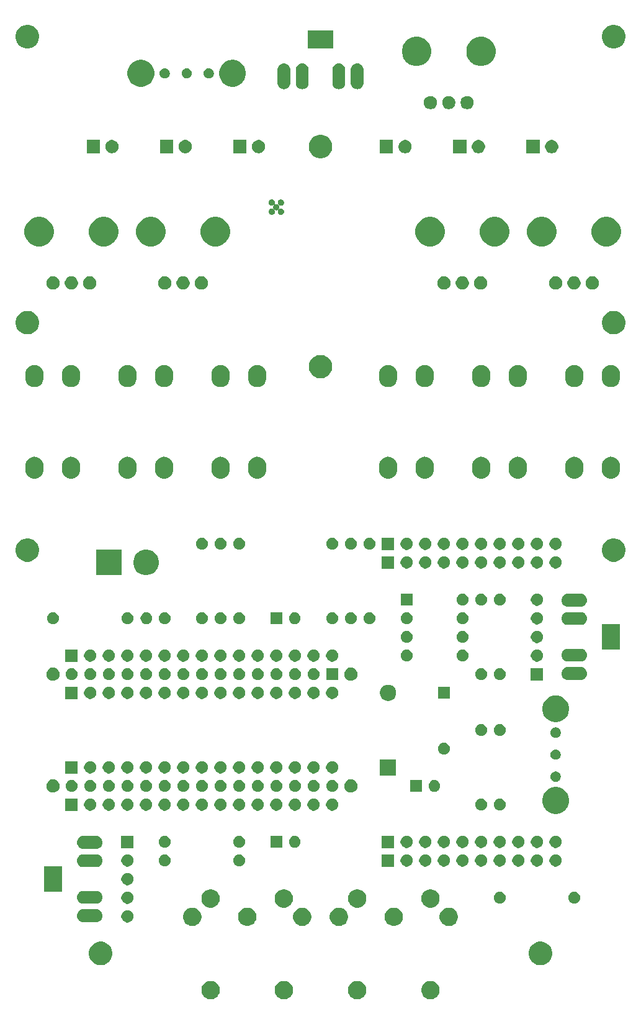
<source format=gbr>
G04 #@! TF.GenerationSoftware,KiCad,Pcbnew,(5.1.5)-3*
G04 #@! TF.CreationDate,2020-11-02T14:30:39+00:00*
G04 #@! TF.ProjectId,drumkid,6472756d-6b69-4642-9e6b-696361645f70,rev?*
G04 #@! TF.SameCoordinates,Original*
G04 #@! TF.FileFunction,Soldermask,Bot*
G04 #@! TF.FilePolarity,Negative*
%FSLAX46Y46*%
G04 Gerber Fmt 4.6, Leading zero omitted, Abs format (unit mm)*
G04 Created by KiCad (PCBNEW (5.1.5)-3) date 2020-11-02 14:30:39*
%MOMM*%
%LPD*%
G04 APERTURE LIST*
%ADD10C,0.010000*%
%ADD11C,0.100000*%
G04 APERTURE END LIST*
D10*
G36*
X93829731Y-57841204D02*
G01*
X93800727Y-57849018D01*
X93712610Y-57886132D01*
X93641541Y-57937157D01*
X93587924Y-58001485D01*
X93552161Y-58078504D01*
X93534658Y-58167608D01*
X93534315Y-58250696D01*
X93550899Y-58338643D01*
X93586214Y-58418042D01*
X93638204Y-58486130D01*
X93704812Y-58540145D01*
X93775201Y-58574315D01*
X93830989Y-58588138D01*
X93897593Y-58595687D01*
X93964459Y-58596272D01*
X94016927Y-58590111D01*
X94101646Y-58562182D01*
X94176286Y-58517380D01*
X94237718Y-58458275D01*
X94282815Y-58387436D01*
X94293122Y-58363146D01*
X94310250Y-58295077D01*
X94315666Y-58218729D01*
X94309691Y-58142002D01*
X94292651Y-58072795D01*
X94280011Y-58043339D01*
X94230602Y-57970396D01*
X94166379Y-57911306D01*
X94090763Y-57867457D01*
X94007170Y-57840232D01*
X93919020Y-57831019D01*
X93829731Y-57841204D01*
G37*
X93829731Y-57841204D02*
X93800727Y-57849018D01*
X93712610Y-57886132D01*
X93641541Y-57937157D01*
X93587924Y-58001485D01*
X93552161Y-58078504D01*
X93534658Y-58167608D01*
X93534315Y-58250696D01*
X93550899Y-58338643D01*
X93586214Y-58418042D01*
X93638204Y-58486130D01*
X93704812Y-58540145D01*
X93775201Y-58574315D01*
X93830989Y-58588138D01*
X93897593Y-58595687D01*
X93964459Y-58596272D01*
X94016927Y-58590111D01*
X94101646Y-58562182D01*
X94176286Y-58517380D01*
X94237718Y-58458275D01*
X94282815Y-58387436D01*
X94293122Y-58363146D01*
X94310250Y-58295077D01*
X94315666Y-58218729D01*
X94309691Y-58142002D01*
X94292651Y-58072795D01*
X94280011Y-58043339D01*
X94230602Y-57970396D01*
X94166379Y-57911306D01*
X94090763Y-57867457D01*
X94007170Y-57840232D01*
X93919020Y-57831019D01*
X93829731Y-57841204D01*
G36*
X94435482Y-58464478D02*
G01*
X94352062Y-58496439D01*
X94275490Y-58547297D01*
X94250422Y-58570039D01*
X94202335Y-58631186D01*
X94171585Y-58703804D01*
X94157561Y-58789537D01*
X94156493Y-58822347D01*
X94157942Y-58872365D01*
X94162092Y-58919831D01*
X94168114Y-58955890D01*
X94169497Y-58961044D01*
X94202691Y-59035580D01*
X94253012Y-59099628D01*
X94317373Y-59151604D01*
X94392688Y-59189918D01*
X94475868Y-59212985D01*
X94563828Y-59219218D01*
X94649762Y-59207923D01*
X94725029Y-59180698D01*
X94794565Y-59137721D01*
X94853909Y-59082846D01*
X94898600Y-59019928D01*
X94917725Y-58976400D01*
X94932940Y-58906416D01*
X94937078Y-58828014D01*
X94930114Y-58751337D01*
X94918415Y-58703502D01*
X94891309Y-58647334D01*
X94848379Y-58589971D01*
X94844147Y-58585274D01*
X94774124Y-58523973D01*
X94695070Y-58481162D01*
X94610162Y-58456921D01*
X94522574Y-58451333D01*
X94435482Y-58464478D01*
G37*
X94435482Y-58464478D02*
X94352062Y-58496439D01*
X94275490Y-58547297D01*
X94250422Y-58570039D01*
X94202335Y-58631186D01*
X94171585Y-58703804D01*
X94157561Y-58789537D01*
X94156493Y-58822347D01*
X94157942Y-58872365D01*
X94162092Y-58919831D01*
X94168114Y-58955890D01*
X94169497Y-58961044D01*
X94202691Y-59035580D01*
X94253012Y-59099628D01*
X94317373Y-59151604D01*
X94392688Y-59189918D01*
X94475868Y-59212985D01*
X94563828Y-59219218D01*
X94649762Y-59207923D01*
X94725029Y-59180698D01*
X94794565Y-59137721D01*
X94853909Y-59082846D01*
X94898600Y-59019928D01*
X94917725Y-58976400D01*
X94932940Y-58906416D01*
X94937078Y-58828014D01*
X94930114Y-58751337D01*
X94918415Y-58703502D01*
X94891309Y-58647334D01*
X94848379Y-58589971D01*
X94844147Y-58585274D01*
X94774124Y-58523973D01*
X94695070Y-58481162D01*
X94610162Y-58456921D01*
X94522574Y-58451333D01*
X94435482Y-58464478D01*
G36*
X93246619Y-57216343D02*
G01*
X93207834Y-57219766D01*
X93175490Y-57227226D01*
X93141778Y-57240160D01*
X93125259Y-57247605D01*
X93054349Y-57290460D01*
X92994428Y-57346757D01*
X92949640Y-57412020D01*
X92930265Y-57458204D01*
X92916933Y-57523445D01*
X92913384Y-57597017D01*
X92919209Y-57670822D01*
X92933996Y-57736763D01*
X92945925Y-57767002D01*
X92992869Y-57839287D01*
X93056270Y-57898428D01*
X93133628Y-57942613D01*
X93222443Y-57970031D01*
X93227581Y-57971012D01*
X93267398Y-57977959D01*
X93296333Y-57980925D01*
X93323818Y-57979936D01*
X93359285Y-57975021D01*
X93380816Y-57971459D01*
X93464566Y-57947374D01*
X93541076Y-57905987D01*
X93606153Y-57850320D01*
X93655605Y-57783395D01*
X93664085Y-57767229D01*
X93677003Y-57737309D01*
X93685074Y-57707573D01*
X93689396Y-57671327D01*
X93691071Y-57621876D01*
X93691227Y-57602043D01*
X93690806Y-57548630D01*
X93688201Y-57510377D01*
X93682209Y-57480378D01*
X93671625Y-57451727D01*
X93661100Y-57429306D01*
X93615358Y-57359435D01*
X93552683Y-57298174D01*
X93477851Y-57250066D01*
X93467238Y-57244901D01*
X93433222Y-57230423D01*
X93401845Y-57221588D01*
X93365600Y-57217079D01*
X93316975Y-57215581D01*
X93299652Y-57215521D01*
X93246619Y-57216343D01*
G37*
X93246619Y-57216343D02*
X93207834Y-57219766D01*
X93175490Y-57227226D01*
X93141778Y-57240160D01*
X93125259Y-57247605D01*
X93054349Y-57290460D01*
X92994428Y-57346757D01*
X92949640Y-57412020D01*
X92930265Y-57458204D01*
X92916933Y-57523445D01*
X92913384Y-57597017D01*
X92919209Y-57670822D01*
X92933996Y-57736763D01*
X92945925Y-57767002D01*
X92992869Y-57839287D01*
X93056270Y-57898428D01*
X93133628Y-57942613D01*
X93222443Y-57970031D01*
X93227581Y-57971012D01*
X93267398Y-57977959D01*
X93296333Y-57980925D01*
X93323818Y-57979936D01*
X93359285Y-57975021D01*
X93380816Y-57971459D01*
X93464566Y-57947374D01*
X93541076Y-57905987D01*
X93606153Y-57850320D01*
X93655605Y-57783395D01*
X93664085Y-57767229D01*
X93677003Y-57737309D01*
X93685074Y-57707573D01*
X93689396Y-57671327D01*
X93691071Y-57621876D01*
X93691227Y-57602043D01*
X93690806Y-57548630D01*
X93688201Y-57510377D01*
X93682209Y-57480378D01*
X93671625Y-57451727D01*
X93661100Y-57429306D01*
X93615358Y-57359435D01*
X93552683Y-57298174D01*
X93477851Y-57250066D01*
X93467238Y-57244901D01*
X93433222Y-57230423D01*
X93401845Y-57221588D01*
X93365600Y-57217079D01*
X93316975Y-57215581D01*
X93299652Y-57215521D01*
X93246619Y-57216343D01*
G36*
X94488812Y-57216152D02*
G01*
X94450600Y-57218908D01*
X94420357Y-57225085D01*
X94391031Y-57235982D01*
X94365489Y-57247985D01*
X94287069Y-57295768D01*
X94227819Y-57353383D01*
X94186846Y-57422294D01*
X94163256Y-57503966D01*
X94156140Y-57591000D01*
X94160660Y-57672577D01*
X94176560Y-57739785D01*
X94206015Y-57798332D01*
X94251197Y-57853926D01*
X94259523Y-57862421D01*
X94331509Y-57919302D01*
X94413793Y-57957382D01*
X94504003Y-57975948D01*
X94599768Y-57974291D01*
X94622003Y-57971030D01*
X94699880Y-57949201D01*
X94772430Y-57912802D01*
X94834922Y-57865095D01*
X94882626Y-57809343D01*
X94899284Y-57779829D01*
X94926266Y-57700373D01*
X94937594Y-57614388D01*
X94933266Y-57528289D01*
X94913283Y-57448493D01*
X94899327Y-57416631D01*
X94865223Y-57366698D01*
X94815943Y-57316600D01*
X94757617Y-57271983D01*
X94715762Y-57247577D01*
X94683942Y-57232528D01*
X94656019Y-57223072D01*
X94625097Y-57217938D01*
X94584280Y-57215851D01*
X94542043Y-57215521D01*
X94488812Y-57216152D01*
G37*
X94488812Y-57216152D02*
X94450600Y-57218908D01*
X94420357Y-57225085D01*
X94391031Y-57235982D01*
X94365489Y-57247985D01*
X94287069Y-57295768D01*
X94227819Y-57353383D01*
X94186846Y-57422294D01*
X94163256Y-57503966D01*
X94156140Y-57591000D01*
X94160660Y-57672577D01*
X94176560Y-57739785D01*
X94206015Y-57798332D01*
X94251197Y-57853926D01*
X94259523Y-57862421D01*
X94331509Y-57919302D01*
X94413793Y-57957382D01*
X94504003Y-57975948D01*
X94599768Y-57974291D01*
X94622003Y-57971030D01*
X94699880Y-57949201D01*
X94772430Y-57912802D01*
X94834922Y-57865095D01*
X94882626Y-57809343D01*
X94899284Y-57779829D01*
X94926266Y-57700373D01*
X94937594Y-57614388D01*
X94933266Y-57528289D01*
X94913283Y-57448493D01*
X94899327Y-57416631D01*
X94865223Y-57366698D01*
X94815943Y-57316600D01*
X94757617Y-57271983D01*
X94715762Y-57247577D01*
X94683942Y-57232528D01*
X94656019Y-57223072D01*
X94625097Y-57217938D01*
X94584280Y-57215851D01*
X94542043Y-57215521D01*
X94488812Y-57216152D01*
G36*
X93299652Y-58454081D02*
G01*
X93201462Y-58464141D01*
X93115160Y-58492141D01*
X93041552Y-58537703D01*
X92981449Y-58600447D01*
X92978474Y-58604497D01*
X92940521Y-58674276D01*
X92918682Y-58753166D01*
X92912538Y-58836611D01*
X92921671Y-58920058D01*
X92945665Y-58998952D01*
X92984100Y-59068739D01*
X93025329Y-59115280D01*
X93098223Y-59166761D01*
X93181631Y-59201032D01*
X93271268Y-59217276D01*
X93362848Y-59214678D01*
X93444548Y-59195147D01*
X93530575Y-59155189D01*
X93598904Y-59102067D01*
X93649299Y-59036145D01*
X93681524Y-58957782D01*
X93695343Y-58867340D01*
X93694949Y-58811455D01*
X93679881Y-58720708D01*
X93645878Y-58641317D01*
X93593005Y-58573373D01*
X93521326Y-58516969D01*
X93467521Y-58487857D01*
X93426877Y-58470114D01*
X93393097Y-58459780D01*
X93357077Y-58455022D01*
X93309714Y-58454010D01*
X93299652Y-58454081D01*
G37*
X93299652Y-58454081D02*
X93201462Y-58464141D01*
X93115160Y-58492141D01*
X93041552Y-58537703D01*
X92981449Y-58600447D01*
X92978474Y-58604497D01*
X92940521Y-58674276D01*
X92918682Y-58753166D01*
X92912538Y-58836611D01*
X92921671Y-58920058D01*
X92945665Y-58998952D01*
X92984100Y-59068739D01*
X93025329Y-59115280D01*
X93098223Y-59166761D01*
X93181631Y-59201032D01*
X93271268Y-59217276D01*
X93362848Y-59214678D01*
X93444548Y-59195147D01*
X93530575Y-59155189D01*
X93598904Y-59102067D01*
X93649299Y-59036145D01*
X93681524Y-58957782D01*
X93695343Y-58867340D01*
X93694949Y-58811455D01*
X93679881Y-58720708D01*
X93645878Y-58641317D01*
X93593005Y-58573373D01*
X93521326Y-58516969D01*
X93467521Y-58487857D01*
X93426877Y-58470114D01*
X93393097Y-58459780D01*
X93357077Y-58455022D01*
X93309714Y-58454010D01*
X93299652Y-58454081D01*
D11*
G36*
X115367038Y-163798344D02*
G01*
X115594466Y-163892548D01*
X115799145Y-164029310D01*
X115973210Y-164203375D01*
X116109972Y-164408054D01*
X116204176Y-164635482D01*
X116252200Y-164876917D01*
X116252200Y-165123083D01*
X116204176Y-165364518D01*
X116109972Y-165591946D01*
X115973210Y-165796625D01*
X115799145Y-165970690D01*
X115594466Y-166107452D01*
X115367038Y-166201656D01*
X115125603Y-166249680D01*
X114879437Y-166249680D01*
X114638002Y-166201656D01*
X114410574Y-166107452D01*
X114205895Y-165970690D01*
X114031830Y-165796625D01*
X113895068Y-165591946D01*
X113800864Y-165364518D01*
X113752840Y-165123083D01*
X113752840Y-164876917D01*
X113800864Y-164635482D01*
X113895068Y-164408054D01*
X114031830Y-164203375D01*
X114205895Y-164029310D01*
X114410574Y-163892548D01*
X114638002Y-163798344D01*
X114879437Y-163750320D01*
X115125603Y-163750320D01*
X115367038Y-163798344D01*
G37*
G36*
X105364518Y-163798344D02*
G01*
X105591946Y-163892548D01*
X105796625Y-164029310D01*
X105970690Y-164203375D01*
X106107452Y-164408054D01*
X106201656Y-164635482D01*
X106249680Y-164876917D01*
X106249680Y-165123083D01*
X106201656Y-165364518D01*
X106107452Y-165591946D01*
X105970690Y-165796625D01*
X105796625Y-165970690D01*
X105591946Y-166107452D01*
X105364518Y-166201656D01*
X105123083Y-166249680D01*
X104876917Y-166249680D01*
X104635482Y-166201656D01*
X104408054Y-166107452D01*
X104203375Y-165970690D01*
X104029310Y-165796625D01*
X103892548Y-165591946D01*
X103798344Y-165364518D01*
X103750320Y-165123083D01*
X103750320Y-164876917D01*
X103798344Y-164635482D01*
X103892548Y-164408054D01*
X104029310Y-164203375D01*
X104203375Y-164029310D01*
X104408054Y-163892548D01*
X104635482Y-163798344D01*
X104876917Y-163750320D01*
X105123083Y-163750320D01*
X105364518Y-163798344D01*
G37*
G36*
X85361998Y-163798344D02*
G01*
X85589426Y-163892548D01*
X85794105Y-164029310D01*
X85968170Y-164203375D01*
X86104932Y-164408054D01*
X86199136Y-164635482D01*
X86247160Y-164876917D01*
X86247160Y-165123083D01*
X86199136Y-165364518D01*
X86104932Y-165591946D01*
X85968170Y-165796625D01*
X85794105Y-165970690D01*
X85589426Y-166107452D01*
X85361998Y-166201656D01*
X85120563Y-166249680D01*
X84874397Y-166249680D01*
X84632962Y-166201656D01*
X84405534Y-166107452D01*
X84200855Y-165970690D01*
X84026790Y-165796625D01*
X83890028Y-165591946D01*
X83795824Y-165364518D01*
X83747800Y-165123083D01*
X83747800Y-164876917D01*
X83795824Y-164635482D01*
X83890028Y-164408054D01*
X84026790Y-164203375D01*
X84200855Y-164029310D01*
X84405534Y-163892548D01*
X84632962Y-163798344D01*
X84874397Y-163750320D01*
X85120563Y-163750320D01*
X85361998Y-163798344D01*
G37*
G36*
X95364518Y-163798344D02*
G01*
X95591946Y-163892548D01*
X95796625Y-164029310D01*
X95970690Y-164203375D01*
X96107452Y-164408054D01*
X96201656Y-164635482D01*
X96249680Y-164876917D01*
X96249680Y-165123083D01*
X96201656Y-165364518D01*
X96107452Y-165591946D01*
X95970690Y-165796625D01*
X95796625Y-165970690D01*
X95591946Y-166107452D01*
X95364518Y-166201656D01*
X95123083Y-166249680D01*
X94876917Y-166249680D01*
X94635482Y-166201656D01*
X94408054Y-166107452D01*
X94203375Y-165970690D01*
X94029310Y-165796625D01*
X93892548Y-165591946D01*
X93798344Y-165364518D01*
X93750320Y-165123083D01*
X93750320Y-164876917D01*
X93798344Y-164635482D01*
X93892548Y-164408054D01*
X94029310Y-164203375D01*
X94203375Y-164029310D01*
X94408054Y-163892548D01*
X94635482Y-163798344D01*
X94876917Y-163750320D01*
X95123083Y-163750320D01*
X95364518Y-163798344D01*
G37*
G36*
X70466703Y-158461486D02*
G01*
X70757883Y-158582097D01*
X71019940Y-158757198D01*
X71242802Y-158980060D01*
X71417903Y-159242117D01*
X71538514Y-159533297D01*
X71600000Y-159842412D01*
X71600000Y-160157588D01*
X71538514Y-160466703D01*
X71417903Y-160757883D01*
X71242802Y-161019940D01*
X71019940Y-161242802D01*
X70757883Y-161417903D01*
X70466703Y-161538514D01*
X70157588Y-161600000D01*
X69842412Y-161600000D01*
X69533297Y-161538514D01*
X69242117Y-161417903D01*
X68980060Y-161242802D01*
X68757198Y-161019940D01*
X68582097Y-160757883D01*
X68461486Y-160466703D01*
X68400000Y-160157588D01*
X68400000Y-159842412D01*
X68461486Y-159533297D01*
X68582097Y-159242117D01*
X68757198Y-158980060D01*
X68980060Y-158757198D01*
X69242117Y-158582097D01*
X69533297Y-158461486D01*
X69842412Y-158400000D01*
X70157588Y-158400000D01*
X70466703Y-158461486D01*
G37*
G36*
X130466703Y-158461486D02*
G01*
X130757883Y-158582097D01*
X131019940Y-158757198D01*
X131242802Y-158980060D01*
X131417903Y-159242117D01*
X131538514Y-159533297D01*
X131600000Y-159842412D01*
X131600000Y-160157588D01*
X131538514Y-160466703D01*
X131417903Y-160757883D01*
X131242802Y-161019940D01*
X131019940Y-161242802D01*
X130757883Y-161417903D01*
X130466703Y-161538514D01*
X130157588Y-161600000D01*
X129842412Y-161600000D01*
X129533297Y-161538514D01*
X129242117Y-161417903D01*
X128980060Y-161242802D01*
X128757198Y-161019940D01*
X128582097Y-160757883D01*
X128461486Y-160466703D01*
X128400000Y-160157588D01*
X128400000Y-159842412D01*
X128461486Y-159533297D01*
X128582097Y-159242117D01*
X128757198Y-158980060D01*
X128980060Y-158757198D01*
X129242117Y-158582097D01*
X129533297Y-158461486D01*
X129842412Y-158400000D01*
X130157588Y-158400000D01*
X130466703Y-158461486D01*
G37*
G36*
X117863858Y-153803444D02*
G01*
X118091286Y-153897648D01*
X118295965Y-154034410D01*
X118470030Y-154208475D01*
X118606792Y-154413154D01*
X118700996Y-154640582D01*
X118749020Y-154882017D01*
X118749020Y-155128183D01*
X118700996Y-155369618D01*
X118606792Y-155597046D01*
X118470030Y-155801725D01*
X118295965Y-155975790D01*
X118091286Y-156112552D01*
X117863858Y-156206756D01*
X117622423Y-156254780D01*
X117376257Y-156254780D01*
X117134822Y-156206756D01*
X116907394Y-156112552D01*
X116702715Y-155975790D01*
X116528650Y-155801725D01*
X116391888Y-155597046D01*
X116297684Y-155369618D01*
X116249660Y-155128183D01*
X116249660Y-154882017D01*
X116297684Y-154640582D01*
X116391888Y-154413154D01*
X116528650Y-154208475D01*
X116702715Y-154034410D01*
X116907394Y-153897648D01*
X117134822Y-153803444D01*
X117376257Y-153755420D01*
X117622423Y-153755420D01*
X117863858Y-153803444D01*
G37*
G36*
X97861338Y-153803444D02*
G01*
X98088766Y-153897648D01*
X98293445Y-154034410D01*
X98467510Y-154208475D01*
X98604272Y-154413154D01*
X98698476Y-154640582D01*
X98746500Y-154882017D01*
X98746500Y-155128183D01*
X98698476Y-155369618D01*
X98604272Y-155597046D01*
X98467510Y-155801725D01*
X98293445Y-155975790D01*
X98088766Y-156112552D01*
X97861338Y-156206756D01*
X97619903Y-156254780D01*
X97373737Y-156254780D01*
X97132302Y-156206756D01*
X96904874Y-156112552D01*
X96700195Y-155975790D01*
X96526130Y-155801725D01*
X96389368Y-155597046D01*
X96295164Y-155369618D01*
X96247140Y-155128183D01*
X96247140Y-154882017D01*
X96295164Y-154640582D01*
X96389368Y-154413154D01*
X96526130Y-154208475D01*
X96700195Y-154034410D01*
X96904874Y-153897648D01*
X97132302Y-153803444D01*
X97373737Y-153755420D01*
X97619903Y-153755420D01*
X97861338Y-153803444D01*
G37*
G36*
X82865178Y-153803444D02*
G01*
X83092606Y-153897648D01*
X83297285Y-154034410D01*
X83471350Y-154208475D01*
X83608112Y-154413154D01*
X83702316Y-154640582D01*
X83750340Y-154882017D01*
X83750340Y-155128183D01*
X83702316Y-155369618D01*
X83608112Y-155597046D01*
X83471350Y-155801725D01*
X83297285Y-155975790D01*
X83092606Y-156112552D01*
X82865178Y-156206756D01*
X82623743Y-156254780D01*
X82377577Y-156254780D01*
X82136142Y-156206756D01*
X81908714Y-156112552D01*
X81704035Y-155975790D01*
X81529970Y-155801725D01*
X81393208Y-155597046D01*
X81299004Y-155369618D01*
X81250980Y-155128183D01*
X81250980Y-154882017D01*
X81299004Y-154640582D01*
X81393208Y-154413154D01*
X81529970Y-154208475D01*
X81704035Y-154034410D01*
X81908714Y-153897648D01*
X82136142Y-153803444D01*
X82377577Y-153755420D01*
X82623743Y-153755420D01*
X82865178Y-153803444D01*
G37*
G36*
X102867698Y-153803444D02*
G01*
X103095126Y-153897648D01*
X103299805Y-154034410D01*
X103473870Y-154208475D01*
X103610632Y-154413154D01*
X103704836Y-154640582D01*
X103752860Y-154882017D01*
X103752860Y-155128183D01*
X103704836Y-155369618D01*
X103610632Y-155597046D01*
X103473870Y-155801725D01*
X103299805Y-155975790D01*
X103095126Y-156112552D01*
X102867698Y-156206756D01*
X102626263Y-156254780D01*
X102380097Y-156254780D01*
X102138662Y-156206756D01*
X101911234Y-156112552D01*
X101706555Y-155975790D01*
X101532490Y-155801725D01*
X101395728Y-155597046D01*
X101301524Y-155369618D01*
X101253500Y-155128183D01*
X101253500Y-154882017D01*
X101301524Y-154640582D01*
X101395728Y-154413154D01*
X101532490Y-154208475D01*
X101706555Y-154034410D01*
X101911234Y-153897648D01*
X102138662Y-153803444D01*
X102380097Y-153755420D01*
X102626263Y-153755420D01*
X102867698Y-153803444D01*
G37*
G36*
X110365778Y-153800904D02*
G01*
X110593206Y-153895108D01*
X110797885Y-154031870D01*
X110971950Y-154205935D01*
X111108712Y-154410614D01*
X111202916Y-154638042D01*
X111250940Y-154879477D01*
X111250940Y-155125643D01*
X111202916Y-155367078D01*
X111108712Y-155594506D01*
X110971950Y-155799185D01*
X110797885Y-155973250D01*
X110593206Y-156110012D01*
X110365778Y-156204216D01*
X110124343Y-156252240D01*
X109878177Y-156252240D01*
X109636742Y-156204216D01*
X109409314Y-156110012D01*
X109204635Y-155973250D01*
X109030570Y-155799185D01*
X108893808Y-155594506D01*
X108799604Y-155367078D01*
X108751580Y-155125643D01*
X108751580Y-154879477D01*
X108799604Y-154638042D01*
X108893808Y-154410614D01*
X109030570Y-154205935D01*
X109204635Y-154031870D01*
X109409314Y-153895108D01*
X109636742Y-153800904D01*
X109878177Y-153752880D01*
X110124343Y-153752880D01*
X110365778Y-153800904D01*
G37*
G36*
X90363258Y-153800904D02*
G01*
X90590686Y-153895108D01*
X90795365Y-154031870D01*
X90969430Y-154205935D01*
X91106192Y-154410614D01*
X91200396Y-154638042D01*
X91248420Y-154879477D01*
X91248420Y-155125643D01*
X91200396Y-155367078D01*
X91106192Y-155594506D01*
X90969430Y-155799185D01*
X90795365Y-155973250D01*
X90590686Y-156110012D01*
X90363258Y-156204216D01*
X90121823Y-156252240D01*
X89875657Y-156252240D01*
X89634222Y-156204216D01*
X89406794Y-156110012D01*
X89202115Y-155973250D01*
X89028050Y-155799185D01*
X88891288Y-155594506D01*
X88797084Y-155367078D01*
X88749060Y-155125643D01*
X88749060Y-154879477D01*
X88797084Y-154638042D01*
X88891288Y-154410614D01*
X89028050Y-154205935D01*
X89202115Y-154031870D01*
X89406794Y-153895108D01*
X89634222Y-153800904D01*
X89875657Y-153752880D01*
X90121823Y-153752880D01*
X90363258Y-153800904D01*
G37*
G36*
X73907935Y-154122664D02*
G01*
X74062624Y-154186739D01*
X74062626Y-154186740D01*
X74201844Y-154279762D01*
X74320238Y-154398156D01*
X74404011Y-154523532D01*
X74413261Y-154537376D01*
X74477336Y-154692065D01*
X74510000Y-154856281D01*
X74510000Y-155023719D01*
X74477336Y-155187935D01*
X74413261Y-155342624D01*
X74413260Y-155342626D01*
X74320238Y-155481844D01*
X74201844Y-155600238D01*
X74062626Y-155693260D01*
X74062625Y-155693261D01*
X74062624Y-155693261D01*
X73907935Y-155757336D01*
X73743719Y-155790000D01*
X73576281Y-155790000D01*
X73412065Y-155757336D01*
X73257376Y-155693261D01*
X73257375Y-155693261D01*
X73257374Y-155693260D01*
X73118156Y-155600238D01*
X72999762Y-155481844D01*
X72906740Y-155342626D01*
X72906739Y-155342624D01*
X72842664Y-155187935D01*
X72810000Y-155023719D01*
X72810000Y-154856281D01*
X72842664Y-154692065D01*
X72906739Y-154537376D01*
X72915989Y-154523532D01*
X72999762Y-154398156D01*
X73118156Y-154279762D01*
X73257374Y-154186740D01*
X73257376Y-154186739D01*
X73412065Y-154122664D01*
X73576281Y-154090000D01*
X73743719Y-154090000D01*
X73907935Y-154122664D01*
G37*
G36*
X69466829Y-153989220D02*
G01*
X69552530Y-153997661D01*
X69717468Y-154047695D01*
X69869476Y-154128944D01*
X70002712Y-154238288D01*
X70112056Y-154371524D01*
X70193305Y-154523532D01*
X70243339Y-154688470D01*
X70260233Y-154860000D01*
X70243339Y-155031530D01*
X70193305Y-155196468D01*
X70112056Y-155348476D01*
X70002712Y-155481712D01*
X69869476Y-155591056D01*
X69717468Y-155672305D01*
X69552530Y-155722339D01*
X69466829Y-155730780D01*
X69423980Y-155735000D01*
X67588020Y-155735000D01*
X67545171Y-155730780D01*
X67459470Y-155722339D01*
X67294532Y-155672305D01*
X67142524Y-155591056D01*
X67009288Y-155481712D01*
X66899944Y-155348476D01*
X66818695Y-155196468D01*
X66768661Y-155031530D01*
X66751767Y-154860000D01*
X66768661Y-154688470D01*
X66818695Y-154523532D01*
X66899944Y-154371524D01*
X67009288Y-154238288D01*
X67142524Y-154128944D01*
X67294532Y-154047695D01*
X67459470Y-153997661D01*
X67545171Y-153989220D01*
X67588020Y-153985000D01*
X69423980Y-153985000D01*
X69466829Y-153989220D01*
G37*
G36*
X95359438Y-151301544D02*
G01*
X95586866Y-151395748D01*
X95791545Y-151532510D01*
X95965610Y-151706575D01*
X96102372Y-151911254D01*
X96196576Y-152138682D01*
X96244600Y-152380117D01*
X96244600Y-152626283D01*
X96196576Y-152867718D01*
X96102372Y-153095146D01*
X95965610Y-153299825D01*
X95791545Y-153473890D01*
X95586866Y-153610652D01*
X95359438Y-153704856D01*
X95118003Y-153752880D01*
X94871837Y-153752880D01*
X94630402Y-153704856D01*
X94402974Y-153610652D01*
X94198295Y-153473890D01*
X94024230Y-153299825D01*
X93887468Y-153095146D01*
X93793264Y-152867718D01*
X93745240Y-152626283D01*
X93745240Y-152380117D01*
X93793264Y-152138682D01*
X93887468Y-151911254D01*
X94024230Y-151706575D01*
X94198295Y-151532510D01*
X94402974Y-151395748D01*
X94630402Y-151301544D01*
X94871837Y-151253520D01*
X95118003Y-151253520D01*
X95359438Y-151301544D01*
G37*
G36*
X115361958Y-151301544D02*
G01*
X115589386Y-151395748D01*
X115794065Y-151532510D01*
X115968130Y-151706575D01*
X116104892Y-151911254D01*
X116199096Y-152138682D01*
X116247120Y-152380117D01*
X116247120Y-152626283D01*
X116199096Y-152867718D01*
X116104892Y-153095146D01*
X115968130Y-153299825D01*
X115794065Y-153473890D01*
X115589386Y-153610652D01*
X115361958Y-153704856D01*
X115120523Y-153752880D01*
X114874357Y-153752880D01*
X114632922Y-153704856D01*
X114405494Y-153610652D01*
X114200815Y-153473890D01*
X114026750Y-153299825D01*
X113889988Y-153095146D01*
X113795784Y-152867718D01*
X113747760Y-152626283D01*
X113747760Y-152380117D01*
X113795784Y-152138682D01*
X113889988Y-151911254D01*
X114026750Y-151706575D01*
X114200815Y-151532510D01*
X114405494Y-151395748D01*
X114632922Y-151301544D01*
X114874357Y-151253520D01*
X115120523Y-151253520D01*
X115361958Y-151301544D01*
G37*
G36*
X105369598Y-151301544D02*
G01*
X105597026Y-151395748D01*
X105801705Y-151532510D01*
X105975770Y-151706575D01*
X106112532Y-151911254D01*
X106206736Y-152138682D01*
X106254760Y-152380117D01*
X106254760Y-152626283D01*
X106206736Y-152867718D01*
X106112532Y-153095146D01*
X105975770Y-153299825D01*
X105801705Y-153473890D01*
X105597026Y-153610652D01*
X105369598Y-153704856D01*
X105128163Y-153752880D01*
X104881997Y-153752880D01*
X104640562Y-153704856D01*
X104413134Y-153610652D01*
X104208455Y-153473890D01*
X104034390Y-153299825D01*
X103897628Y-153095146D01*
X103803424Y-152867718D01*
X103755400Y-152626283D01*
X103755400Y-152380117D01*
X103803424Y-152138682D01*
X103897628Y-151911254D01*
X104034390Y-151706575D01*
X104208455Y-151532510D01*
X104413134Y-151395748D01*
X104640562Y-151301544D01*
X104881997Y-151253520D01*
X105128163Y-151253520D01*
X105369598Y-151301544D01*
G37*
G36*
X85367078Y-151301544D02*
G01*
X85594506Y-151395748D01*
X85799185Y-151532510D01*
X85973250Y-151706575D01*
X86110012Y-151911254D01*
X86204216Y-152138682D01*
X86252240Y-152380117D01*
X86252240Y-152626283D01*
X86204216Y-152867718D01*
X86110012Y-153095146D01*
X85973250Y-153299825D01*
X85799185Y-153473890D01*
X85594506Y-153610652D01*
X85367078Y-153704856D01*
X85125643Y-153752880D01*
X84879477Y-153752880D01*
X84638042Y-153704856D01*
X84410614Y-153610652D01*
X84205935Y-153473890D01*
X84031870Y-153299825D01*
X83895108Y-153095146D01*
X83800904Y-152867718D01*
X83752880Y-152626283D01*
X83752880Y-152380117D01*
X83800904Y-152138682D01*
X83895108Y-151911254D01*
X84031870Y-151706575D01*
X84205935Y-151532510D01*
X84410614Y-151395748D01*
X84638042Y-151301544D01*
X84879477Y-151253520D01*
X85125643Y-151253520D01*
X85367078Y-151301544D01*
G37*
G36*
X73907935Y-151582664D02*
G01*
X74062624Y-151646739D01*
X74062626Y-151646740D01*
X74201844Y-151739762D01*
X74320238Y-151858156D01*
X74413260Y-151997374D01*
X74413261Y-151997376D01*
X74477336Y-152152065D01*
X74510000Y-152316281D01*
X74510000Y-152483719D01*
X74477336Y-152647935D01*
X74413261Y-152802624D01*
X74413260Y-152802626D01*
X74320238Y-152941844D01*
X74201844Y-153060238D01*
X74062626Y-153153260D01*
X74062625Y-153153261D01*
X74062624Y-153153261D01*
X73907935Y-153217336D01*
X73743719Y-153250000D01*
X73576281Y-153250000D01*
X73412065Y-153217336D01*
X73257376Y-153153261D01*
X73257375Y-153153261D01*
X73257374Y-153153260D01*
X73118156Y-153060238D01*
X72999762Y-152941844D01*
X72906740Y-152802626D01*
X72906739Y-152802624D01*
X72842664Y-152647935D01*
X72810000Y-152483719D01*
X72810000Y-152316281D01*
X72842664Y-152152065D01*
X72906739Y-151997376D01*
X72906740Y-151997374D01*
X72999762Y-151858156D01*
X73118156Y-151739762D01*
X73257374Y-151646740D01*
X73257376Y-151646739D01*
X73412065Y-151582664D01*
X73576281Y-151550000D01*
X73743719Y-151550000D01*
X73907935Y-151582664D01*
G37*
G36*
X69466829Y-151489220D02*
G01*
X69552530Y-151497661D01*
X69717468Y-151547695D01*
X69717470Y-151547696D01*
X69768137Y-151574778D01*
X69869476Y-151628944D01*
X70002712Y-151738288D01*
X70112056Y-151871524D01*
X70133292Y-151911254D01*
X70179325Y-151997376D01*
X70193305Y-152023532D01*
X70243339Y-152188470D01*
X70260233Y-152360000D01*
X70243339Y-152531530D01*
X70193305Y-152696468D01*
X70112056Y-152848476D01*
X70002712Y-152981712D01*
X69869476Y-153091056D01*
X69768137Y-153145222D01*
X69723171Y-153169257D01*
X69717468Y-153172305D01*
X69552530Y-153222339D01*
X69466829Y-153230780D01*
X69423980Y-153235000D01*
X67588020Y-153235000D01*
X67545171Y-153230780D01*
X67459470Y-153222339D01*
X67294532Y-153172305D01*
X67288830Y-153169257D01*
X67243863Y-153145222D01*
X67142524Y-153091056D01*
X67009288Y-152981712D01*
X66899944Y-152848476D01*
X66818695Y-152696468D01*
X66768661Y-152531530D01*
X66751767Y-152360000D01*
X66768661Y-152188470D01*
X66818695Y-152023532D01*
X66832676Y-151997376D01*
X66878708Y-151911254D01*
X66899944Y-151871524D01*
X67009288Y-151738288D01*
X67142524Y-151628944D01*
X67243863Y-151574778D01*
X67294530Y-151547696D01*
X67294532Y-151547695D01*
X67459470Y-151497661D01*
X67545171Y-151489220D01*
X67588020Y-151485000D01*
X69423980Y-151485000D01*
X69466829Y-151489220D01*
G37*
G36*
X124693351Y-151630743D02*
G01*
X124838941Y-151691048D01*
X124969970Y-151778599D01*
X125081401Y-151890030D01*
X125168952Y-152021059D01*
X125229257Y-152166649D01*
X125260000Y-152321206D01*
X125260000Y-152478794D01*
X125229257Y-152633351D01*
X125168952Y-152778941D01*
X125081401Y-152909970D01*
X124969970Y-153021401D01*
X124838941Y-153108952D01*
X124693351Y-153169257D01*
X124538794Y-153200000D01*
X124381206Y-153200000D01*
X124226649Y-153169257D01*
X124081059Y-153108952D01*
X123950030Y-153021401D01*
X123838599Y-152909970D01*
X123751048Y-152778941D01*
X123690743Y-152633351D01*
X123660000Y-152478794D01*
X123660000Y-152321206D01*
X123690743Y-152166649D01*
X123751048Y-152021059D01*
X123838599Y-151890030D01*
X123950030Y-151778599D01*
X124081059Y-151691048D01*
X124226649Y-151630743D01*
X124381206Y-151600000D01*
X124538794Y-151600000D01*
X124693351Y-151630743D01*
G37*
G36*
X134853351Y-151630743D02*
G01*
X134998941Y-151691048D01*
X135129970Y-151778599D01*
X135241401Y-151890030D01*
X135328952Y-152021059D01*
X135389257Y-152166649D01*
X135420000Y-152321206D01*
X135420000Y-152478794D01*
X135389257Y-152633351D01*
X135328952Y-152778941D01*
X135241401Y-152909970D01*
X135129970Y-153021401D01*
X134998941Y-153108952D01*
X134853351Y-153169257D01*
X134698794Y-153200000D01*
X134541206Y-153200000D01*
X134386649Y-153169257D01*
X134241059Y-153108952D01*
X134110030Y-153021401D01*
X133998599Y-152909970D01*
X133911048Y-152778941D01*
X133850743Y-152633351D01*
X133820000Y-152478794D01*
X133820000Y-152321206D01*
X133850743Y-152166649D01*
X133911048Y-152021059D01*
X133998599Y-151890030D01*
X134110030Y-151778599D01*
X134241059Y-151691048D01*
X134386649Y-151630743D01*
X134541206Y-151600000D01*
X134698794Y-151600000D01*
X134853351Y-151630743D01*
G37*
G36*
X64750000Y-151610000D02*
G01*
X62250000Y-151610000D01*
X62250000Y-148110000D01*
X64750000Y-148110000D01*
X64750000Y-151610000D01*
G37*
G36*
X73907935Y-149042664D02*
G01*
X74062624Y-149106739D01*
X74062626Y-149106740D01*
X74201844Y-149199762D01*
X74320238Y-149318156D01*
X74413260Y-149457374D01*
X74413261Y-149457376D01*
X74477336Y-149612065D01*
X74510000Y-149776281D01*
X74510000Y-149943719D01*
X74477336Y-150107935D01*
X74413261Y-150262624D01*
X74413260Y-150262626D01*
X74320238Y-150401844D01*
X74201844Y-150520238D01*
X74062626Y-150613260D01*
X74062625Y-150613261D01*
X74062624Y-150613261D01*
X73907935Y-150677336D01*
X73743719Y-150710000D01*
X73576281Y-150710000D01*
X73412065Y-150677336D01*
X73257376Y-150613261D01*
X73257375Y-150613261D01*
X73257374Y-150613260D01*
X73118156Y-150520238D01*
X72999762Y-150401844D01*
X72906740Y-150262626D01*
X72906739Y-150262624D01*
X72842664Y-150107935D01*
X72810000Y-149943719D01*
X72810000Y-149776281D01*
X72842664Y-149612065D01*
X72906739Y-149457376D01*
X72906740Y-149457374D01*
X72999762Y-149318156D01*
X73118156Y-149199762D01*
X73257374Y-149106740D01*
X73257376Y-149106739D01*
X73412065Y-149042664D01*
X73576281Y-149010000D01*
X73743719Y-149010000D01*
X73907935Y-149042664D01*
G37*
G36*
X69466829Y-146489220D02*
G01*
X69552530Y-146497661D01*
X69717468Y-146547695D01*
X69717470Y-146547696D01*
X69753097Y-146566739D01*
X69869476Y-146628944D01*
X70002712Y-146738288D01*
X70112056Y-146871524D01*
X70193305Y-147023532D01*
X70243339Y-147188470D01*
X70260233Y-147360000D01*
X70243339Y-147531530D01*
X70232295Y-147567936D01*
X70193304Y-147696470D01*
X70179323Y-147722626D01*
X70112056Y-147848476D01*
X70002712Y-147981712D01*
X69869476Y-148091056D01*
X69869472Y-148091058D01*
X69721781Y-148170000D01*
X69717468Y-148172305D01*
X69552530Y-148222339D01*
X69466829Y-148230780D01*
X69423980Y-148235000D01*
X67588020Y-148235000D01*
X67545171Y-148230780D01*
X67459470Y-148222339D01*
X67294532Y-148172305D01*
X67290220Y-148170000D01*
X67142528Y-148091058D01*
X67142524Y-148091056D01*
X67009288Y-147981712D01*
X66899944Y-147848476D01*
X66832677Y-147722626D01*
X66818696Y-147696470D01*
X66779705Y-147567936D01*
X66768661Y-147531530D01*
X66751767Y-147360000D01*
X66768661Y-147188470D01*
X66818695Y-147023532D01*
X66899944Y-146871524D01*
X67009288Y-146738288D01*
X67142524Y-146628944D01*
X67258903Y-146566739D01*
X67294530Y-146547696D01*
X67294532Y-146547695D01*
X67459470Y-146497661D01*
X67545171Y-146489220D01*
X67588020Y-146485000D01*
X69423980Y-146485000D01*
X69466829Y-146489220D01*
G37*
G36*
X122167935Y-146502664D02*
G01*
X122322624Y-146566739D01*
X122322626Y-146566740D01*
X122461844Y-146659762D01*
X122580238Y-146778156D01*
X122673260Y-146917374D01*
X122673261Y-146917376D01*
X122737336Y-147072065D01*
X122770000Y-147236281D01*
X122770000Y-147403719D01*
X122737336Y-147567935D01*
X122673261Y-147722624D01*
X122673260Y-147722626D01*
X122580238Y-147861844D01*
X122461844Y-147980238D01*
X122322626Y-148073260D01*
X122322625Y-148073261D01*
X122322624Y-148073261D01*
X122167935Y-148137336D01*
X122003719Y-148170000D01*
X121836281Y-148170000D01*
X121672065Y-148137336D01*
X121517376Y-148073261D01*
X121517375Y-148073261D01*
X121517374Y-148073260D01*
X121378156Y-147980238D01*
X121259762Y-147861844D01*
X121166740Y-147722626D01*
X121166739Y-147722624D01*
X121102664Y-147567935D01*
X121070000Y-147403719D01*
X121070000Y-147236281D01*
X121102664Y-147072065D01*
X121166739Y-146917376D01*
X121166740Y-146917374D01*
X121259762Y-146778156D01*
X121378156Y-146659762D01*
X121517374Y-146566740D01*
X121517376Y-146566739D01*
X121672065Y-146502664D01*
X121836281Y-146470000D01*
X122003719Y-146470000D01*
X122167935Y-146502664D01*
G37*
G36*
X119627935Y-146502664D02*
G01*
X119782624Y-146566739D01*
X119782626Y-146566740D01*
X119921844Y-146659762D01*
X120040238Y-146778156D01*
X120133260Y-146917374D01*
X120133261Y-146917376D01*
X120197336Y-147072065D01*
X120230000Y-147236281D01*
X120230000Y-147403719D01*
X120197336Y-147567935D01*
X120133261Y-147722624D01*
X120133260Y-147722626D01*
X120040238Y-147861844D01*
X119921844Y-147980238D01*
X119782626Y-148073260D01*
X119782625Y-148073261D01*
X119782624Y-148073261D01*
X119627935Y-148137336D01*
X119463719Y-148170000D01*
X119296281Y-148170000D01*
X119132065Y-148137336D01*
X118977376Y-148073261D01*
X118977375Y-148073261D01*
X118977374Y-148073260D01*
X118838156Y-147980238D01*
X118719762Y-147861844D01*
X118626740Y-147722626D01*
X118626739Y-147722624D01*
X118562664Y-147567935D01*
X118530000Y-147403719D01*
X118530000Y-147236281D01*
X118562664Y-147072065D01*
X118626739Y-146917376D01*
X118626740Y-146917374D01*
X118719762Y-146778156D01*
X118838156Y-146659762D01*
X118977374Y-146566740D01*
X118977376Y-146566739D01*
X119132065Y-146502664D01*
X119296281Y-146470000D01*
X119463719Y-146470000D01*
X119627935Y-146502664D01*
G37*
G36*
X124707935Y-146502664D02*
G01*
X124862624Y-146566739D01*
X124862626Y-146566740D01*
X125001844Y-146659762D01*
X125120238Y-146778156D01*
X125213260Y-146917374D01*
X125213261Y-146917376D01*
X125277336Y-147072065D01*
X125310000Y-147236281D01*
X125310000Y-147403719D01*
X125277336Y-147567935D01*
X125213261Y-147722624D01*
X125213260Y-147722626D01*
X125120238Y-147861844D01*
X125001844Y-147980238D01*
X124862626Y-148073260D01*
X124862625Y-148073261D01*
X124862624Y-148073261D01*
X124707935Y-148137336D01*
X124543719Y-148170000D01*
X124376281Y-148170000D01*
X124212065Y-148137336D01*
X124057376Y-148073261D01*
X124057375Y-148073261D01*
X124057374Y-148073260D01*
X123918156Y-147980238D01*
X123799762Y-147861844D01*
X123706740Y-147722626D01*
X123706739Y-147722624D01*
X123642664Y-147567935D01*
X123610000Y-147403719D01*
X123610000Y-147236281D01*
X123642664Y-147072065D01*
X123706739Y-146917376D01*
X123706740Y-146917374D01*
X123799762Y-146778156D01*
X123918156Y-146659762D01*
X124057374Y-146566740D01*
X124057376Y-146566739D01*
X124212065Y-146502664D01*
X124376281Y-146470000D01*
X124543719Y-146470000D01*
X124707935Y-146502664D01*
G37*
G36*
X127247935Y-146502664D02*
G01*
X127402624Y-146566739D01*
X127402626Y-146566740D01*
X127541844Y-146659762D01*
X127660238Y-146778156D01*
X127753260Y-146917374D01*
X127753261Y-146917376D01*
X127817336Y-147072065D01*
X127850000Y-147236281D01*
X127850000Y-147403719D01*
X127817336Y-147567935D01*
X127753261Y-147722624D01*
X127753260Y-147722626D01*
X127660238Y-147861844D01*
X127541844Y-147980238D01*
X127402626Y-148073260D01*
X127402625Y-148073261D01*
X127402624Y-148073261D01*
X127247935Y-148137336D01*
X127083719Y-148170000D01*
X126916281Y-148170000D01*
X126752065Y-148137336D01*
X126597376Y-148073261D01*
X126597375Y-148073261D01*
X126597374Y-148073260D01*
X126458156Y-147980238D01*
X126339762Y-147861844D01*
X126246740Y-147722626D01*
X126246739Y-147722624D01*
X126182664Y-147567935D01*
X126150000Y-147403719D01*
X126150000Y-147236281D01*
X126182664Y-147072065D01*
X126246739Y-146917376D01*
X126246740Y-146917374D01*
X126339762Y-146778156D01*
X126458156Y-146659762D01*
X126597374Y-146566740D01*
X126597376Y-146566739D01*
X126752065Y-146502664D01*
X126916281Y-146470000D01*
X127083719Y-146470000D01*
X127247935Y-146502664D01*
G37*
G36*
X129787935Y-146502664D02*
G01*
X129942624Y-146566739D01*
X129942626Y-146566740D01*
X130081844Y-146659762D01*
X130200238Y-146778156D01*
X130293260Y-146917374D01*
X130293261Y-146917376D01*
X130357336Y-147072065D01*
X130390000Y-147236281D01*
X130390000Y-147403719D01*
X130357336Y-147567935D01*
X130293261Y-147722624D01*
X130293260Y-147722626D01*
X130200238Y-147861844D01*
X130081844Y-147980238D01*
X129942626Y-148073260D01*
X129942625Y-148073261D01*
X129942624Y-148073261D01*
X129787935Y-148137336D01*
X129623719Y-148170000D01*
X129456281Y-148170000D01*
X129292065Y-148137336D01*
X129137376Y-148073261D01*
X129137375Y-148073261D01*
X129137374Y-148073260D01*
X128998156Y-147980238D01*
X128879762Y-147861844D01*
X128786740Y-147722626D01*
X128786739Y-147722624D01*
X128722664Y-147567935D01*
X128690000Y-147403719D01*
X128690000Y-147236281D01*
X128722664Y-147072065D01*
X128786739Y-146917376D01*
X128786740Y-146917374D01*
X128879762Y-146778156D01*
X128998156Y-146659762D01*
X129137374Y-146566740D01*
X129137376Y-146566739D01*
X129292065Y-146502664D01*
X129456281Y-146470000D01*
X129623719Y-146470000D01*
X129787935Y-146502664D01*
G37*
G36*
X132327935Y-146502664D02*
G01*
X132482624Y-146566739D01*
X132482626Y-146566740D01*
X132621844Y-146659762D01*
X132740238Y-146778156D01*
X132833260Y-146917374D01*
X132833261Y-146917376D01*
X132897336Y-147072065D01*
X132930000Y-147236281D01*
X132930000Y-147403719D01*
X132897336Y-147567935D01*
X132833261Y-147722624D01*
X132833260Y-147722626D01*
X132740238Y-147861844D01*
X132621844Y-147980238D01*
X132482626Y-148073260D01*
X132482625Y-148073261D01*
X132482624Y-148073261D01*
X132327935Y-148137336D01*
X132163719Y-148170000D01*
X131996281Y-148170000D01*
X131832065Y-148137336D01*
X131677376Y-148073261D01*
X131677375Y-148073261D01*
X131677374Y-148073260D01*
X131538156Y-147980238D01*
X131419762Y-147861844D01*
X131326740Y-147722626D01*
X131326739Y-147722624D01*
X131262664Y-147567935D01*
X131230000Y-147403719D01*
X131230000Y-147236281D01*
X131262664Y-147072065D01*
X131326739Y-146917376D01*
X131326740Y-146917374D01*
X131419762Y-146778156D01*
X131538156Y-146659762D01*
X131677374Y-146566740D01*
X131677376Y-146566739D01*
X131832065Y-146502664D01*
X131996281Y-146470000D01*
X132163719Y-146470000D01*
X132327935Y-146502664D01*
G37*
G36*
X114547935Y-146502664D02*
G01*
X114702624Y-146566739D01*
X114702626Y-146566740D01*
X114841844Y-146659762D01*
X114960238Y-146778156D01*
X115053260Y-146917374D01*
X115053261Y-146917376D01*
X115117336Y-147072065D01*
X115150000Y-147236281D01*
X115150000Y-147403719D01*
X115117336Y-147567935D01*
X115053261Y-147722624D01*
X115053260Y-147722626D01*
X114960238Y-147861844D01*
X114841844Y-147980238D01*
X114702626Y-148073260D01*
X114702625Y-148073261D01*
X114702624Y-148073261D01*
X114547935Y-148137336D01*
X114383719Y-148170000D01*
X114216281Y-148170000D01*
X114052065Y-148137336D01*
X113897376Y-148073261D01*
X113897375Y-148073261D01*
X113897374Y-148073260D01*
X113758156Y-147980238D01*
X113639762Y-147861844D01*
X113546740Y-147722626D01*
X113546739Y-147722624D01*
X113482664Y-147567935D01*
X113450000Y-147403719D01*
X113450000Y-147236281D01*
X113482664Y-147072065D01*
X113546739Y-146917376D01*
X113546740Y-146917374D01*
X113639762Y-146778156D01*
X113758156Y-146659762D01*
X113897374Y-146566740D01*
X113897376Y-146566739D01*
X114052065Y-146502664D01*
X114216281Y-146470000D01*
X114383719Y-146470000D01*
X114547935Y-146502664D01*
G37*
G36*
X112007935Y-146502664D02*
G01*
X112162624Y-146566739D01*
X112162626Y-146566740D01*
X112301844Y-146659762D01*
X112420238Y-146778156D01*
X112513260Y-146917374D01*
X112513261Y-146917376D01*
X112577336Y-147072065D01*
X112610000Y-147236281D01*
X112610000Y-147403719D01*
X112577336Y-147567935D01*
X112513261Y-147722624D01*
X112513260Y-147722626D01*
X112420238Y-147861844D01*
X112301844Y-147980238D01*
X112162626Y-148073260D01*
X112162625Y-148073261D01*
X112162624Y-148073261D01*
X112007935Y-148137336D01*
X111843719Y-148170000D01*
X111676281Y-148170000D01*
X111512065Y-148137336D01*
X111357376Y-148073261D01*
X111357375Y-148073261D01*
X111357374Y-148073260D01*
X111218156Y-147980238D01*
X111099762Y-147861844D01*
X111006740Y-147722626D01*
X111006739Y-147722624D01*
X110942664Y-147567935D01*
X110910000Y-147403719D01*
X110910000Y-147236281D01*
X110942664Y-147072065D01*
X111006739Y-146917376D01*
X111006740Y-146917374D01*
X111099762Y-146778156D01*
X111218156Y-146659762D01*
X111357374Y-146566740D01*
X111357376Y-146566739D01*
X111512065Y-146502664D01*
X111676281Y-146470000D01*
X111843719Y-146470000D01*
X112007935Y-146502664D01*
G37*
G36*
X73907935Y-146502664D02*
G01*
X74062624Y-146566739D01*
X74062626Y-146566740D01*
X74201844Y-146659762D01*
X74320238Y-146778156D01*
X74413260Y-146917374D01*
X74413261Y-146917376D01*
X74477336Y-147072065D01*
X74510000Y-147236281D01*
X74510000Y-147403719D01*
X74477336Y-147567935D01*
X74413261Y-147722624D01*
X74413260Y-147722626D01*
X74320238Y-147861844D01*
X74201844Y-147980238D01*
X74062626Y-148073260D01*
X74062625Y-148073261D01*
X74062624Y-148073261D01*
X73907935Y-148137336D01*
X73743719Y-148170000D01*
X73576281Y-148170000D01*
X73412065Y-148137336D01*
X73257376Y-148073261D01*
X73257375Y-148073261D01*
X73257374Y-148073260D01*
X73118156Y-147980238D01*
X72999762Y-147861844D01*
X72906740Y-147722626D01*
X72906739Y-147722624D01*
X72842664Y-147567935D01*
X72810000Y-147403719D01*
X72810000Y-147236281D01*
X72842664Y-147072065D01*
X72906739Y-146917376D01*
X72906740Y-146917374D01*
X72999762Y-146778156D01*
X73118156Y-146659762D01*
X73257374Y-146566740D01*
X73257376Y-146566739D01*
X73412065Y-146502664D01*
X73576281Y-146470000D01*
X73743719Y-146470000D01*
X73907935Y-146502664D01*
G37*
G36*
X110070000Y-148170000D02*
G01*
X108370000Y-148170000D01*
X108370000Y-146470000D01*
X110070000Y-146470000D01*
X110070000Y-148170000D01*
G37*
G36*
X117087935Y-146502664D02*
G01*
X117242624Y-146566739D01*
X117242626Y-146566740D01*
X117381844Y-146659762D01*
X117500238Y-146778156D01*
X117593260Y-146917374D01*
X117593261Y-146917376D01*
X117657336Y-147072065D01*
X117690000Y-147236281D01*
X117690000Y-147403719D01*
X117657336Y-147567935D01*
X117593261Y-147722624D01*
X117593260Y-147722626D01*
X117500238Y-147861844D01*
X117381844Y-147980238D01*
X117242626Y-148073260D01*
X117242625Y-148073261D01*
X117242624Y-148073261D01*
X117087935Y-148137336D01*
X116923719Y-148170000D01*
X116756281Y-148170000D01*
X116592065Y-148137336D01*
X116437376Y-148073261D01*
X116437375Y-148073261D01*
X116437374Y-148073260D01*
X116298156Y-147980238D01*
X116179762Y-147861844D01*
X116086740Y-147722626D01*
X116086739Y-147722624D01*
X116022664Y-147567935D01*
X115990000Y-147403719D01*
X115990000Y-147236281D01*
X116022664Y-147072065D01*
X116086739Y-146917376D01*
X116086740Y-146917374D01*
X116179762Y-146778156D01*
X116298156Y-146659762D01*
X116437374Y-146566740D01*
X116437376Y-146566739D01*
X116592065Y-146502664D01*
X116756281Y-146470000D01*
X116923719Y-146470000D01*
X117087935Y-146502664D01*
G37*
G36*
X78973351Y-146550743D02*
G01*
X79118941Y-146611048D01*
X79249970Y-146698599D01*
X79361401Y-146810030D01*
X79448952Y-146941059D01*
X79509257Y-147086649D01*
X79540000Y-147241206D01*
X79540000Y-147398794D01*
X79509257Y-147553351D01*
X79448952Y-147698941D01*
X79361401Y-147829970D01*
X79249970Y-147941401D01*
X79118941Y-148028952D01*
X78973351Y-148089257D01*
X78818794Y-148120000D01*
X78661206Y-148120000D01*
X78506649Y-148089257D01*
X78361059Y-148028952D01*
X78230030Y-147941401D01*
X78118599Y-147829970D01*
X78031048Y-147698941D01*
X77970743Y-147553351D01*
X77940000Y-147398794D01*
X77940000Y-147241206D01*
X77970743Y-147086649D01*
X78031048Y-146941059D01*
X78118599Y-146810030D01*
X78230030Y-146698599D01*
X78361059Y-146611048D01*
X78506649Y-146550743D01*
X78661206Y-146520000D01*
X78818794Y-146520000D01*
X78973351Y-146550743D01*
G37*
G36*
X89133351Y-146550743D02*
G01*
X89278941Y-146611048D01*
X89409970Y-146698599D01*
X89521401Y-146810030D01*
X89608952Y-146941059D01*
X89669257Y-147086649D01*
X89700000Y-147241206D01*
X89700000Y-147398794D01*
X89669257Y-147553351D01*
X89608952Y-147698941D01*
X89521401Y-147829970D01*
X89409970Y-147941401D01*
X89278941Y-148028952D01*
X89133351Y-148089257D01*
X88978794Y-148120000D01*
X88821206Y-148120000D01*
X88666649Y-148089257D01*
X88521059Y-148028952D01*
X88390030Y-147941401D01*
X88278599Y-147829970D01*
X88191048Y-147698941D01*
X88130743Y-147553351D01*
X88100000Y-147398794D01*
X88100000Y-147241206D01*
X88130743Y-147086649D01*
X88191048Y-146941059D01*
X88278599Y-146810030D01*
X88390030Y-146698599D01*
X88521059Y-146611048D01*
X88666649Y-146550743D01*
X88821206Y-146520000D01*
X88978794Y-146520000D01*
X89133351Y-146550743D01*
G37*
G36*
X69466829Y-143989220D02*
G01*
X69552530Y-143997661D01*
X69717468Y-144047695D01*
X69869476Y-144128944D01*
X70002712Y-144238288D01*
X70112056Y-144371524D01*
X70193305Y-144523532D01*
X70243339Y-144688470D01*
X70260233Y-144860000D01*
X70243339Y-145031530D01*
X70193305Y-145196468D01*
X70112056Y-145348476D01*
X70002712Y-145481712D01*
X69869476Y-145591056D01*
X69717468Y-145672305D01*
X69552530Y-145722339D01*
X69466829Y-145730780D01*
X69423980Y-145735000D01*
X67588020Y-145735000D01*
X67545171Y-145730780D01*
X67459470Y-145722339D01*
X67294532Y-145672305D01*
X67142524Y-145591056D01*
X67009288Y-145481712D01*
X66899944Y-145348476D01*
X66818695Y-145196468D01*
X66768661Y-145031530D01*
X66751767Y-144860000D01*
X66768661Y-144688470D01*
X66818695Y-144523532D01*
X66899944Y-144371524D01*
X67009288Y-144238288D01*
X67142524Y-144128944D01*
X67294532Y-144047695D01*
X67459470Y-143997661D01*
X67545171Y-143989220D01*
X67588020Y-143985000D01*
X69423980Y-143985000D01*
X69466829Y-143989220D01*
G37*
G36*
X129787935Y-143962664D02*
G01*
X129942624Y-144026739D01*
X129942626Y-144026740D01*
X130081844Y-144119762D01*
X130200238Y-144238156D01*
X130293260Y-144377374D01*
X130293261Y-144377376D01*
X130357336Y-144532065D01*
X130390000Y-144696281D01*
X130390000Y-144863719D01*
X130357336Y-145027935D01*
X130293261Y-145182624D01*
X130293260Y-145182626D01*
X130200238Y-145321844D01*
X130081844Y-145440238D01*
X129942626Y-145533260D01*
X129942625Y-145533261D01*
X129942624Y-145533261D01*
X129787935Y-145597336D01*
X129623719Y-145630000D01*
X129456281Y-145630000D01*
X129292065Y-145597336D01*
X129137376Y-145533261D01*
X129137375Y-145533261D01*
X129137374Y-145533260D01*
X128998156Y-145440238D01*
X128879762Y-145321844D01*
X128786740Y-145182626D01*
X128786739Y-145182624D01*
X128722664Y-145027935D01*
X128690000Y-144863719D01*
X128690000Y-144696281D01*
X128722664Y-144532065D01*
X128786739Y-144377376D01*
X128786740Y-144377374D01*
X128879762Y-144238156D01*
X128998156Y-144119762D01*
X129137374Y-144026740D01*
X129137376Y-144026739D01*
X129292065Y-143962664D01*
X129456281Y-143930000D01*
X129623719Y-143930000D01*
X129787935Y-143962664D01*
G37*
G36*
X74510000Y-145630000D02*
G01*
X72810000Y-145630000D01*
X72810000Y-143930000D01*
X74510000Y-143930000D01*
X74510000Y-145630000D01*
G37*
G36*
X122167935Y-143962664D02*
G01*
X122322624Y-144026739D01*
X122322626Y-144026740D01*
X122461844Y-144119762D01*
X122580238Y-144238156D01*
X122673260Y-144377374D01*
X122673261Y-144377376D01*
X122737336Y-144532065D01*
X122770000Y-144696281D01*
X122770000Y-144863719D01*
X122737336Y-145027935D01*
X122673261Y-145182624D01*
X122673260Y-145182626D01*
X122580238Y-145321844D01*
X122461844Y-145440238D01*
X122322626Y-145533260D01*
X122322625Y-145533261D01*
X122322624Y-145533261D01*
X122167935Y-145597336D01*
X122003719Y-145630000D01*
X121836281Y-145630000D01*
X121672065Y-145597336D01*
X121517376Y-145533261D01*
X121517375Y-145533261D01*
X121517374Y-145533260D01*
X121378156Y-145440238D01*
X121259762Y-145321844D01*
X121166740Y-145182626D01*
X121166739Y-145182624D01*
X121102664Y-145027935D01*
X121070000Y-144863719D01*
X121070000Y-144696281D01*
X121102664Y-144532065D01*
X121166739Y-144377376D01*
X121166740Y-144377374D01*
X121259762Y-144238156D01*
X121378156Y-144119762D01*
X121517374Y-144026740D01*
X121517376Y-144026739D01*
X121672065Y-143962664D01*
X121836281Y-143930000D01*
X122003719Y-143930000D01*
X122167935Y-143962664D01*
G37*
G36*
X117087935Y-143962664D02*
G01*
X117242624Y-144026739D01*
X117242626Y-144026740D01*
X117381844Y-144119762D01*
X117500238Y-144238156D01*
X117593260Y-144377374D01*
X117593261Y-144377376D01*
X117657336Y-144532065D01*
X117690000Y-144696281D01*
X117690000Y-144863719D01*
X117657336Y-145027935D01*
X117593261Y-145182624D01*
X117593260Y-145182626D01*
X117500238Y-145321844D01*
X117381844Y-145440238D01*
X117242626Y-145533260D01*
X117242625Y-145533261D01*
X117242624Y-145533261D01*
X117087935Y-145597336D01*
X116923719Y-145630000D01*
X116756281Y-145630000D01*
X116592065Y-145597336D01*
X116437376Y-145533261D01*
X116437375Y-145533261D01*
X116437374Y-145533260D01*
X116298156Y-145440238D01*
X116179762Y-145321844D01*
X116086740Y-145182626D01*
X116086739Y-145182624D01*
X116022664Y-145027935D01*
X115990000Y-144863719D01*
X115990000Y-144696281D01*
X116022664Y-144532065D01*
X116086739Y-144377376D01*
X116086740Y-144377374D01*
X116179762Y-144238156D01*
X116298156Y-144119762D01*
X116437374Y-144026740D01*
X116437376Y-144026739D01*
X116592065Y-143962664D01*
X116756281Y-143930000D01*
X116923719Y-143930000D01*
X117087935Y-143962664D01*
G37*
G36*
X114547935Y-143962664D02*
G01*
X114702624Y-144026739D01*
X114702626Y-144026740D01*
X114841844Y-144119762D01*
X114960238Y-144238156D01*
X115053260Y-144377374D01*
X115053261Y-144377376D01*
X115117336Y-144532065D01*
X115150000Y-144696281D01*
X115150000Y-144863719D01*
X115117336Y-145027935D01*
X115053261Y-145182624D01*
X115053260Y-145182626D01*
X114960238Y-145321844D01*
X114841844Y-145440238D01*
X114702626Y-145533260D01*
X114702625Y-145533261D01*
X114702624Y-145533261D01*
X114547935Y-145597336D01*
X114383719Y-145630000D01*
X114216281Y-145630000D01*
X114052065Y-145597336D01*
X113897376Y-145533261D01*
X113897375Y-145533261D01*
X113897374Y-145533260D01*
X113758156Y-145440238D01*
X113639762Y-145321844D01*
X113546740Y-145182626D01*
X113546739Y-145182624D01*
X113482664Y-145027935D01*
X113450000Y-144863719D01*
X113450000Y-144696281D01*
X113482664Y-144532065D01*
X113546739Y-144377376D01*
X113546740Y-144377374D01*
X113639762Y-144238156D01*
X113758156Y-144119762D01*
X113897374Y-144026740D01*
X113897376Y-144026739D01*
X114052065Y-143962664D01*
X114216281Y-143930000D01*
X114383719Y-143930000D01*
X114547935Y-143962664D01*
G37*
G36*
X112007935Y-143962664D02*
G01*
X112162624Y-144026739D01*
X112162626Y-144026740D01*
X112301844Y-144119762D01*
X112420238Y-144238156D01*
X112513260Y-144377374D01*
X112513261Y-144377376D01*
X112577336Y-144532065D01*
X112610000Y-144696281D01*
X112610000Y-144863719D01*
X112577336Y-145027935D01*
X112513261Y-145182624D01*
X112513260Y-145182626D01*
X112420238Y-145321844D01*
X112301844Y-145440238D01*
X112162626Y-145533260D01*
X112162625Y-145533261D01*
X112162624Y-145533261D01*
X112007935Y-145597336D01*
X111843719Y-145630000D01*
X111676281Y-145630000D01*
X111512065Y-145597336D01*
X111357376Y-145533261D01*
X111357375Y-145533261D01*
X111357374Y-145533260D01*
X111218156Y-145440238D01*
X111099762Y-145321844D01*
X111006740Y-145182626D01*
X111006739Y-145182624D01*
X110942664Y-145027935D01*
X110910000Y-144863719D01*
X110910000Y-144696281D01*
X110942664Y-144532065D01*
X111006739Y-144377376D01*
X111006740Y-144377374D01*
X111099762Y-144238156D01*
X111218156Y-144119762D01*
X111357374Y-144026740D01*
X111357376Y-144026739D01*
X111512065Y-143962664D01*
X111676281Y-143930000D01*
X111843719Y-143930000D01*
X112007935Y-143962664D01*
G37*
G36*
X124707935Y-143962664D02*
G01*
X124862624Y-144026739D01*
X124862626Y-144026740D01*
X125001844Y-144119762D01*
X125120238Y-144238156D01*
X125213260Y-144377374D01*
X125213261Y-144377376D01*
X125277336Y-144532065D01*
X125310000Y-144696281D01*
X125310000Y-144863719D01*
X125277336Y-145027935D01*
X125213261Y-145182624D01*
X125213260Y-145182626D01*
X125120238Y-145321844D01*
X125001844Y-145440238D01*
X124862626Y-145533260D01*
X124862625Y-145533261D01*
X124862624Y-145533261D01*
X124707935Y-145597336D01*
X124543719Y-145630000D01*
X124376281Y-145630000D01*
X124212065Y-145597336D01*
X124057376Y-145533261D01*
X124057375Y-145533261D01*
X124057374Y-145533260D01*
X123918156Y-145440238D01*
X123799762Y-145321844D01*
X123706740Y-145182626D01*
X123706739Y-145182624D01*
X123642664Y-145027935D01*
X123610000Y-144863719D01*
X123610000Y-144696281D01*
X123642664Y-144532065D01*
X123706739Y-144377376D01*
X123706740Y-144377374D01*
X123799762Y-144238156D01*
X123918156Y-144119762D01*
X124057374Y-144026740D01*
X124057376Y-144026739D01*
X124212065Y-143962664D01*
X124376281Y-143930000D01*
X124543719Y-143930000D01*
X124707935Y-143962664D01*
G37*
G36*
X127247935Y-143962664D02*
G01*
X127402624Y-144026739D01*
X127402626Y-144026740D01*
X127541844Y-144119762D01*
X127660238Y-144238156D01*
X127753260Y-144377374D01*
X127753261Y-144377376D01*
X127817336Y-144532065D01*
X127850000Y-144696281D01*
X127850000Y-144863719D01*
X127817336Y-145027935D01*
X127753261Y-145182624D01*
X127753260Y-145182626D01*
X127660238Y-145321844D01*
X127541844Y-145440238D01*
X127402626Y-145533260D01*
X127402625Y-145533261D01*
X127402624Y-145533261D01*
X127247935Y-145597336D01*
X127083719Y-145630000D01*
X126916281Y-145630000D01*
X126752065Y-145597336D01*
X126597376Y-145533261D01*
X126597375Y-145533261D01*
X126597374Y-145533260D01*
X126458156Y-145440238D01*
X126339762Y-145321844D01*
X126246740Y-145182626D01*
X126246739Y-145182624D01*
X126182664Y-145027935D01*
X126150000Y-144863719D01*
X126150000Y-144696281D01*
X126182664Y-144532065D01*
X126246739Y-144377376D01*
X126246740Y-144377374D01*
X126339762Y-144238156D01*
X126458156Y-144119762D01*
X126597374Y-144026740D01*
X126597376Y-144026739D01*
X126752065Y-143962664D01*
X126916281Y-143930000D01*
X127083719Y-143930000D01*
X127247935Y-143962664D01*
G37*
G36*
X110070000Y-145630000D02*
G01*
X108370000Y-145630000D01*
X108370000Y-143930000D01*
X110070000Y-143930000D01*
X110070000Y-145630000D01*
G37*
G36*
X132327935Y-143962664D02*
G01*
X132482624Y-144026739D01*
X132482626Y-144026740D01*
X132621844Y-144119762D01*
X132740238Y-144238156D01*
X132833260Y-144377374D01*
X132833261Y-144377376D01*
X132897336Y-144532065D01*
X132930000Y-144696281D01*
X132930000Y-144863719D01*
X132897336Y-145027935D01*
X132833261Y-145182624D01*
X132833260Y-145182626D01*
X132740238Y-145321844D01*
X132621844Y-145440238D01*
X132482626Y-145533260D01*
X132482625Y-145533261D01*
X132482624Y-145533261D01*
X132327935Y-145597336D01*
X132163719Y-145630000D01*
X131996281Y-145630000D01*
X131832065Y-145597336D01*
X131677376Y-145533261D01*
X131677375Y-145533261D01*
X131677374Y-145533260D01*
X131538156Y-145440238D01*
X131419762Y-145321844D01*
X131326740Y-145182626D01*
X131326739Y-145182624D01*
X131262664Y-145027935D01*
X131230000Y-144863719D01*
X131230000Y-144696281D01*
X131262664Y-144532065D01*
X131326739Y-144377376D01*
X131326740Y-144377374D01*
X131419762Y-144238156D01*
X131538156Y-144119762D01*
X131677374Y-144026740D01*
X131677376Y-144026739D01*
X131832065Y-143962664D01*
X131996281Y-143930000D01*
X132163719Y-143930000D01*
X132327935Y-143962664D01*
G37*
G36*
X119627935Y-143962664D02*
G01*
X119782624Y-144026739D01*
X119782626Y-144026740D01*
X119921844Y-144119762D01*
X120040238Y-144238156D01*
X120133260Y-144377374D01*
X120133261Y-144377376D01*
X120197336Y-144532065D01*
X120230000Y-144696281D01*
X120230000Y-144863719D01*
X120197336Y-145027935D01*
X120133261Y-145182624D01*
X120133260Y-145182626D01*
X120040238Y-145321844D01*
X119921844Y-145440238D01*
X119782626Y-145533260D01*
X119782625Y-145533261D01*
X119782624Y-145533261D01*
X119627935Y-145597336D01*
X119463719Y-145630000D01*
X119296281Y-145630000D01*
X119132065Y-145597336D01*
X118977376Y-145533261D01*
X118977375Y-145533261D01*
X118977374Y-145533260D01*
X118838156Y-145440238D01*
X118719762Y-145321844D01*
X118626740Y-145182626D01*
X118626739Y-145182624D01*
X118562664Y-145027935D01*
X118530000Y-144863719D01*
X118530000Y-144696281D01*
X118562664Y-144532065D01*
X118626739Y-144377376D01*
X118626740Y-144377374D01*
X118719762Y-144238156D01*
X118838156Y-144119762D01*
X118977374Y-144026740D01*
X118977376Y-144026739D01*
X119132065Y-143962664D01*
X119296281Y-143930000D01*
X119463719Y-143930000D01*
X119627935Y-143962664D01*
G37*
G36*
X94780000Y-145580000D02*
G01*
X93180000Y-145580000D01*
X93180000Y-143980000D01*
X94780000Y-143980000D01*
X94780000Y-145580000D01*
G37*
G36*
X78973351Y-144010743D02*
G01*
X79118941Y-144071048D01*
X79249970Y-144158599D01*
X79361401Y-144270030D01*
X79448952Y-144401059D01*
X79509257Y-144546649D01*
X79540000Y-144701206D01*
X79540000Y-144858794D01*
X79509257Y-145013351D01*
X79448952Y-145158941D01*
X79361401Y-145289970D01*
X79249970Y-145401401D01*
X79118941Y-145488952D01*
X78973351Y-145549257D01*
X78818794Y-145580000D01*
X78661206Y-145580000D01*
X78506649Y-145549257D01*
X78361059Y-145488952D01*
X78230030Y-145401401D01*
X78118599Y-145289970D01*
X78031048Y-145158941D01*
X77970743Y-145013351D01*
X77940000Y-144858794D01*
X77940000Y-144701206D01*
X77970743Y-144546649D01*
X78031048Y-144401059D01*
X78118599Y-144270030D01*
X78230030Y-144158599D01*
X78361059Y-144071048D01*
X78506649Y-144010743D01*
X78661206Y-143980000D01*
X78818794Y-143980000D01*
X78973351Y-144010743D01*
G37*
G36*
X89133351Y-144010743D02*
G01*
X89278941Y-144071048D01*
X89409970Y-144158599D01*
X89521401Y-144270030D01*
X89608952Y-144401059D01*
X89669257Y-144546649D01*
X89700000Y-144701206D01*
X89700000Y-144858794D01*
X89669257Y-145013351D01*
X89608952Y-145158941D01*
X89521401Y-145289970D01*
X89409970Y-145401401D01*
X89278941Y-145488952D01*
X89133351Y-145549257D01*
X88978794Y-145580000D01*
X88821206Y-145580000D01*
X88666649Y-145549257D01*
X88521059Y-145488952D01*
X88390030Y-145401401D01*
X88278599Y-145289970D01*
X88191048Y-145158941D01*
X88130743Y-145013351D01*
X88100000Y-144858794D01*
X88100000Y-144701206D01*
X88130743Y-144546649D01*
X88191048Y-144401059D01*
X88278599Y-144270030D01*
X88390030Y-144158599D01*
X88521059Y-144071048D01*
X88666649Y-144010743D01*
X88821206Y-143980000D01*
X88978794Y-143980000D01*
X89133351Y-144010743D01*
G37*
G36*
X96713351Y-144010743D02*
G01*
X96858941Y-144071048D01*
X96989970Y-144158599D01*
X97101401Y-144270030D01*
X97188952Y-144401059D01*
X97249257Y-144546649D01*
X97280000Y-144701206D01*
X97280000Y-144858794D01*
X97249257Y-145013351D01*
X97188952Y-145158941D01*
X97101401Y-145289970D01*
X96989970Y-145401401D01*
X96858941Y-145488952D01*
X96713351Y-145549257D01*
X96558794Y-145580000D01*
X96401206Y-145580000D01*
X96246649Y-145549257D01*
X96101059Y-145488952D01*
X95970030Y-145401401D01*
X95858599Y-145289970D01*
X95771048Y-145158941D01*
X95710743Y-145013351D01*
X95680000Y-144858794D01*
X95680000Y-144701206D01*
X95710743Y-144546649D01*
X95771048Y-144401059D01*
X95858599Y-144270030D01*
X95970030Y-144158599D01*
X96101059Y-144071048D01*
X96246649Y-144010743D01*
X96401206Y-143980000D01*
X96558794Y-143980000D01*
X96713351Y-144010743D01*
G37*
G36*
X132436333Y-137348596D02*
G01*
X132612770Y-137383691D01*
X132945172Y-137521376D01*
X133244326Y-137721265D01*
X133498735Y-137975674D01*
X133698624Y-138274828D01*
X133836309Y-138607230D01*
X133836309Y-138607231D01*
X133906500Y-138960104D01*
X133906500Y-139319896D01*
X133880210Y-139452064D01*
X133836309Y-139672770D01*
X133698624Y-140005172D01*
X133498735Y-140304326D01*
X133244326Y-140558735D01*
X132945172Y-140758624D01*
X132612770Y-140896309D01*
X132436332Y-140931405D01*
X132259896Y-140966500D01*
X131900104Y-140966500D01*
X131723668Y-140931405D01*
X131547230Y-140896309D01*
X131214828Y-140758624D01*
X130915674Y-140558735D01*
X130661265Y-140304326D01*
X130461376Y-140005172D01*
X130323691Y-139672770D01*
X130279790Y-139452064D01*
X130253500Y-139319896D01*
X130253500Y-138960104D01*
X130323691Y-138607231D01*
X130323691Y-138607230D01*
X130461376Y-138274828D01*
X130661265Y-137975674D01*
X130915674Y-137721265D01*
X131214828Y-137521376D01*
X131547230Y-137383691D01*
X131723667Y-137348596D01*
X131900104Y-137313500D01*
X132259896Y-137313500D01*
X132436333Y-137348596D01*
G37*
G36*
X78987935Y-138882664D02*
G01*
X79142624Y-138946739D01*
X79142626Y-138946740D01*
X79281844Y-139039762D01*
X79400238Y-139158156D01*
X79421535Y-139190030D01*
X79493261Y-139297376D01*
X79557336Y-139452065D01*
X79590000Y-139616281D01*
X79590000Y-139783719D01*
X79557336Y-139947935D01*
X79493261Y-140102624D01*
X79493260Y-140102626D01*
X79400238Y-140241844D01*
X79281844Y-140360238D01*
X79142626Y-140453260D01*
X79142625Y-140453261D01*
X79142624Y-140453261D01*
X78987935Y-140517336D01*
X78823719Y-140550000D01*
X78656281Y-140550000D01*
X78492065Y-140517336D01*
X78337376Y-140453261D01*
X78337375Y-140453261D01*
X78337374Y-140453260D01*
X78198156Y-140360238D01*
X78079762Y-140241844D01*
X77986740Y-140102626D01*
X77986739Y-140102624D01*
X77922664Y-139947935D01*
X77890000Y-139783719D01*
X77890000Y-139616281D01*
X77922664Y-139452065D01*
X77986739Y-139297376D01*
X78058465Y-139190030D01*
X78079762Y-139158156D01*
X78198156Y-139039762D01*
X78337374Y-138946740D01*
X78337376Y-138946739D01*
X78492065Y-138882664D01*
X78656281Y-138850000D01*
X78823719Y-138850000D01*
X78987935Y-138882664D01*
G37*
G36*
X66890000Y-140550000D02*
G01*
X65190000Y-140550000D01*
X65190000Y-138850000D01*
X66890000Y-138850000D01*
X66890000Y-140550000D01*
G37*
G36*
X68827935Y-138882664D02*
G01*
X68982624Y-138946739D01*
X68982626Y-138946740D01*
X69121844Y-139039762D01*
X69240238Y-139158156D01*
X69261535Y-139190030D01*
X69333261Y-139297376D01*
X69397336Y-139452065D01*
X69430000Y-139616281D01*
X69430000Y-139783719D01*
X69397336Y-139947935D01*
X69333261Y-140102624D01*
X69333260Y-140102626D01*
X69240238Y-140241844D01*
X69121844Y-140360238D01*
X68982626Y-140453260D01*
X68982625Y-140453261D01*
X68982624Y-140453261D01*
X68827935Y-140517336D01*
X68663719Y-140550000D01*
X68496281Y-140550000D01*
X68332065Y-140517336D01*
X68177376Y-140453261D01*
X68177375Y-140453261D01*
X68177374Y-140453260D01*
X68038156Y-140360238D01*
X67919762Y-140241844D01*
X67826740Y-140102626D01*
X67826739Y-140102624D01*
X67762664Y-139947935D01*
X67730000Y-139783719D01*
X67730000Y-139616281D01*
X67762664Y-139452065D01*
X67826739Y-139297376D01*
X67898465Y-139190030D01*
X67919762Y-139158156D01*
X68038156Y-139039762D01*
X68177374Y-138946740D01*
X68177376Y-138946739D01*
X68332065Y-138882664D01*
X68496281Y-138850000D01*
X68663719Y-138850000D01*
X68827935Y-138882664D01*
G37*
G36*
X71367935Y-138882664D02*
G01*
X71522624Y-138946739D01*
X71522626Y-138946740D01*
X71661844Y-139039762D01*
X71780238Y-139158156D01*
X71801535Y-139190030D01*
X71873261Y-139297376D01*
X71937336Y-139452065D01*
X71970000Y-139616281D01*
X71970000Y-139783719D01*
X71937336Y-139947935D01*
X71873261Y-140102624D01*
X71873260Y-140102626D01*
X71780238Y-140241844D01*
X71661844Y-140360238D01*
X71522626Y-140453260D01*
X71522625Y-140453261D01*
X71522624Y-140453261D01*
X71367935Y-140517336D01*
X71203719Y-140550000D01*
X71036281Y-140550000D01*
X70872065Y-140517336D01*
X70717376Y-140453261D01*
X70717375Y-140453261D01*
X70717374Y-140453260D01*
X70578156Y-140360238D01*
X70459762Y-140241844D01*
X70366740Y-140102626D01*
X70366739Y-140102624D01*
X70302664Y-139947935D01*
X70270000Y-139783719D01*
X70270000Y-139616281D01*
X70302664Y-139452065D01*
X70366739Y-139297376D01*
X70438465Y-139190030D01*
X70459762Y-139158156D01*
X70578156Y-139039762D01*
X70717374Y-138946740D01*
X70717376Y-138946739D01*
X70872065Y-138882664D01*
X71036281Y-138850000D01*
X71203719Y-138850000D01*
X71367935Y-138882664D01*
G37*
G36*
X73907935Y-138882664D02*
G01*
X74062624Y-138946739D01*
X74062626Y-138946740D01*
X74201844Y-139039762D01*
X74320238Y-139158156D01*
X74341535Y-139190030D01*
X74413261Y-139297376D01*
X74477336Y-139452065D01*
X74510000Y-139616281D01*
X74510000Y-139783719D01*
X74477336Y-139947935D01*
X74413261Y-140102624D01*
X74413260Y-140102626D01*
X74320238Y-140241844D01*
X74201844Y-140360238D01*
X74062626Y-140453260D01*
X74062625Y-140453261D01*
X74062624Y-140453261D01*
X73907935Y-140517336D01*
X73743719Y-140550000D01*
X73576281Y-140550000D01*
X73412065Y-140517336D01*
X73257376Y-140453261D01*
X73257375Y-140453261D01*
X73257374Y-140453260D01*
X73118156Y-140360238D01*
X72999762Y-140241844D01*
X72906740Y-140102626D01*
X72906739Y-140102624D01*
X72842664Y-139947935D01*
X72810000Y-139783719D01*
X72810000Y-139616281D01*
X72842664Y-139452065D01*
X72906739Y-139297376D01*
X72978465Y-139190030D01*
X72999762Y-139158156D01*
X73118156Y-139039762D01*
X73257374Y-138946740D01*
X73257376Y-138946739D01*
X73412065Y-138882664D01*
X73576281Y-138850000D01*
X73743719Y-138850000D01*
X73907935Y-138882664D01*
G37*
G36*
X76447935Y-138882664D02*
G01*
X76602624Y-138946739D01*
X76602626Y-138946740D01*
X76741844Y-139039762D01*
X76860238Y-139158156D01*
X76881535Y-139190030D01*
X76953261Y-139297376D01*
X77017336Y-139452065D01*
X77050000Y-139616281D01*
X77050000Y-139783719D01*
X77017336Y-139947935D01*
X76953261Y-140102624D01*
X76953260Y-140102626D01*
X76860238Y-140241844D01*
X76741844Y-140360238D01*
X76602626Y-140453260D01*
X76602625Y-140453261D01*
X76602624Y-140453261D01*
X76447935Y-140517336D01*
X76283719Y-140550000D01*
X76116281Y-140550000D01*
X75952065Y-140517336D01*
X75797376Y-140453261D01*
X75797375Y-140453261D01*
X75797374Y-140453260D01*
X75658156Y-140360238D01*
X75539762Y-140241844D01*
X75446740Y-140102626D01*
X75446739Y-140102624D01*
X75382664Y-139947935D01*
X75350000Y-139783719D01*
X75350000Y-139616281D01*
X75382664Y-139452065D01*
X75446739Y-139297376D01*
X75518465Y-139190030D01*
X75539762Y-139158156D01*
X75658156Y-139039762D01*
X75797374Y-138946740D01*
X75797376Y-138946739D01*
X75952065Y-138882664D01*
X76116281Y-138850000D01*
X76283719Y-138850000D01*
X76447935Y-138882664D01*
G37*
G36*
X84067935Y-138882664D02*
G01*
X84222624Y-138946739D01*
X84222626Y-138946740D01*
X84361844Y-139039762D01*
X84480238Y-139158156D01*
X84501535Y-139190030D01*
X84573261Y-139297376D01*
X84637336Y-139452065D01*
X84670000Y-139616281D01*
X84670000Y-139783719D01*
X84637336Y-139947935D01*
X84573261Y-140102624D01*
X84573260Y-140102626D01*
X84480238Y-140241844D01*
X84361844Y-140360238D01*
X84222626Y-140453260D01*
X84222625Y-140453261D01*
X84222624Y-140453261D01*
X84067935Y-140517336D01*
X83903719Y-140550000D01*
X83736281Y-140550000D01*
X83572065Y-140517336D01*
X83417376Y-140453261D01*
X83417375Y-140453261D01*
X83417374Y-140453260D01*
X83278156Y-140360238D01*
X83159762Y-140241844D01*
X83066740Y-140102626D01*
X83066739Y-140102624D01*
X83002664Y-139947935D01*
X82970000Y-139783719D01*
X82970000Y-139616281D01*
X83002664Y-139452065D01*
X83066739Y-139297376D01*
X83138465Y-139190030D01*
X83159762Y-139158156D01*
X83278156Y-139039762D01*
X83417374Y-138946740D01*
X83417376Y-138946739D01*
X83572065Y-138882664D01*
X83736281Y-138850000D01*
X83903719Y-138850000D01*
X84067935Y-138882664D01*
G37*
G36*
X89147935Y-138882664D02*
G01*
X89302624Y-138946739D01*
X89302626Y-138946740D01*
X89441844Y-139039762D01*
X89560238Y-139158156D01*
X89581535Y-139190030D01*
X89653261Y-139297376D01*
X89717336Y-139452065D01*
X89750000Y-139616281D01*
X89750000Y-139783719D01*
X89717336Y-139947935D01*
X89653261Y-140102624D01*
X89653260Y-140102626D01*
X89560238Y-140241844D01*
X89441844Y-140360238D01*
X89302626Y-140453260D01*
X89302625Y-140453261D01*
X89302624Y-140453261D01*
X89147935Y-140517336D01*
X88983719Y-140550000D01*
X88816281Y-140550000D01*
X88652065Y-140517336D01*
X88497376Y-140453261D01*
X88497375Y-140453261D01*
X88497374Y-140453260D01*
X88358156Y-140360238D01*
X88239762Y-140241844D01*
X88146740Y-140102626D01*
X88146739Y-140102624D01*
X88082664Y-139947935D01*
X88050000Y-139783719D01*
X88050000Y-139616281D01*
X88082664Y-139452065D01*
X88146739Y-139297376D01*
X88218465Y-139190030D01*
X88239762Y-139158156D01*
X88358156Y-139039762D01*
X88497374Y-138946740D01*
X88497376Y-138946739D01*
X88652065Y-138882664D01*
X88816281Y-138850000D01*
X88983719Y-138850000D01*
X89147935Y-138882664D01*
G37*
G36*
X91687935Y-138882664D02*
G01*
X91842624Y-138946739D01*
X91842626Y-138946740D01*
X91981844Y-139039762D01*
X92100238Y-139158156D01*
X92121535Y-139190030D01*
X92193261Y-139297376D01*
X92257336Y-139452065D01*
X92290000Y-139616281D01*
X92290000Y-139783719D01*
X92257336Y-139947935D01*
X92193261Y-140102624D01*
X92193260Y-140102626D01*
X92100238Y-140241844D01*
X91981844Y-140360238D01*
X91842626Y-140453260D01*
X91842625Y-140453261D01*
X91842624Y-140453261D01*
X91687935Y-140517336D01*
X91523719Y-140550000D01*
X91356281Y-140550000D01*
X91192065Y-140517336D01*
X91037376Y-140453261D01*
X91037375Y-140453261D01*
X91037374Y-140453260D01*
X90898156Y-140360238D01*
X90779762Y-140241844D01*
X90686740Y-140102626D01*
X90686739Y-140102624D01*
X90622664Y-139947935D01*
X90590000Y-139783719D01*
X90590000Y-139616281D01*
X90622664Y-139452065D01*
X90686739Y-139297376D01*
X90758465Y-139190030D01*
X90779762Y-139158156D01*
X90898156Y-139039762D01*
X91037374Y-138946740D01*
X91037376Y-138946739D01*
X91192065Y-138882664D01*
X91356281Y-138850000D01*
X91523719Y-138850000D01*
X91687935Y-138882664D01*
G37*
G36*
X94227935Y-138882664D02*
G01*
X94382624Y-138946739D01*
X94382626Y-138946740D01*
X94521844Y-139039762D01*
X94640238Y-139158156D01*
X94661535Y-139190030D01*
X94733261Y-139297376D01*
X94797336Y-139452065D01*
X94830000Y-139616281D01*
X94830000Y-139783719D01*
X94797336Y-139947935D01*
X94733261Y-140102624D01*
X94733260Y-140102626D01*
X94640238Y-140241844D01*
X94521844Y-140360238D01*
X94382626Y-140453260D01*
X94382625Y-140453261D01*
X94382624Y-140453261D01*
X94227935Y-140517336D01*
X94063719Y-140550000D01*
X93896281Y-140550000D01*
X93732065Y-140517336D01*
X93577376Y-140453261D01*
X93577375Y-140453261D01*
X93577374Y-140453260D01*
X93438156Y-140360238D01*
X93319762Y-140241844D01*
X93226740Y-140102626D01*
X93226739Y-140102624D01*
X93162664Y-139947935D01*
X93130000Y-139783719D01*
X93130000Y-139616281D01*
X93162664Y-139452065D01*
X93226739Y-139297376D01*
X93298465Y-139190030D01*
X93319762Y-139158156D01*
X93438156Y-139039762D01*
X93577374Y-138946740D01*
X93577376Y-138946739D01*
X93732065Y-138882664D01*
X93896281Y-138850000D01*
X94063719Y-138850000D01*
X94227935Y-138882664D01*
G37*
G36*
X96767935Y-138882664D02*
G01*
X96922624Y-138946739D01*
X96922626Y-138946740D01*
X97061844Y-139039762D01*
X97180238Y-139158156D01*
X97201535Y-139190030D01*
X97273261Y-139297376D01*
X97337336Y-139452065D01*
X97370000Y-139616281D01*
X97370000Y-139783719D01*
X97337336Y-139947935D01*
X97273261Y-140102624D01*
X97273260Y-140102626D01*
X97180238Y-140241844D01*
X97061844Y-140360238D01*
X96922626Y-140453260D01*
X96922625Y-140453261D01*
X96922624Y-140453261D01*
X96767935Y-140517336D01*
X96603719Y-140550000D01*
X96436281Y-140550000D01*
X96272065Y-140517336D01*
X96117376Y-140453261D01*
X96117375Y-140453261D01*
X96117374Y-140453260D01*
X95978156Y-140360238D01*
X95859762Y-140241844D01*
X95766740Y-140102626D01*
X95766739Y-140102624D01*
X95702664Y-139947935D01*
X95670000Y-139783719D01*
X95670000Y-139616281D01*
X95702664Y-139452065D01*
X95766739Y-139297376D01*
X95838465Y-139190030D01*
X95859762Y-139158156D01*
X95978156Y-139039762D01*
X96117374Y-138946740D01*
X96117376Y-138946739D01*
X96272065Y-138882664D01*
X96436281Y-138850000D01*
X96603719Y-138850000D01*
X96767935Y-138882664D01*
G37*
G36*
X99307935Y-138882664D02*
G01*
X99462624Y-138946739D01*
X99462626Y-138946740D01*
X99601844Y-139039762D01*
X99720238Y-139158156D01*
X99741535Y-139190030D01*
X99813261Y-139297376D01*
X99877336Y-139452065D01*
X99910000Y-139616281D01*
X99910000Y-139783719D01*
X99877336Y-139947935D01*
X99813261Y-140102624D01*
X99813260Y-140102626D01*
X99720238Y-140241844D01*
X99601844Y-140360238D01*
X99462626Y-140453260D01*
X99462625Y-140453261D01*
X99462624Y-140453261D01*
X99307935Y-140517336D01*
X99143719Y-140550000D01*
X98976281Y-140550000D01*
X98812065Y-140517336D01*
X98657376Y-140453261D01*
X98657375Y-140453261D01*
X98657374Y-140453260D01*
X98518156Y-140360238D01*
X98399762Y-140241844D01*
X98306740Y-140102626D01*
X98306739Y-140102624D01*
X98242664Y-139947935D01*
X98210000Y-139783719D01*
X98210000Y-139616281D01*
X98242664Y-139452065D01*
X98306739Y-139297376D01*
X98378465Y-139190030D01*
X98399762Y-139158156D01*
X98518156Y-139039762D01*
X98657374Y-138946740D01*
X98657376Y-138946739D01*
X98812065Y-138882664D01*
X98976281Y-138850000D01*
X99143719Y-138850000D01*
X99307935Y-138882664D01*
G37*
G36*
X101847935Y-138882664D02*
G01*
X102002624Y-138946739D01*
X102002626Y-138946740D01*
X102141844Y-139039762D01*
X102260238Y-139158156D01*
X102281535Y-139190030D01*
X102353261Y-139297376D01*
X102417336Y-139452065D01*
X102450000Y-139616281D01*
X102450000Y-139783719D01*
X102417336Y-139947935D01*
X102353261Y-140102624D01*
X102353260Y-140102626D01*
X102260238Y-140241844D01*
X102141844Y-140360238D01*
X102002626Y-140453260D01*
X102002625Y-140453261D01*
X102002624Y-140453261D01*
X101847935Y-140517336D01*
X101683719Y-140550000D01*
X101516281Y-140550000D01*
X101352065Y-140517336D01*
X101197376Y-140453261D01*
X101197375Y-140453261D01*
X101197374Y-140453260D01*
X101058156Y-140360238D01*
X100939762Y-140241844D01*
X100846740Y-140102626D01*
X100846739Y-140102624D01*
X100782664Y-139947935D01*
X100750000Y-139783719D01*
X100750000Y-139616281D01*
X100782664Y-139452065D01*
X100846739Y-139297376D01*
X100918465Y-139190030D01*
X100939762Y-139158156D01*
X101058156Y-139039762D01*
X101197374Y-138946740D01*
X101197376Y-138946739D01*
X101352065Y-138882664D01*
X101516281Y-138850000D01*
X101683719Y-138850000D01*
X101847935Y-138882664D01*
G37*
G36*
X86607935Y-138882664D02*
G01*
X86762624Y-138946739D01*
X86762626Y-138946740D01*
X86901844Y-139039762D01*
X87020238Y-139158156D01*
X87041535Y-139190030D01*
X87113261Y-139297376D01*
X87177336Y-139452065D01*
X87210000Y-139616281D01*
X87210000Y-139783719D01*
X87177336Y-139947935D01*
X87113261Y-140102624D01*
X87113260Y-140102626D01*
X87020238Y-140241844D01*
X86901844Y-140360238D01*
X86762626Y-140453260D01*
X86762625Y-140453261D01*
X86762624Y-140453261D01*
X86607935Y-140517336D01*
X86443719Y-140550000D01*
X86276281Y-140550000D01*
X86112065Y-140517336D01*
X85957376Y-140453261D01*
X85957375Y-140453261D01*
X85957374Y-140453260D01*
X85818156Y-140360238D01*
X85699762Y-140241844D01*
X85606740Y-140102626D01*
X85606739Y-140102624D01*
X85542664Y-139947935D01*
X85510000Y-139783719D01*
X85510000Y-139616281D01*
X85542664Y-139452065D01*
X85606739Y-139297376D01*
X85678465Y-139190030D01*
X85699762Y-139158156D01*
X85818156Y-139039762D01*
X85957374Y-138946740D01*
X85957376Y-138946739D01*
X86112065Y-138882664D01*
X86276281Y-138850000D01*
X86443719Y-138850000D01*
X86607935Y-138882664D01*
G37*
G36*
X81527935Y-138882664D02*
G01*
X81682624Y-138946739D01*
X81682626Y-138946740D01*
X81821844Y-139039762D01*
X81940238Y-139158156D01*
X81961535Y-139190030D01*
X82033261Y-139297376D01*
X82097336Y-139452065D01*
X82130000Y-139616281D01*
X82130000Y-139783719D01*
X82097336Y-139947935D01*
X82033261Y-140102624D01*
X82033260Y-140102626D01*
X81940238Y-140241844D01*
X81821844Y-140360238D01*
X81682626Y-140453260D01*
X81682625Y-140453261D01*
X81682624Y-140453261D01*
X81527935Y-140517336D01*
X81363719Y-140550000D01*
X81196281Y-140550000D01*
X81032065Y-140517336D01*
X80877376Y-140453261D01*
X80877375Y-140453261D01*
X80877374Y-140453260D01*
X80738156Y-140360238D01*
X80619762Y-140241844D01*
X80526740Y-140102626D01*
X80526739Y-140102624D01*
X80462664Y-139947935D01*
X80430000Y-139783719D01*
X80430000Y-139616281D01*
X80462664Y-139452065D01*
X80526739Y-139297376D01*
X80598465Y-139190030D01*
X80619762Y-139158156D01*
X80738156Y-139039762D01*
X80877374Y-138946740D01*
X80877376Y-138946739D01*
X81032065Y-138882664D01*
X81196281Y-138850000D01*
X81363719Y-138850000D01*
X81527935Y-138882664D01*
G37*
G36*
X124693351Y-138930743D02*
G01*
X124838941Y-138991048D01*
X124969970Y-139078599D01*
X125081401Y-139190030D01*
X125168952Y-139321059D01*
X125229257Y-139466649D01*
X125260000Y-139621206D01*
X125260000Y-139778794D01*
X125229257Y-139933351D01*
X125168952Y-140078941D01*
X125081401Y-140209970D01*
X124969970Y-140321401D01*
X124838941Y-140408952D01*
X124693351Y-140469257D01*
X124538794Y-140500000D01*
X124381206Y-140500000D01*
X124226649Y-140469257D01*
X124081059Y-140408952D01*
X123950030Y-140321401D01*
X123838599Y-140209970D01*
X123751048Y-140078941D01*
X123690743Y-139933351D01*
X123660000Y-139778794D01*
X123660000Y-139621206D01*
X123690743Y-139466649D01*
X123751048Y-139321059D01*
X123838599Y-139190030D01*
X123950030Y-139078599D01*
X124081059Y-138991048D01*
X124226649Y-138930743D01*
X124381206Y-138900000D01*
X124538794Y-138900000D01*
X124693351Y-138930743D01*
G37*
G36*
X122153351Y-138930743D02*
G01*
X122298941Y-138991048D01*
X122429970Y-139078599D01*
X122541401Y-139190030D01*
X122628952Y-139321059D01*
X122689257Y-139466649D01*
X122720000Y-139621206D01*
X122720000Y-139778794D01*
X122689257Y-139933351D01*
X122628952Y-140078941D01*
X122541401Y-140209970D01*
X122429970Y-140321401D01*
X122298941Y-140408952D01*
X122153351Y-140469257D01*
X121998794Y-140500000D01*
X121841206Y-140500000D01*
X121686649Y-140469257D01*
X121541059Y-140408952D01*
X121410030Y-140321401D01*
X121298599Y-140209970D01*
X121211048Y-140078941D01*
X121150743Y-139933351D01*
X121120000Y-139778794D01*
X121120000Y-139621206D01*
X121150743Y-139466649D01*
X121211048Y-139321059D01*
X121298599Y-139190030D01*
X121410030Y-139078599D01*
X121541059Y-138991048D01*
X121686649Y-138930743D01*
X121841206Y-138900000D01*
X121998794Y-138900000D01*
X122153351Y-138930743D01*
G37*
G36*
X63759602Y-136304202D02*
G01*
X63921571Y-136371292D01*
X63921573Y-136371293D01*
X64067342Y-136468692D01*
X64191308Y-136592658D01*
X64229642Y-136650030D01*
X64288708Y-136738429D01*
X64355798Y-136900398D01*
X64390000Y-137072341D01*
X64390000Y-137247659D01*
X64355798Y-137419602D01*
X64288708Y-137581571D01*
X64288707Y-137581573D01*
X64191308Y-137727342D01*
X64067342Y-137851308D01*
X63921573Y-137948707D01*
X63921572Y-137948708D01*
X63921571Y-137948708D01*
X63759602Y-138015798D01*
X63587659Y-138050000D01*
X63412341Y-138050000D01*
X63240398Y-138015798D01*
X63078429Y-137948708D01*
X63078428Y-137948708D01*
X63078427Y-137948707D01*
X62932658Y-137851308D01*
X62808692Y-137727342D01*
X62711293Y-137581573D01*
X62711292Y-137581571D01*
X62644202Y-137419602D01*
X62610000Y-137247659D01*
X62610000Y-137072341D01*
X62644202Y-136900398D01*
X62711292Y-136738429D01*
X62770358Y-136650030D01*
X62808692Y-136592658D01*
X62932658Y-136468692D01*
X63078427Y-136371293D01*
X63078429Y-136371292D01*
X63240398Y-136304202D01*
X63412341Y-136270000D01*
X63587659Y-136270000D01*
X63759602Y-136304202D01*
G37*
G36*
X104399602Y-136304202D02*
G01*
X104561571Y-136371292D01*
X104561573Y-136371293D01*
X104707342Y-136468692D01*
X104831308Y-136592658D01*
X104869642Y-136650030D01*
X104928708Y-136738429D01*
X104995798Y-136900398D01*
X105030000Y-137072341D01*
X105030000Y-137247659D01*
X104995798Y-137419602D01*
X104928708Y-137581571D01*
X104928707Y-137581573D01*
X104831308Y-137727342D01*
X104707342Y-137851308D01*
X104561573Y-137948707D01*
X104561572Y-137948708D01*
X104561571Y-137948708D01*
X104399602Y-138015798D01*
X104227659Y-138050000D01*
X104052341Y-138050000D01*
X103880398Y-138015798D01*
X103718429Y-137948708D01*
X103718428Y-137948708D01*
X103718427Y-137948707D01*
X103572658Y-137851308D01*
X103448692Y-137727342D01*
X103351293Y-137581573D01*
X103351292Y-137581571D01*
X103284202Y-137419602D01*
X103250000Y-137247659D01*
X103250000Y-137072341D01*
X103284202Y-136900398D01*
X103351292Y-136738429D01*
X103410358Y-136650030D01*
X103448692Y-136592658D01*
X103572658Y-136468692D01*
X103718427Y-136371293D01*
X103718429Y-136371292D01*
X103880398Y-136304202D01*
X104052341Y-136270000D01*
X104227659Y-136270000D01*
X104399602Y-136304202D01*
G37*
G36*
X71353351Y-136390743D02*
G01*
X71498941Y-136451048D01*
X71629970Y-136538599D01*
X71741401Y-136650030D01*
X71828952Y-136781059D01*
X71889257Y-136926649D01*
X71920000Y-137081206D01*
X71920000Y-137238794D01*
X71889257Y-137393351D01*
X71828952Y-137538941D01*
X71741401Y-137669970D01*
X71629970Y-137781401D01*
X71498941Y-137868952D01*
X71353351Y-137929257D01*
X71198794Y-137960000D01*
X71041206Y-137960000D01*
X70886649Y-137929257D01*
X70741059Y-137868952D01*
X70610030Y-137781401D01*
X70498599Y-137669970D01*
X70411048Y-137538941D01*
X70350743Y-137393351D01*
X70320000Y-137238794D01*
X70320000Y-137081206D01*
X70350743Y-136926649D01*
X70411048Y-136781059D01*
X70498599Y-136650030D01*
X70610030Y-136538599D01*
X70741059Y-136451048D01*
X70886649Y-136390743D01*
X71041206Y-136360000D01*
X71198794Y-136360000D01*
X71353351Y-136390743D01*
G37*
G36*
X101833351Y-136390743D02*
G01*
X101978941Y-136451048D01*
X102109970Y-136538599D01*
X102221401Y-136650030D01*
X102308952Y-136781059D01*
X102369257Y-136926649D01*
X102400000Y-137081206D01*
X102400000Y-137238794D01*
X102369257Y-137393351D01*
X102308952Y-137538941D01*
X102221401Y-137669970D01*
X102109970Y-137781401D01*
X101978941Y-137868952D01*
X101833351Y-137929257D01*
X101678794Y-137960000D01*
X101521206Y-137960000D01*
X101366649Y-137929257D01*
X101221059Y-137868952D01*
X101090030Y-137781401D01*
X100978599Y-137669970D01*
X100891048Y-137538941D01*
X100830743Y-137393351D01*
X100800000Y-137238794D01*
X100800000Y-137081206D01*
X100830743Y-136926649D01*
X100891048Y-136781059D01*
X100978599Y-136650030D01*
X101090030Y-136538599D01*
X101221059Y-136451048D01*
X101366649Y-136390743D01*
X101521206Y-136360000D01*
X101678794Y-136360000D01*
X101833351Y-136390743D01*
G37*
G36*
X96753351Y-136390743D02*
G01*
X96898941Y-136451048D01*
X97029970Y-136538599D01*
X97141401Y-136650030D01*
X97228952Y-136781059D01*
X97289257Y-136926649D01*
X97320000Y-137081206D01*
X97320000Y-137238794D01*
X97289257Y-137393351D01*
X97228952Y-137538941D01*
X97141401Y-137669970D01*
X97029970Y-137781401D01*
X96898941Y-137868952D01*
X96753351Y-137929257D01*
X96598794Y-137960000D01*
X96441206Y-137960000D01*
X96286649Y-137929257D01*
X96141059Y-137868952D01*
X96010030Y-137781401D01*
X95898599Y-137669970D01*
X95811048Y-137538941D01*
X95750743Y-137393351D01*
X95720000Y-137238794D01*
X95720000Y-137081206D01*
X95750743Y-136926649D01*
X95811048Y-136781059D01*
X95898599Y-136650030D01*
X96010030Y-136538599D01*
X96141059Y-136451048D01*
X96286649Y-136390743D01*
X96441206Y-136360000D01*
X96598794Y-136360000D01*
X96753351Y-136390743D01*
G37*
G36*
X99293351Y-136390743D02*
G01*
X99438941Y-136451048D01*
X99569970Y-136538599D01*
X99681401Y-136650030D01*
X99768952Y-136781059D01*
X99829257Y-136926649D01*
X99860000Y-137081206D01*
X99860000Y-137238794D01*
X99829257Y-137393351D01*
X99768952Y-137538941D01*
X99681401Y-137669970D01*
X99569970Y-137781401D01*
X99438941Y-137868952D01*
X99293351Y-137929257D01*
X99138794Y-137960000D01*
X98981206Y-137960000D01*
X98826649Y-137929257D01*
X98681059Y-137868952D01*
X98550030Y-137781401D01*
X98438599Y-137669970D01*
X98351048Y-137538941D01*
X98290743Y-137393351D01*
X98260000Y-137238794D01*
X98260000Y-137081206D01*
X98290743Y-136926649D01*
X98351048Y-136781059D01*
X98438599Y-136650030D01*
X98550030Y-136538599D01*
X98681059Y-136451048D01*
X98826649Y-136390743D01*
X98981206Y-136360000D01*
X99138794Y-136360000D01*
X99293351Y-136390743D01*
G37*
G36*
X94213351Y-136390743D02*
G01*
X94358941Y-136451048D01*
X94489970Y-136538599D01*
X94601401Y-136650030D01*
X94688952Y-136781059D01*
X94749257Y-136926649D01*
X94780000Y-137081206D01*
X94780000Y-137238794D01*
X94749257Y-137393351D01*
X94688952Y-137538941D01*
X94601401Y-137669970D01*
X94489970Y-137781401D01*
X94358941Y-137868952D01*
X94213351Y-137929257D01*
X94058794Y-137960000D01*
X93901206Y-137960000D01*
X93746649Y-137929257D01*
X93601059Y-137868952D01*
X93470030Y-137781401D01*
X93358599Y-137669970D01*
X93271048Y-137538941D01*
X93210743Y-137393351D01*
X93180000Y-137238794D01*
X93180000Y-137081206D01*
X93210743Y-136926649D01*
X93271048Y-136781059D01*
X93358599Y-136650030D01*
X93470030Y-136538599D01*
X93601059Y-136451048D01*
X93746649Y-136390743D01*
X93901206Y-136360000D01*
X94058794Y-136360000D01*
X94213351Y-136390743D01*
G37*
G36*
X89133351Y-136390743D02*
G01*
X89278941Y-136451048D01*
X89409970Y-136538599D01*
X89521401Y-136650030D01*
X89608952Y-136781059D01*
X89669257Y-136926649D01*
X89700000Y-137081206D01*
X89700000Y-137238794D01*
X89669257Y-137393351D01*
X89608952Y-137538941D01*
X89521401Y-137669970D01*
X89409970Y-137781401D01*
X89278941Y-137868952D01*
X89133351Y-137929257D01*
X88978794Y-137960000D01*
X88821206Y-137960000D01*
X88666649Y-137929257D01*
X88521059Y-137868952D01*
X88390030Y-137781401D01*
X88278599Y-137669970D01*
X88191048Y-137538941D01*
X88130743Y-137393351D01*
X88100000Y-137238794D01*
X88100000Y-137081206D01*
X88130743Y-136926649D01*
X88191048Y-136781059D01*
X88278599Y-136650030D01*
X88390030Y-136538599D01*
X88521059Y-136451048D01*
X88666649Y-136390743D01*
X88821206Y-136360000D01*
X88978794Y-136360000D01*
X89133351Y-136390743D01*
G37*
G36*
X91673351Y-136390743D02*
G01*
X91818941Y-136451048D01*
X91949970Y-136538599D01*
X92061401Y-136650030D01*
X92148952Y-136781059D01*
X92209257Y-136926649D01*
X92240000Y-137081206D01*
X92240000Y-137238794D01*
X92209257Y-137393351D01*
X92148952Y-137538941D01*
X92061401Y-137669970D01*
X91949970Y-137781401D01*
X91818941Y-137868952D01*
X91673351Y-137929257D01*
X91518794Y-137960000D01*
X91361206Y-137960000D01*
X91206649Y-137929257D01*
X91061059Y-137868952D01*
X90930030Y-137781401D01*
X90818599Y-137669970D01*
X90731048Y-137538941D01*
X90670743Y-137393351D01*
X90640000Y-137238794D01*
X90640000Y-137081206D01*
X90670743Y-136926649D01*
X90731048Y-136781059D01*
X90818599Y-136650030D01*
X90930030Y-136538599D01*
X91061059Y-136451048D01*
X91206649Y-136390743D01*
X91361206Y-136360000D01*
X91518794Y-136360000D01*
X91673351Y-136390743D01*
G37*
G36*
X115763351Y-136390743D02*
G01*
X115908941Y-136451048D01*
X116039970Y-136538599D01*
X116151401Y-136650030D01*
X116238952Y-136781059D01*
X116299257Y-136926649D01*
X116330000Y-137081206D01*
X116330000Y-137238794D01*
X116299257Y-137393351D01*
X116238952Y-137538941D01*
X116151401Y-137669970D01*
X116039970Y-137781401D01*
X115908941Y-137868952D01*
X115763351Y-137929257D01*
X115608794Y-137960000D01*
X115451206Y-137960000D01*
X115296649Y-137929257D01*
X115151059Y-137868952D01*
X115020030Y-137781401D01*
X114908599Y-137669970D01*
X114821048Y-137538941D01*
X114760743Y-137393351D01*
X114730000Y-137238794D01*
X114730000Y-137081206D01*
X114760743Y-136926649D01*
X114821048Y-136781059D01*
X114908599Y-136650030D01*
X115020030Y-136538599D01*
X115151059Y-136451048D01*
X115296649Y-136390743D01*
X115451206Y-136360000D01*
X115608794Y-136360000D01*
X115763351Y-136390743D01*
G37*
G36*
X113830000Y-137960000D02*
G01*
X112230000Y-137960000D01*
X112230000Y-136360000D01*
X113830000Y-136360000D01*
X113830000Y-137960000D01*
G37*
G36*
X68813351Y-136390743D02*
G01*
X68958941Y-136451048D01*
X69089970Y-136538599D01*
X69201401Y-136650030D01*
X69288952Y-136781059D01*
X69349257Y-136926649D01*
X69380000Y-137081206D01*
X69380000Y-137238794D01*
X69349257Y-137393351D01*
X69288952Y-137538941D01*
X69201401Y-137669970D01*
X69089970Y-137781401D01*
X68958941Y-137868952D01*
X68813351Y-137929257D01*
X68658794Y-137960000D01*
X68501206Y-137960000D01*
X68346649Y-137929257D01*
X68201059Y-137868952D01*
X68070030Y-137781401D01*
X67958599Y-137669970D01*
X67871048Y-137538941D01*
X67810743Y-137393351D01*
X67780000Y-137238794D01*
X67780000Y-137081206D01*
X67810743Y-136926649D01*
X67871048Y-136781059D01*
X67958599Y-136650030D01*
X68070030Y-136538599D01*
X68201059Y-136451048D01*
X68346649Y-136390743D01*
X68501206Y-136360000D01*
X68658794Y-136360000D01*
X68813351Y-136390743D01*
G37*
G36*
X84053351Y-136390743D02*
G01*
X84198941Y-136451048D01*
X84329970Y-136538599D01*
X84441401Y-136650030D01*
X84528952Y-136781059D01*
X84589257Y-136926649D01*
X84620000Y-137081206D01*
X84620000Y-137238794D01*
X84589257Y-137393351D01*
X84528952Y-137538941D01*
X84441401Y-137669970D01*
X84329970Y-137781401D01*
X84198941Y-137868952D01*
X84053351Y-137929257D01*
X83898794Y-137960000D01*
X83741206Y-137960000D01*
X83586649Y-137929257D01*
X83441059Y-137868952D01*
X83310030Y-137781401D01*
X83198599Y-137669970D01*
X83111048Y-137538941D01*
X83050743Y-137393351D01*
X83020000Y-137238794D01*
X83020000Y-137081206D01*
X83050743Y-136926649D01*
X83111048Y-136781059D01*
X83198599Y-136650030D01*
X83310030Y-136538599D01*
X83441059Y-136451048D01*
X83586649Y-136390743D01*
X83741206Y-136360000D01*
X83898794Y-136360000D01*
X84053351Y-136390743D01*
G37*
G36*
X73893351Y-136390743D02*
G01*
X74038941Y-136451048D01*
X74169970Y-136538599D01*
X74281401Y-136650030D01*
X74368952Y-136781059D01*
X74429257Y-136926649D01*
X74460000Y-137081206D01*
X74460000Y-137238794D01*
X74429257Y-137393351D01*
X74368952Y-137538941D01*
X74281401Y-137669970D01*
X74169970Y-137781401D01*
X74038941Y-137868952D01*
X73893351Y-137929257D01*
X73738794Y-137960000D01*
X73581206Y-137960000D01*
X73426649Y-137929257D01*
X73281059Y-137868952D01*
X73150030Y-137781401D01*
X73038599Y-137669970D01*
X72951048Y-137538941D01*
X72890743Y-137393351D01*
X72860000Y-137238794D01*
X72860000Y-137081206D01*
X72890743Y-136926649D01*
X72951048Y-136781059D01*
X73038599Y-136650030D01*
X73150030Y-136538599D01*
X73281059Y-136451048D01*
X73426649Y-136390743D01*
X73581206Y-136360000D01*
X73738794Y-136360000D01*
X73893351Y-136390743D01*
G37*
G36*
X86593351Y-136390743D02*
G01*
X86738941Y-136451048D01*
X86869970Y-136538599D01*
X86981401Y-136650030D01*
X87068952Y-136781059D01*
X87129257Y-136926649D01*
X87160000Y-137081206D01*
X87160000Y-137238794D01*
X87129257Y-137393351D01*
X87068952Y-137538941D01*
X86981401Y-137669970D01*
X86869970Y-137781401D01*
X86738941Y-137868952D01*
X86593351Y-137929257D01*
X86438794Y-137960000D01*
X86281206Y-137960000D01*
X86126649Y-137929257D01*
X85981059Y-137868952D01*
X85850030Y-137781401D01*
X85738599Y-137669970D01*
X85651048Y-137538941D01*
X85590743Y-137393351D01*
X85560000Y-137238794D01*
X85560000Y-137081206D01*
X85590743Y-136926649D01*
X85651048Y-136781059D01*
X85738599Y-136650030D01*
X85850030Y-136538599D01*
X85981059Y-136451048D01*
X86126649Y-136390743D01*
X86281206Y-136360000D01*
X86438794Y-136360000D01*
X86593351Y-136390743D01*
G37*
G36*
X76433351Y-136390743D02*
G01*
X76578941Y-136451048D01*
X76709970Y-136538599D01*
X76821401Y-136650030D01*
X76908952Y-136781059D01*
X76969257Y-136926649D01*
X77000000Y-137081206D01*
X77000000Y-137238794D01*
X76969257Y-137393351D01*
X76908952Y-137538941D01*
X76821401Y-137669970D01*
X76709970Y-137781401D01*
X76578941Y-137868952D01*
X76433351Y-137929257D01*
X76278794Y-137960000D01*
X76121206Y-137960000D01*
X75966649Y-137929257D01*
X75821059Y-137868952D01*
X75690030Y-137781401D01*
X75578599Y-137669970D01*
X75491048Y-137538941D01*
X75430743Y-137393351D01*
X75400000Y-137238794D01*
X75400000Y-137081206D01*
X75430743Y-136926649D01*
X75491048Y-136781059D01*
X75578599Y-136650030D01*
X75690030Y-136538599D01*
X75821059Y-136451048D01*
X75966649Y-136390743D01*
X76121206Y-136360000D01*
X76278794Y-136360000D01*
X76433351Y-136390743D01*
G37*
G36*
X78973351Y-136390743D02*
G01*
X79118941Y-136451048D01*
X79249970Y-136538599D01*
X79361401Y-136650030D01*
X79448952Y-136781059D01*
X79509257Y-136926649D01*
X79540000Y-137081206D01*
X79540000Y-137238794D01*
X79509257Y-137393351D01*
X79448952Y-137538941D01*
X79361401Y-137669970D01*
X79249970Y-137781401D01*
X79118941Y-137868952D01*
X78973351Y-137929257D01*
X78818794Y-137960000D01*
X78661206Y-137960000D01*
X78506649Y-137929257D01*
X78361059Y-137868952D01*
X78230030Y-137781401D01*
X78118599Y-137669970D01*
X78031048Y-137538941D01*
X77970743Y-137393351D01*
X77940000Y-137238794D01*
X77940000Y-137081206D01*
X77970743Y-136926649D01*
X78031048Y-136781059D01*
X78118599Y-136650030D01*
X78230030Y-136538599D01*
X78361059Y-136451048D01*
X78506649Y-136390743D01*
X78661206Y-136360000D01*
X78818794Y-136360000D01*
X78973351Y-136390743D01*
G37*
G36*
X81513351Y-136390743D02*
G01*
X81658941Y-136451048D01*
X81789970Y-136538599D01*
X81901401Y-136650030D01*
X81988952Y-136781059D01*
X82049257Y-136926649D01*
X82080000Y-137081206D01*
X82080000Y-137238794D01*
X82049257Y-137393351D01*
X81988952Y-137538941D01*
X81901401Y-137669970D01*
X81789970Y-137781401D01*
X81658941Y-137868952D01*
X81513351Y-137929257D01*
X81358794Y-137960000D01*
X81201206Y-137960000D01*
X81046649Y-137929257D01*
X80901059Y-137868952D01*
X80770030Y-137781401D01*
X80658599Y-137669970D01*
X80571048Y-137538941D01*
X80510743Y-137393351D01*
X80480000Y-137238794D01*
X80480000Y-137081206D01*
X80510743Y-136926649D01*
X80571048Y-136781059D01*
X80658599Y-136650030D01*
X80770030Y-136538599D01*
X80901059Y-136451048D01*
X81046649Y-136390743D01*
X81201206Y-136360000D01*
X81358794Y-136360000D01*
X81513351Y-136390743D01*
G37*
G36*
X66273351Y-136390743D02*
G01*
X66418941Y-136451048D01*
X66549970Y-136538599D01*
X66661401Y-136650030D01*
X66748952Y-136781059D01*
X66809257Y-136926649D01*
X66840000Y-137081206D01*
X66840000Y-137238794D01*
X66809257Y-137393351D01*
X66748952Y-137538941D01*
X66661401Y-137669970D01*
X66549970Y-137781401D01*
X66418941Y-137868952D01*
X66273351Y-137929257D01*
X66118794Y-137960000D01*
X65961206Y-137960000D01*
X65806649Y-137929257D01*
X65661059Y-137868952D01*
X65530030Y-137781401D01*
X65418599Y-137669970D01*
X65331048Y-137538941D01*
X65270743Y-137393351D01*
X65240000Y-137238794D01*
X65240000Y-137081206D01*
X65270743Y-136926649D01*
X65331048Y-136781059D01*
X65418599Y-136650030D01*
X65530030Y-136538599D01*
X65661059Y-136451048D01*
X65806649Y-136390743D01*
X65961206Y-136360000D01*
X66118794Y-136360000D01*
X66273351Y-136390743D01*
G37*
G36*
X132284182Y-135216900D02*
G01*
X132411573Y-135269667D01*
X132468510Y-135307711D01*
X132526224Y-135346274D01*
X132623726Y-135443776D01*
X132623727Y-135443778D01*
X132700333Y-135558427D01*
X132753100Y-135685818D01*
X132780000Y-135821055D01*
X132780000Y-135958945D01*
X132753100Y-136094182D01*
X132700333Y-136221573D01*
X132700332Y-136221574D01*
X132623726Y-136336224D01*
X132526224Y-136433726D01*
X132500298Y-136451049D01*
X132411573Y-136510333D01*
X132284182Y-136563100D01*
X132148945Y-136590000D01*
X132011055Y-136590000D01*
X131875818Y-136563100D01*
X131748427Y-136510333D01*
X131659702Y-136451049D01*
X131633776Y-136433726D01*
X131536274Y-136336224D01*
X131459668Y-136221574D01*
X131459667Y-136221573D01*
X131406900Y-136094182D01*
X131380000Y-135958945D01*
X131380000Y-135821055D01*
X131406900Y-135685818D01*
X131459667Y-135558427D01*
X131536273Y-135443778D01*
X131536274Y-135443776D01*
X131633776Y-135346274D01*
X131691490Y-135307711D01*
X131748427Y-135269667D01*
X131875818Y-135216900D01*
X132011055Y-135190000D01*
X132148945Y-135190000D01*
X132284182Y-135216900D01*
G37*
G36*
X110320000Y-135720000D02*
G01*
X108120000Y-135720000D01*
X108120000Y-133520000D01*
X110320000Y-133520000D01*
X110320000Y-135720000D01*
G37*
G36*
X76447935Y-133802664D02*
G01*
X76602624Y-133866739D01*
X76602626Y-133866740D01*
X76741844Y-133959762D01*
X76860238Y-134078156D01*
X76953260Y-134217374D01*
X76953261Y-134217376D01*
X77017336Y-134372065D01*
X77050000Y-134536281D01*
X77050000Y-134703719D01*
X77017336Y-134867935D01*
X76953261Y-135022624D01*
X76953260Y-135022626D01*
X76860238Y-135161844D01*
X76741844Y-135280238D01*
X76602626Y-135373260D01*
X76602625Y-135373261D01*
X76602624Y-135373261D01*
X76447935Y-135437336D01*
X76283719Y-135470000D01*
X76116281Y-135470000D01*
X75952065Y-135437336D01*
X75797376Y-135373261D01*
X75797375Y-135373261D01*
X75797374Y-135373260D01*
X75658156Y-135280238D01*
X75539762Y-135161844D01*
X75446740Y-135022626D01*
X75446739Y-135022624D01*
X75382664Y-134867935D01*
X75350000Y-134703719D01*
X75350000Y-134536281D01*
X75382664Y-134372065D01*
X75446739Y-134217376D01*
X75446740Y-134217374D01*
X75539762Y-134078156D01*
X75658156Y-133959762D01*
X75797374Y-133866740D01*
X75797376Y-133866739D01*
X75952065Y-133802664D01*
X76116281Y-133770000D01*
X76283719Y-133770000D01*
X76447935Y-133802664D01*
G37*
G36*
X66890000Y-135470000D02*
G01*
X65190000Y-135470000D01*
X65190000Y-133770000D01*
X66890000Y-133770000D01*
X66890000Y-135470000D01*
G37*
G36*
X68827935Y-133802664D02*
G01*
X68982624Y-133866739D01*
X68982626Y-133866740D01*
X69121844Y-133959762D01*
X69240238Y-134078156D01*
X69333260Y-134217374D01*
X69333261Y-134217376D01*
X69397336Y-134372065D01*
X69430000Y-134536281D01*
X69430000Y-134703719D01*
X69397336Y-134867935D01*
X69333261Y-135022624D01*
X69333260Y-135022626D01*
X69240238Y-135161844D01*
X69121844Y-135280238D01*
X68982626Y-135373260D01*
X68982625Y-135373261D01*
X68982624Y-135373261D01*
X68827935Y-135437336D01*
X68663719Y-135470000D01*
X68496281Y-135470000D01*
X68332065Y-135437336D01*
X68177376Y-135373261D01*
X68177375Y-135373261D01*
X68177374Y-135373260D01*
X68038156Y-135280238D01*
X67919762Y-135161844D01*
X67826740Y-135022626D01*
X67826739Y-135022624D01*
X67762664Y-134867935D01*
X67730000Y-134703719D01*
X67730000Y-134536281D01*
X67762664Y-134372065D01*
X67826739Y-134217376D01*
X67826740Y-134217374D01*
X67919762Y-134078156D01*
X68038156Y-133959762D01*
X68177374Y-133866740D01*
X68177376Y-133866739D01*
X68332065Y-133802664D01*
X68496281Y-133770000D01*
X68663719Y-133770000D01*
X68827935Y-133802664D01*
G37*
G36*
X71367935Y-133802664D02*
G01*
X71522624Y-133866739D01*
X71522626Y-133866740D01*
X71661844Y-133959762D01*
X71780238Y-134078156D01*
X71873260Y-134217374D01*
X71873261Y-134217376D01*
X71937336Y-134372065D01*
X71970000Y-134536281D01*
X71970000Y-134703719D01*
X71937336Y-134867935D01*
X71873261Y-135022624D01*
X71873260Y-135022626D01*
X71780238Y-135161844D01*
X71661844Y-135280238D01*
X71522626Y-135373260D01*
X71522625Y-135373261D01*
X71522624Y-135373261D01*
X71367935Y-135437336D01*
X71203719Y-135470000D01*
X71036281Y-135470000D01*
X70872065Y-135437336D01*
X70717376Y-135373261D01*
X70717375Y-135373261D01*
X70717374Y-135373260D01*
X70578156Y-135280238D01*
X70459762Y-135161844D01*
X70366740Y-135022626D01*
X70366739Y-135022624D01*
X70302664Y-134867935D01*
X70270000Y-134703719D01*
X70270000Y-134536281D01*
X70302664Y-134372065D01*
X70366739Y-134217376D01*
X70366740Y-134217374D01*
X70459762Y-134078156D01*
X70578156Y-133959762D01*
X70717374Y-133866740D01*
X70717376Y-133866739D01*
X70872065Y-133802664D01*
X71036281Y-133770000D01*
X71203719Y-133770000D01*
X71367935Y-133802664D01*
G37*
G36*
X73907935Y-133802664D02*
G01*
X74062624Y-133866739D01*
X74062626Y-133866740D01*
X74201844Y-133959762D01*
X74320238Y-134078156D01*
X74413260Y-134217374D01*
X74413261Y-134217376D01*
X74477336Y-134372065D01*
X74510000Y-134536281D01*
X74510000Y-134703719D01*
X74477336Y-134867935D01*
X74413261Y-135022624D01*
X74413260Y-135022626D01*
X74320238Y-135161844D01*
X74201844Y-135280238D01*
X74062626Y-135373260D01*
X74062625Y-135373261D01*
X74062624Y-135373261D01*
X73907935Y-135437336D01*
X73743719Y-135470000D01*
X73576281Y-135470000D01*
X73412065Y-135437336D01*
X73257376Y-135373261D01*
X73257375Y-135373261D01*
X73257374Y-135373260D01*
X73118156Y-135280238D01*
X72999762Y-135161844D01*
X72906740Y-135022626D01*
X72906739Y-135022624D01*
X72842664Y-134867935D01*
X72810000Y-134703719D01*
X72810000Y-134536281D01*
X72842664Y-134372065D01*
X72906739Y-134217376D01*
X72906740Y-134217374D01*
X72999762Y-134078156D01*
X73118156Y-133959762D01*
X73257374Y-133866740D01*
X73257376Y-133866739D01*
X73412065Y-133802664D01*
X73576281Y-133770000D01*
X73743719Y-133770000D01*
X73907935Y-133802664D01*
G37*
G36*
X78987935Y-133802664D02*
G01*
X79142624Y-133866739D01*
X79142626Y-133866740D01*
X79281844Y-133959762D01*
X79400238Y-134078156D01*
X79493260Y-134217374D01*
X79493261Y-134217376D01*
X79557336Y-134372065D01*
X79590000Y-134536281D01*
X79590000Y-134703719D01*
X79557336Y-134867935D01*
X79493261Y-135022624D01*
X79493260Y-135022626D01*
X79400238Y-135161844D01*
X79281844Y-135280238D01*
X79142626Y-135373260D01*
X79142625Y-135373261D01*
X79142624Y-135373261D01*
X78987935Y-135437336D01*
X78823719Y-135470000D01*
X78656281Y-135470000D01*
X78492065Y-135437336D01*
X78337376Y-135373261D01*
X78337375Y-135373261D01*
X78337374Y-135373260D01*
X78198156Y-135280238D01*
X78079762Y-135161844D01*
X77986740Y-135022626D01*
X77986739Y-135022624D01*
X77922664Y-134867935D01*
X77890000Y-134703719D01*
X77890000Y-134536281D01*
X77922664Y-134372065D01*
X77986739Y-134217376D01*
X77986740Y-134217374D01*
X78079762Y-134078156D01*
X78198156Y-133959762D01*
X78337374Y-133866740D01*
X78337376Y-133866739D01*
X78492065Y-133802664D01*
X78656281Y-133770000D01*
X78823719Y-133770000D01*
X78987935Y-133802664D01*
G37*
G36*
X81527935Y-133802664D02*
G01*
X81682624Y-133866739D01*
X81682626Y-133866740D01*
X81821844Y-133959762D01*
X81940238Y-134078156D01*
X82033260Y-134217374D01*
X82033261Y-134217376D01*
X82097336Y-134372065D01*
X82130000Y-134536281D01*
X82130000Y-134703719D01*
X82097336Y-134867935D01*
X82033261Y-135022624D01*
X82033260Y-135022626D01*
X81940238Y-135161844D01*
X81821844Y-135280238D01*
X81682626Y-135373260D01*
X81682625Y-135373261D01*
X81682624Y-135373261D01*
X81527935Y-135437336D01*
X81363719Y-135470000D01*
X81196281Y-135470000D01*
X81032065Y-135437336D01*
X80877376Y-135373261D01*
X80877375Y-135373261D01*
X80877374Y-135373260D01*
X80738156Y-135280238D01*
X80619762Y-135161844D01*
X80526740Y-135022626D01*
X80526739Y-135022624D01*
X80462664Y-134867935D01*
X80430000Y-134703719D01*
X80430000Y-134536281D01*
X80462664Y-134372065D01*
X80526739Y-134217376D01*
X80526740Y-134217374D01*
X80619762Y-134078156D01*
X80738156Y-133959762D01*
X80877374Y-133866740D01*
X80877376Y-133866739D01*
X81032065Y-133802664D01*
X81196281Y-133770000D01*
X81363719Y-133770000D01*
X81527935Y-133802664D01*
G37*
G36*
X86607935Y-133802664D02*
G01*
X86762624Y-133866739D01*
X86762626Y-133866740D01*
X86901844Y-133959762D01*
X87020238Y-134078156D01*
X87113260Y-134217374D01*
X87113261Y-134217376D01*
X87177336Y-134372065D01*
X87210000Y-134536281D01*
X87210000Y-134703719D01*
X87177336Y-134867935D01*
X87113261Y-135022624D01*
X87113260Y-135022626D01*
X87020238Y-135161844D01*
X86901844Y-135280238D01*
X86762626Y-135373260D01*
X86762625Y-135373261D01*
X86762624Y-135373261D01*
X86607935Y-135437336D01*
X86443719Y-135470000D01*
X86276281Y-135470000D01*
X86112065Y-135437336D01*
X85957376Y-135373261D01*
X85957375Y-135373261D01*
X85957374Y-135373260D01*
X85818156Y-135280238D01*
X85699762Y-135161844D01*
X85606740Y-135022626D01*
X85606739Y-135022624D01*
X85542664Y-134867935D01*
X85510000Y-134703719D01*
X85510000Y-134536281D01*
X85542664Y-134372065D01*
X85606739Y-134217376D01*
X85606740Y-134217374D01*
X85699762Y-134078156D01*
X85818156Y-133959762D01*
X85957374Y-133866740D01*
X85957376Y-133866739D01*
X86112065Y-133802664D01*
X86276281Y-133770000D01*
X86443719Y-133770000D01*
X86607935Y-133802664D01*
G37*
G36*
X89147935Y-133802664D02*
G01*
X89302624Y-133866739D01*
X89302626Y-133866740D01*
X89441844Y-133959762D01*
X89560238Y-134078156D01*
X89653260Y-134217374D01*
X89653261Y-134217376D01*
X89717336Y-134372065D01*
X89750000Y-134536281D01*
X89750000Y-134703719D01*
X89717336Y-134867935D01*
X89653261Y-135022624D01*
X89653260Y-135022626D01*
X89560238Y-135161844D01*
X89441844Y-135280238D01*
X89302626Y-135373260D01*
X89302625Y-135373261D01*
X89302624Y-135373261D01*
X89147935Y-135437336D01*
X88983719Y-135470000D01*
X88816281Y-135470000D01*
X88652065Y-135437336D01*
X88497376Y-135373261D01*
X88497375Y-135373261D01*
X88497374Y-135373260D01*
X88358156Y-135280238D01*
X88239762Y-135161844D01*
X88146740Y-135022626D01*
X88146739Y-135022624D01*
X88082664Y-134867935D01*
X88050000Y-134703719D01*
X88050000Y-134536281D01*
X88082664Y-134372065D01*
X88146739Y-134217376D01*
X88146740Y-134217374D01*
X88239762Y-134078156D01*
X88358156Y-133959762D01*
X88497374Y-133866740D01*
X88497376Y-133866739D01*
X88652065Y-133802664D01*
X88816281Y-133770000D01*
X88983719Y-133770000D01*
X89147935Y-133802664D01*
G37*
G36*
X101847935Y-133802664D02*
G01*
X102002624Y-133866739D01*
X102002626Y-133866740D01*
X102141844Y-133959762D01*
X102260238Y-134078156D01*
X102353260Y-134217374D01*
X102353261Y-134217376D01*
X102417336Y-134372065D01*
X102450000Y-134536281D01*
X102450000Y-134703719D01*
X102417336Y-134867935D01*
X102353261Y-135022624D01*
X102353260Y-135022626D01*
X102260238Y-135161844D01*
X102141844Y-135280238D01*
X102002626Y-135373260D01*
X102002625Y-135373261D01*
X102002624Y-135373261D01*
X101847935Y-135437336D01*
X101683719Y-135470000D01*
X101516281Y-135470000D01*
X101352065Y-135437336D01*
X101197376Y-135373261D01*
X101197375Y-135373261D01*
X101197374Y-135373260D01*
X101058156Y-135280238D01*
X100939762Y-135161844D01*
X100846740Y-135022626D01*
X100846739Y-135022624D01*
X100782664Y-134867935D01*
X100750000Y-134703719D01*
X100750000Y-134536281D01*
X100782664Y-134372065D01*
X100846739Y-134217376D01*
X100846740Y-134217374D01*
X100939762Y-134078156D01*
X101058156Y-133959762D01*
X101197374Y-133866740D01*
X101197376Y-133866739D01*
X101352065Y-133802664D01*
X101516281Y-133770000D01*
X101683719Y-133770000D01*
X101847935Y-133802664D01*
G37*
G36*
X91687935Y-133802664D02*
G01*
X91842624Y-133866739D01*
X91842626Y-133866740D01*
X91981844Y-133959762D01*
X92100238Y-134078156D01*
X92193260Y-134217374D01*
X92193261Y-134217376D01*
X92257336Y-134372065D01*
X92290000Y-134536281D01*
X92290000Y-134703719D01*
X92257336Y-134867935D01*
X92193261Y-135022624D01*
X92193260Y-135022626D01*
X92100238Y-135161844D01*
X91981844Y-135280238D01*
X91842626Y-135373260D01*
X91842625Y-135373261D01*
X91842624Y-135373261D01*
X91687935Y-135437336D01*
X91523719Y-135470000D01*
X91356281Y-135470000D01*
X91192065Y-135437336D01*
X91037376Y-135373261D01*
X91037375Y-135373261D01*
X91037374Y-135373260D01*
X90898156Y-135280238D01*
X90779762Y-135161844D01*
X90686740Y-135022626D01*
X90686739Y-135022624D01*
X90622664Y-134867935D01*
X90590000Y-134703719D01*
X90590000Y-134536281D01*
X90622664Y-134372065D01*
X90686739Y-134217376D01*
X90686740Y-134217374D01*
X90779762Y-134078156D01*
X90898156Y-133959762D01*
X91037374Y-133866740D01*
X91037376Y-133866739D01*
X91192065Y-133802664D01*
X91356281Y-133770000D01*
X91523719Y-133770000D01*
X91687935Y-133802664D01*
G37*
G36*
X94227935Y-133802664D02*
G01*
X94382624Y-133866739D01*
X94382626Y-133866740D01*
X94521844Y-133959762D01*
X94640238Y-134078156D01*
X94733260Y-134217374D01*
X94733261Y-134217376D01*
X94797336Y-134372065D01*
X94830000Y-134536281D01*
X94830000Y-134703719D01*
X94797336Y-134867935D01*
X94733261Y-135022624D01*
X94733260Y-135022626D01*
X94640238Y-135161844D01*
X94521844Y-135280238D01*
X94382626Y-135373260D01*
X94382625Y-135373261D01*
X94382624Y-135373261D01*
X94227935Y-135437336D01*
X94063719Y-135470000D01*
X93896281Y-135470000D01*
X93732065Y-135437336D01*
X93577376Y-135373261D01*
X93577375Y-135373261D01*
X93577374Y-135373260D01*
X93438156Y-135280238D01*
X93319762Y-135161844D01*
X93226740Y-135022626D01*
X93226739Y-135022624D01*
X93162664Y-134867935D01*
X93130000Y-134703719D01*
X93130000Y-134536281D01*
X93162664Y-134372065D01*
X93226739Y-134217376D01*
X93226740Y-134217374D01*
X93319762Y-134078156D01*
X93438156Y-133959762D01*
X93577374Y-133866740D01*
X93577376Y-133866739D01*
X93732065Y-133802664D01*
X93896281Y-133770000D01*
X94063719Y-133770000D01*
X94227935Y-133802664D01*
G37*
G36*
X96767935Y-133802664D02*
G01*
X96922624Y-133866739D01*
X96922626Y-133866740D01*
X97061844Y-133959762D01*
X97180238Y-134078156D01*
X97273260Y-134217374D01*
X97273261Y-134217376D01*
X97337336Y-134372065D01*
X97370000Y-134536281D01*
X97370000Y-134703719D01*
X97337336Y-134867935D01*
X97273261Y-135022624D01*
X97273260Y-135022626D01*
X97180238Y-135161844D01*
X97061844Y-135280238D01*
X96922626Y-135373260D01*
X96922625Y-135373261D01*
X96922624Y-135373261D01*
X96767935Y-135437336D01*
X96603719Y-135470000D01*
X96436281Y-135470000D01*
X96272065Y-135437336D01*
X96117376Y-135373261D01*
X96117375Y-135373261D01*
X96117374Y-135373260D01*
X95978156Y-135280238D01*
X95859762Y-135161844D01*
X95766740Y-135022626D01*
X95766739Y-135022624D01*
X95702664Y-134867935D01*
X95670000Y-134703719D01*
X95670000Y-134536281D01*
X95702664Y-134372065D01*
X95766739Y-134217376D01*
X95766740Y-134217374D01*
X95859762Y-134078156D01*
X95978156Y-133959762D01*
X96117374Y-133866740D01*
X96117376Y-133866739D01*
X96272065Y-133802664D01*
X96436281Y-133770000D01*
X96603719Y-133770000D01*
X96767935Y-133802664D01*
G37*
G36*
X99307935Y-133802664D02*
G01*
X99462624Y-133866739D01*
X99462626Y-133866740D01*
X99601844Y-133959762D01*
X99720238Y-134078156D01*
X99813260Y-134217374D01*
X99813261Y-134217376D01*
X99877336Y-134372065D01*
X99910000Y-134536281D01*
X99910000Y-134703719D01*
X99877336Y-134867935D01*
X99813261Y-135022624D01*
X99813260Y-135022626D01*
X99720238Y-135161844D01*
X99601844Y-135280238D01*
X99462626Y-135373260D01*
X99462625Y-135373261D01*
X99462624Y-135373261D01*
X99307935Y-135437336D01*
X99143719Y-135470000D01*
X98976281Y-135470000D01*
X98812065Y-135437336D01*
X98657376Y-135373261D01*
X98657375Y-135373261D01*
X98657374Y-135373260D01*
X98518156Y-135280238D01*
X98399762Y-135161844D01*
X98306740Y-135022626D01*
X98306739Y-135022624D01*
X98242664Y-134867935D01*
X98210000Y-134703719D01*
X98210000Y-134536281D01*
X98242664Y-134372065D01*
X98306739Y-134217376D01*
X98306740Y-134217374D01*
X98399762Y-134078156D01*
X98518156Y-133959762D01*
X98657374Y-133866740D01*
X98657376Y-133866739D01*
X98812065Y-133802664D01*
X98976281Y-133770000D01*
X99143719Y-133770000D01*
X99307935Y-133802664D01*
G37*
G36*
X84067935Y-133802664D02*
G01*
X84222624Y-133866739D01*
X84222626Y-133866740D01*
X84361844Y-133959762D01*
X84480238Y-134078156D01*
X84573260Y-134217374D01*
X84573261Y-134217376D01*
X84637336Y-134372065D01*
X84670000Y-134536281D01*
X84670000Y-134703719D01*
X84637336Y-134867935D01*
X84573261Y-135022624D01*
X84573260Y-135022626D01*
X84480238Y-135161844D01*
X84361844Y-135280238D01*
X84222626Y-135373260D01*
X84222625Y-135373261D01*
X84222624Y-135373261D01*
X84067935Y-135437336D01*
X83903719Y-135470000D01*
X83736281Y-135470000D01*
X83572065Y-135437336D01*
X83417376Y-135373261D01*
X83417375Y-135373261D01*
X83417374Y-135373260D01*
X83278156Y-135280238D01*
X83159762Y-135161844D01*
X83066740Y-135022626D01*
X83066739Y-135022624D01*
X83002664Y-134867935D01*
X82970000Y-134703719D01*
X82970000Y-134536281D01*
X83002664Y-134372065D01*
X83066739Y-134217376D01*
X83066740Y-134217374D01*
X83159762Y-134078156D01*
X83278156Y-133959762D01*
X83417374Y-133866740D01*
X83417376Y-133866739D01*
X83572065Y-133802664D01*
X83736281Y-133770000D01*
X83903719Y-133770000D01*
X84067935Y-133802664D01*
G37*
G36*
X132284182Y-132216900D02*
G01*
X132411573Y-132269667D01*
X132411574Y-132269668D01*
X132526224Y-132346274D01*
X132623726Y-132443776D01*
X132662289Y-132501490D01*
X132700333Y-132558427D01*
X132753100Y-132685818D01*
X132780000Y-132821055D01*
X132780000Y-132958945D01*
X132753100Y-133094182D01*
X132700333Y-133221573D01*
X132700332Y-133221574D01*
X132623726Y-133336224D01*
X132526224Y-133433726D01*
X132468510Y-133472289D01*
X132411573Y-133510333D01*
X132284182Y-133563100D01*
X132148945Y-133590000D01*
X132011055Y-133590000D01*
X131875818Y-133563100D01*
X131748427Y-133510333D01*
X131691490Y-133472289D01*
X131633776Y-133433726D01*
X131536274Y-133336224D01*
X131459668Y-133221574D01*
X131459667Y-133221573D01*
X131406900Y-133094182D01*
X131380000Y-132958945D01*
X131380000Y-132821055D01*
X131406900Y-132685818D01*
X131459667Y-132558427D01*
X131497711Y-132501490D01*
X131536274Y-132443776D01*
X131633776Y-132346274D01*
X131748426Y-132269668D01*
X131748427Y-132269667D01*
X131875818Y-132216900D01*
X132011055Y-132190000D01*
X132148945Y-132190000D01*
X132284182Y-132216900D01*
G37*
G36*
X117073351Y-131310743D02*
G01*
X117218941Y-131371048D01*
X117349970Y-131458599D01*
X117461401Y-131570030D01*
X117548952Y-131701059D01*
X117609257Y-131846649D01*
X117640000Y-132001206D01*
X117640000Y-132158794D01*
X117609257Y-132313351D01*
X117548952Y-132458941D01*
X117461401Y-132589970D01*
X117349970Y-132701401D01*
X117218941Y-132788952D01*
X117073351Y-132849257D01*
X116918794Y-132880000D01*
X116761206Y-132880000D01*
X116606649Y-132849257D01*
X116461059Y-132788952D01*
X116330030Y-132701401D01*
X116218599Y-132589970D01*
X116131048Y-132458941D01*
X116070743Y-132313351D01*
X116040000Y-132158794D01*
X116040000Y-132001206D01*
X116070743Y-131846649D01*
X116131048Y-131701059D01*
X116218599Y-131570030D01*
X116330030Y-131458599D01*
X116461059Y-131371048D01*
X116606649Y-131310743D01*
X116761206Y-131280000D01*
X116918794Y-131280000D01*
X117073351Y-131310743D01*
G37*
G36*
X132284182Y-129216900D02*
G01*
X132411573Y-129269667D01*
X132411574Y-129269668D01*
X132526224Y-129346274D01*
X132623726Y-129443776D01*
X132623727Y-129443778D01*
X132700333Y-129558427D01*
X132753100Y-129685818D01*
X132780000Y-129821055D01*
X132780000Y-129958945D01*
X132753100Y-130094182D01*
X132700333Y-130221573D01*
X132682039Y-130248952D01*
X132623726Y-130336224D01*
X132526224Y-130433726D01*
X132468510Y-130472289D01*
X132411573Y-130510333D01*
X132284182Y-130563100D01*
X132148945Y-130590000D01*
X132011055Y-130590000D01*
X131875818Y-130563100D01*
X131748427Y-130510333D01*
X131691490Y-130472289D01*
X131633776Y-130433726D01*
X131536274Y-130336224D01*
X131477961Y-130248952D01*
X131459667Y-130221573D01*
X131406900Y-130094182D01*
X131380000Y-129958945D01*
X131380000Y-129821055D01*
X131406900Y-129685818D01*
X131459667Y-129558427D01*
X131536273Y-129443778D01*
X131536274Y-129443776D01*
X131633776Y-129346274D01*
X131748426Y-129269668D01*
X131748427Y-129269667D01*
X131875818Y-129216900D01*
X132011055Y-129190000D01*
X132148945Y-129190000D01*
X132284182Y-129216900D01*
G37*
G36*
X124693351Y-128770743D02*
G01*
X124838941Y-128831048D01*
X124969970Y-128918599D01*
X125081401Y-129030030D01*
X125168952Y-129161059D01*
X125229257Y-129306649D01*
X125260000Y-129461206D01*
X125260000Y-129618794D01*
X125229257Y-129773351D01*
X125168952Y-129918941D01*
X125081401Y-130049970D01*
X124969970Y-130161401D01*
X124838941Y-130248952D01*
X124693351Y-130309257D01*
X124538794Y-130340000D01*
X124381206Y-130340000D01*
X124226649Y-130309257D01*
X124081059Y-130248952D01*
X123950030Y-130161401D01*
X123838599Y-130049970D01*
X123751048Y-129918941D01*
X123690743Y-129773351D01*
X123660000Y-129618794D01*
X123660000Y-129461206D01*
X123690743Y-129306649D01*
X123751048Y-129161059D01*
X123838599Y-129030030D01*
X123950030Y-128918599D01*
X124081059Y-128831048D01*
X124226649Y-128770743D01*
X124381206Y-128740000D01*
X124538794Y-128740000D01*
X124693351Y-128770743D01*
G37*
G36*
X122153351Y-128770743D02*
G01*
X122298941Y-128831048D01*
X122429970Y-128918599D01*
X122541401Y-129030030D01*
X122628952Y-129161059D01*
X122689257Y-129306649D01*
X122720000Y-129461206D01*
X122720000Y-129618794D01*
X122689257Y-129773351D01*
X122628952Y-129918941D01*
X122541401Y-130049970D01*
X122429970Y-130161401D01*
X122298941Y-130248952D01*
X122153351Y-130309257D01*
X121998794Y-130340000D01*
X121841206Y-130340000D01*
X121686649Y-130309257D01*
X121541059Y-130248952D01*
X121410030Y-130161401D01*
X121298599Y-130049970D01*
X121211048Y-129918941D01*
X121150743Y-129773351D01*
X121120000Y-129618794D01*
X121120000Y-129461206D01*
X121150743Y-129306649D01*
X121211048Y-129161059D01*
X121298599Y-129030030D01*
X121410030Y-128918599D01*
X121541059Y-128831048D01*
X121686649Y-128770743D01*
X121841206Y-128740000D01*
X121998794Y-128740000D01*
X122153351Y-128770743D01*
G37*
G36*
X132436333Y-124848596D02*
G01*
X132612770Y-124883691D01*
X132945172Y-125021376D01*
X133244326Y-125221265D01*
X133498735Y-125475674D01*
X133698624Y-125774828D01*
X133836309Y-126107230D01*
X133906500Y-126460105D01*
X133906500Y-126819895D01*
X133836309Y-127172770D01*
X133698624Y-127505172D01*
X133498735Y-127804326D01*
X133244326Y-128058735D01*
X132945172Y-128258624D01*
X132612770Y-128396309D01*
X132436332Y-128431405D01*
X132259896Y-128466500D01*
X131900104Y-128466500D01*
X131723668Y-128431405D01*
X131547230Y-128396309D01*
X131214828Y-128258624D01*
X130915674Y-128058735D01*
X130661265Y-127804326D01*
X130461376Y-127505172D01*
X130323691Y-127172770D01*
X130253500Y-126819895D01*
X130253500Y-126460105D01*
X130323691Y-126107230D01*
X130461376Y-125774828D01*
X130661265Y-125475674D01*
X130915674Y-125221265D01*
X131214828Y-125021376D01*
X131547230Y-124883691D01*
X131723667Y-124848596D01*
X131900104Y-124813500D01*
X132259896Y-124813500D01*
X132436333Y-124848596D01*
G37*
G36*
X109540857Y-123402272D02*
G01*
X109741043Y-123485192D01*
X109741045Y-123485193D01*
X109921209Y-123605575D01*
X110074425Y-123758791D01*
X110180910Y-123918156D01*
X110194808Y-123938957D01*
X110277728Y-124139143D01*
X110320000Y-124351658D01*
X110320000Y-124568342D01*
X110277728Y-124780857D01*
X110194808Y-124981043D01*
X110194807Y-124981045D01*
X110074425Y-125161209D01*
X109921209Y-125314425D01*
X109741045Y-125434807D01*
X109741044Y-125434808D01*
X109741043Y-125434808D01*
X109540857Y-125517728D01*
X109328342Y-125560000D01*
X109111658Y-125560000D01*
X108899143Y-125517728D01*
X108698957Y-125434808D01*
X108698956Y-125434808D01*
X108698955Y-125434807D01*
X108518791Y-125314425D01*
X108365575Y-125161209D01*
X108245193Y-124981045D01*
X108245192Y-124981043D01*
X108162272Y-124780857D01*
X108120000Y-124568342D01*
X108120000Y-124351658D01*
X108162272Y-124139143D01*
X108245192Y-123938957D01*
X108259091Y-123918156D01*
X108365575Y-123758791D01*
X108518791Y-123605575D01*
X108698955Y-123485193D01*
X108698957Y-123485192D01*
X108899143Y-123402272D01*
X109111658Y-123360000D01*
X109328342Y-123360000D01*
X109540857Y-123402272D01*
G37*
G36*
X66890000Y-125310000D02*
G01*
X65190000Y-125310000D01*
X65190000Y-123610000D01*
X66890000Y-123610000D01*
X66890000Y-125310000D01*
G37*
G36*
X68827935Y-123642664D02*
G01*
X68982624Y-123706739D01*
X68982626Y-123706740D01*
X69121844Y-123799762D01*
X69240238Y-123918156D01*
X69333260Y-124057374D01*
X69333261Y-124057376D01*
X69397336Y-124212065D01*
X69430000Y-124376281D01*
X69430000Y-124543719D01*
X69397336Y-124707935D01*
X69367130Y-124780857D01*
X69333260Y-124862626D01*
X69240238Y-125001844D01*
X69121844Y-125120238D01*
X68982626Y-125213260D01*
X68982625Y-125213261D01*
X68982624Y-125213261D01*
X68827935Y-125277336D01*
X68663719Y-125310000D01*
X68496281Y-125310000D01*
X68332065Y-125277336D01*
X68177376Y-125213261D01*
X68177375Y-125213261D01*
X68177374Y-125213260D01*
X68038156Y-125120238D01*
X67919762Y-125001844D01*
X67826740Y-124862626D01*
X67792870Y-124780857D01*
X67762664Y-124707935D01*
X67730000Y-124543719D01*
X67730000Y-124376281D01*
X67762664Y-124212065D01*
X67826739Y-124057376D01*
X67826740Y-124057374D01*
X67919762Y-123918156D01*
X68038156Y-123799762D01*
X68177374Y-123706740D01*
X68177376Y-123706739D01*
X68332065Y-123642664D01*
X68496281Y-123610000D01*
X68663719Y-123610000D01*
X68827935Y-123642664D01*
G37*
G36*
X71367935Y-123642664D02*
G01*
X71522624Y-123706739D01*
X71522626Y-123706740D01*
X71661844Y-123799762D01*
X71780238Y-123918156D01*
X71873260Y-124057374D01*
X71873261Y-124057376D01*
X71937336Y-124212065D01*
X71970000Y-124376281D01*
X71970000Y-124543719D01*
X71937336Y-124707935D01*
X71907130Y-124780857D01*
X71873260Y-124862626D01*
X71780238Y-125001844D01*
X71661844Y-125120238D01*
X71522626Y-125213260D01*
X71522625Y-125213261D01*
X71522624Y-125213261D01*
X71367935Y-125277336D01*
X71203719Y-125310000D01*
X71036281Y-125310000D01*
X70872065Y-125277336D01*
X70717376Y-125213261D01*
X70717375Y-125213261D01*
X70717374Y-125213260D01*
X70578156Y-125120238D01*
X70459762Y-125001844D01*
X70366740Y-124862626D01*
X70332870Y-124780857D01*
X70302664Y-124707935D01*
X70270000Y-124543719D01*
X70270000Y-124376281D01*
X70302664Y-124212065D01*
X70366739Y-124057376D01*
X70366740Y-124057374D01*
X70459762Y-123918156D01*
X70578156Y-123799762D01*
X70717374Y-123706740D01*
X70717376Y-123706739D01*
X70872065Y-123642664D01*
X71036281Y-123610000D01*
X71203719Y-123610000D01*
X71367935Y-123642664D01*
G37*
G36*
X73907935Y-123642664D02*
G01*
X74062624Y-123706739D01*
X74062626Y-123706740D01*
X74201844Y-123799762D01*
X74320238Y-123918156D01*
X74413260Y-124057374D01*
X74413261Y-124057376D01*
X74477336Y-124212065D01*
X74510000Y-124376281D01*
X74510000Y-124543719D01*
X74477336Y-124707935D01*
X74447130Y-124780857D01*
X74413260Y-124862626D01*
X74320238Y-125001844D01*
X74201844Y-125120238D01*
X74062626Y-125213260D01*
X74062625Y-125213261D01*
X74062624Y-125213261D01*
X73907935Y-125277336D01*
X73743719Y-125310000D01*
X73576281Y-125310000D01*
X73412065Y-125277336D01*
X73257376Y-125213261D01*
X73257375Y-125213261D01*
X73257374Y-125213260D01*
X73118156Y-125120238D01*
X72999762Y-125001844D01*
X72906740Y-124862626D01*
X72872870Y-124780857D01*
X72842664Y-124707935D01*
X72810000Y-124543719D01*
X72810000Y-124376281D01*
X72842664Y-124212065D01*
X72906739Y-124057376D01*
X72906740Y-124057374D01*
X72999762Y-123918156D01*
X73118156Y-123799762D01*
X73257374Y-123706740D01*
X73257376Y-123706739D01*
X73412065Y-123642664D01*
X73576281Y-123610000D01*
X73743719Y-123610000D01*
X73907935Y-123642664D01*
G37*
G36*
X76447935Y-123642664D02*
G01*
X76602624Y-123706739D01*
X76602626Y-123706740D01*
X76741844Y-123799762D01*
X76860238Y-123918156D01*
X76953260Y-124057374D01*
X76953261Y-124057376D01*
X77017336Y-124212065D01*
X77050000Y-124376281D01*
X77050000Y-124543719D01*
X77017336Y-124707935D01*
X76987130Y-124780857D01*
X76953260Y-124862626D01*
X76860238Y-125001844D01*
X76741844Y-125120238D01*
X76602626Y-125213260D01*
X76602625Y-125213261D01*
X76602624Y-125213261D01*
X76447935Y-125277336D01*
X76283719Y-125310000D01*
X76116281Y-125310000D01*
X75952065Y-125277336D01*
X75797376Y-125213261D01*
X75797375Y-125213261D01*
X75797374Y-125213260D01*
X75658156Y-125120238D01*
X75539762Y-125001844D01*
X75446740Y-124862626D01*
X75412870Y-124780857D01*
X75382664Y-124707935D01*
X75350000Y-124543719D01*
X75350000Y-124376281D01*
X75382664Y-124212065D01*
X75446739Y-124057376D01*
X75446740Y-124057374D01*
X75539762Y-123918156D01*
X75658156Y-123799762D01*
X75797374Y-123706740D01*
X75797376Y-123706739D01*
X75952065Y-123642664D01*
X76116281Y-123610000D01*
X76283719Y-123610000D01*
X76447935Y-123642664D01*
G37*
G36*
X78987935Y-123642664D02*
G01*
X79142624Y-123706739D01*
X79142626Y-123706740D01*
X79281844Y-123799762D01*
X79400238Y-123918156D01*
X79493260Y-124057374D01*
X79493261Y-124057376D01*
X79557336Y-124212065D01*
X79590000Y-124376281D01*
X79590000Y-124543719D01*
X79557336Y-124707935D01*
X79527130Y-124780857D01*
X79493260Y-124862626D01*
X79400238Y-125001844D01*
X79281844Y-125120238D01*
X79142626Y-125213260D01*
X79142625Y-125213261D01*
X79142624Y-125213261D01*
X78987935Y-125277336D01*
X78823719Y-125310000D01*
X78656281Y-125310000D01*
X78492065Y-125277336D01*
X78337376Y-125213261D01*
X78337375Y-125213261D01*
X78337374Y-125213260D01*
X78198156Y-125120238D01*
X78079762Y-125001844D01*
X77986740Y-124862626D01*
X77952870Y-124780857D01*
X77922664Y-124707935D01*
X77890000Y-124543719D01*
X77890000Y-124376281D01*
X77922664Y-124212065D01*
X77986739Y-124057376D01*
X77986740Y-124057374D01*
X78079762Y-123918156D01*
X78198156Y-123799762D01*
X78337374Y-123706740D01*
X78337376Y-123706739D01*
X78492065Y-123642664D01*
X78656281Y-123610000D01*
X78823719Y-123610000D01*
X78987935Y-123642664D01*
G37*
G36*
X86607935Y-123642664D02*
G01*
X86762624Y-123706739D01*
X86762626Y-123706740D01*
X86901844Y-123799762D01*
X87020238Y-123918156D01*
X87113260Y-124057374D01*
X87113261Y-124057376D01*
X87177336Y-124212065D01*
X87210000Y-124376281D01*
X87210000Y-124543719D01*
X87177336Y-124707935D01*
X87147130Y-124780857D01*
X87113260Y-124862626D01*
X87020238Y-125001844D01*
X86901844Y-125120238D01*
X86762626Y-125213260D01*
X86762625Y-125213261D01*
X86762624Y-125213261D01*
X86607935Y-125277336D01*
X86443719Y-125310000D01*
X86276281Y-125310000D01*
X86112065Y-125277336D01*
X85957376Y-125213261D01*
X85957375Y-125213261D01*
X85957374Y-125213260D01*
X85818156Y-125120238D01*
X85699762Y-125001844D01*
X85606740Y-124862626D01*
X85572870Y-124780857D01*
X85542664Y-124707935D01*
X85510000Y-124543719D01*
X85510000Y-124376281D01*
X85542664Y-124212065D01*
X85606739Y-124057376D01*
X85606740Y-124057374D01*
X85699762Y-123918156D01*
X85818156Y-123799762D01*
X85957374Y-123706740D01*
X85957376Y-123706739D01*
X86112065Y-123642664D01*
X86276281Y-123610000D01*
X86443719Y-123610000D01*
X86607935Y-123642664D01*
G37*
G36*
X81527935Y-123642664D02*
G01*
X81682624Y-123706739D01*
X81682626Y-123706740D01*
X81821844Y-123799762D01*
X81940238Y-123918156D01*
X82033260Y-124057374D01*
X82033261Y-124057376D01*
X82097336Y-124212065D01*
X82130000Y-124376281D01*
X82130000Y-124543719D01*
X82097336Y-124707935D01*
X82067130Y-124780857D01*
X82033260Y-124862626D01*
X81940238Y-125001844D01*
X81821844Y-125120238D01*
X81682626Y-125213260D01*
X81682625Y-125213261D01*
X81682624Y-125213261D01*
X81527935Y-125277336D01*
X81363719Y-125310000D01*
X81196281Y-125310000D01*
X81032065Y-125277336D01*
X80877376Y-125213261D01*
X80877375Y-125213261D01*
X80877374Y-125213260D01*
X80738156Y-125120238D01*
X80619762Y-125001844D01*
X80526740Y-124862626D01*
X80492870Y-124780857D01*
X80462664Y-124707935D01*
X80430000Y-124543719D01*
X80430000Y-124376281D01*
X80462664Y-124212065D01*
X80526739Y-124057376D01*
X80526740Y-124057374D01*
X80619762Y-123918156D01*
X80738156Y-123799762D01*
X80877374Y-123706740D01*
X80877376Y-123706739D01*
X81032065Y-123642664D01*
X81196281Y-123610000D01*
X81363719Y-123610000D01*
X81527935Y-123642664D01*
G37*
G36*
X89147935Y-123642664D02*
G01*
X89302624Y-123706739D01*
X89302626Y-123706740D01*
X89441844Y-123799762D01*
X89560238Y-123918156D01*
X89653260Y-124057374D01*
X89653261Y-124057376D01*
X89717336Y-124212065D01*
X89750000Y-124376281D01*
X89750000Y-124543719D01*
X89717336Y-124707935D01*
X89687130Y-124780857D01*
X89653260Y-124862626D01*
X89560238Y-125001844D01*
X89441844Y-125120238D01*
X89302626Y-125213260D01*
X89302625Y-125213261D01*
X89302624Y-125213261D01*
X89147935Y-125277336D01*
X88983719Y-125310000D01*
X88816281Y-125310000D01*
X88652065Y-125277336D01*
X88497376Y-125213261D01*
X88497375Y-125213261D01*
X88497374Y-125213260D01*
X88358156Y-125120238D01*
X88239762Y-125001844D01*
X88146740Y-124862626D01*
X88112870Y-124780857D01*
X88082664Y-124707935D01*
X88050000Y-124543719D01*
X88050000Y-124376281D01*
X88082664Y-124212065D01*
X88146739Y-124057376D01*
X88146740Y-124057374D01*
X88239762Y-123918156D01*
X88358156Y-123799762D01*
X88497374Y-123706740D01*
X88497376Y-123706739D01*
X88652065Y-123642664D01*
X88816281Y-123610000D01*
X88983719Y-123610000D01*
X89147935Y-123642664D01*
G37*
G36*
X91687935Y-123642664D02*
G01*
X91842624Y-123706739D01*
X91842626Y-123706740D01*
X91981844Y-123799762D01*
X92100238Y-123918156D01*
X92193260Y-124057374D01*
X92193261Y-124057376D01*
X92257336Y-124212065D01*
X92290000Y-124376281D01*
X92290000Y-124543719D01*
X92257336Y-124707935D01*
X92227130Y-124780857D01*
X92193260Y-124862626D01*
X92100238Y-125001844D01*
X91981844Y-125120238D01*
X91842626Y-125213260D01*
X91842625Y-125213261D01*
X91842624Y-125213261D01*
X91687935Y-125277336D01*
X91523719Y-125310000D01*
X91356281Y-125310000D01*
X91192065Y-125277336D01*
X91037376Y-125213261D01*
X91037375Y-125213261D01*
X91037374Y-125213260D01*
X90898156Y-125120238D01*
X90779762Y-125001844D01*
X90686740Y-124862626D01*
X90652870Y-124780857D01*
X90622664Y-124707935D01*
X90590000Y-124543719D01*
X90590000Y-124376281D01*
X90622664Y-124212065D01*
X90686739Y-124057376D01*
X90686740Y-124057374D01*
X90779762Y-123918156D01*
X90898156Y-123799762D01*
X91037374Y-123706740D01*
X91037376Y-123706739D01*
X91192065Y-123642664D01*
X91356281Y-123610000D01*
X91523719Y-123610000D01*
X91687935Y-123642664D01*
G37*
G36*
X94227935Y-123642664D02*
G01*
X94382624Y-123706739D01*
X94382626Y-123706740D01*
X94521844Y-123799762D01*
X94640238Y-123918156D01*
X94733260Y-124057374D01*
X94733261Y-124057376D01*
X94797336Y-124212065D01*
X94830000Y-124376281D01*
X94830000Y-124543719D01*
X94797336Y-124707935D01*
X94767130Y-124780857D01*
X94733260Y-124862626D01*
X94640238Y-125001844D01*
X94521844Y-125120238D01*
X94382626Y-125213260D01*
X94382625Y-125213261D01*
X94382624Y-125213261D01*
X94227935Y-125277336D01*
X94063719Y-125310000D01*
X93896281Y-125310000D01*
X93732065Y-125277336D01*
X93577376Y-125213261D01*
X93577375Y-125213261D01*
X93577374Y-125213260D01*
X93438156Y-125120238D01*
X93319762Y-125001844D01*
X93226740Y-124862626D01*
X93192870Y-124780857D01*
X93162664Y-124707935D01*
X93130000Y-124543719D01*
X93130000Y-124376281D01*
X93162664Y-124212065D01*
X93226739Y-124057376D01*
X93226740Y-124057374D01*
X93319762Y-123918156D01*
X93438156Y-123799762D01*
X93577374Y-123706740D01*
X93577376Y-123706739D01*
X93732065Y-123642664D01*
X93896281Y-123610000D01*
X94063719Y-123610000D01*
X94227935Y-123642664D01*
G37*
G36*
X96767935Y-123642664D02*
G01*
X96922624Y-123706739D01*
X96922626Y-123706740D01*
X97061844Y-123799762D01*
X97180238Y-123918156D01*
X97273260Y-124057374D01*
X97273261Y-124057376D01*
X97337336Y-124212065D01*
X97370000Y-124376281D01*
X97370000Y-124543719D01*
X97337336Y-124707935D01*
X97307130Y-124780857D01*
X97273260Y-124862626D01*
X97180238Y-125001844D01*
X97061844Y-125120238D01*
X96922626Y-125213260D01*
X96922625Y-125213261D01*
X96922624Y-125213261D01*
X96767935Y-125277336D01*
X96603719Y-125310000D01*
X96436281Y-125310000D01*
X96272065Y-125277336D01*
X96117376Y-125213261D01*
X96117375Y-125213261D01*
X96117374Y-125213260D01*
X95978156Y-125120238D01*
X95859762Y-125001844D01*
X95766740Y-124862626D01*
X95732870Y-124780857D01*
X95702664Y-124707935D01*
X95670000Y-124543719D01*
X95670000Y-124376281D01*
X95702664Y-124212065D01*
X95766739Y-124057376D01*
X95766740Y-124057374D01*
X95859762Y-123918156D01*
X95978156Y-123799762D01*
X96117374Y-123706740D01*
X96117376Y-123706739D01*
X96272065Y-123642664D01*
X96436281Y-123610000D01*
X96603719Y-123610000D01*
X96767935Y-123642664D01*
G37*
G36*
X99307935Y-123642664D02*
G01*
X99462624Y-123706739D01*
X99462626Y-123706740D01*
X99601844Y-123799762D01*
X99720238Y-123918156D01*
X99813260Y-124057374D01*
X99813261Y-124057376D01*
X99877336Y-124212065D01*
X99910000Y-124376281D01*
X99910000Y-124543719D01*
X99877336Y-124707935D01*
X99847130Y-124780857D01*
X99813260Y-124862626D01*
X99720238Y-125001844D01*
X99601844Y-125120238D01*
X99462626Y-125213260D01*
X99462625Y-125213261D01*
X99462624Y-125213261D01*
X99307935Y-125277336D01*
X99143719Y-125310000D01*
X98976281Y-125310000D01*
X98812065Y-125277336D01*
X98657376Y-125213261D01*
X98657375Y-125213261D01*
X98657374Y-125213260D01*
X98518156Y-125120238D01*
X98399762Y-125001844D01*
X98306740Y-124862626D01*
X98272870Y-124780857D01*
X98242664Y-124707935D01*
X98210000Y-124543719D01*
X98210000Y-124376281D01*
X98242664Y-124212065D01*
X98306739Y-124057376D01*
X98306740Y-124057374D01*
X98399762Y-123918156D01*
X98518156Y-123799762D01*
X98657374Y-123706740D01*
X98657376Y-123706739D01*
X98812065Y-123642664D01*
X98976281Y-123610000D01*
X99143719Y-123610000D01*
X99307935Y-123642664D01*
G37*
G36*
X101847935Y-123642664D02*
G01*
X102002624Y-123706739D01*
X102002626Y-123706740D01*
X102141844Y-123799762D01*
X102260238Y-123918156D01*
X102353260Y-124057374D01*
X102353261Y-124057376D01*
X102417336Y-124212065D01*
X102450000Y-124376281D01*
X102450000Y-124543719D01*
X102417336Y-124707935D01*
X102387130Y-124780857D01*
X102353260Y-124862626D01*
X102260238Y-125001844D01*
X102141844Y-125120238D01*
X102002626Y-125213260D01*
X102002625Y-125213261D01*
X102002624Y-125213261D01*
X101847935Y-125277336D01*
X101683719Y-125310000D01*
X101516281Y-125310000D01*
X101352065Y-125277336D01*
X101197376Y-125213261D01*
X101197375Y-125213261D01*
X101197374Y-125213260D01*
X101058156Y-125120238D01*
X100939762Y-125001844D01*
X100846740Y-124862626D01*
X100812870Y-124780857D01*
X100782664Y-124707935D01*
X100750000Y-124543719D01*
X100750000Y-124376281D01*
X100782664Y-124212065D01*
X100846739Y-124057376D01*
X100846740Y-124057374D01*
X100939762Y-123918156D01*
X101058156Y-123799762D01*
X101197374Y-123706740D01*
X101197376Y-123706739D01*
X101352065Y-123642664D01*
X101516281Y-123610000D01*
X101683719Y-123610000D01*
X101847935Y-123642664D01*
G37*
G36*
X84067935Y-123642664D02*
G01*
X84222624Y-123706739D01*
X84222626Y-123706740D01*
X84361844Y-123799762D01*
X84480238Y-123918156D01*
X84573260Y-124057374D01*
X84573261Y-124057376D01*
X84637336Y-124212065D01*
X84670000Y-124376281D01*
X84670000Y-124543719D01*
X84637336Y-124707935D01*
X84607130Y-124780857D01*
X84573260Y-124862626D01*
X84480238Y-125001844D01*
X84361844Y-125120238D01*
X84222626Y-125213260D01*
X84222625Y-125213261D01*
X84222624Y-125213261D01*
X84067935Y-125277336D01*
X83903719Y-125310000D01*
X83736281Y-125310000D01*
X83572065Y-125277336D01*
X83417376Y-125213261D01*
X83417375Y-125213261D01*
X83417374Y-125213260D01*
X83278156Y-125120238D01*
X83159762Y-125001844D01*
X83066740Y-124862626D01*
X83032870Y-124780857D01*
X83002664Y-124707935D01*
X82970000Y-124543719D01*
X82970000Y-124376281D01*
X83002664Y-124212065D01*
X83066739Y-124057376D01*
X83066740Y-124057374D01*
X83159762Y-123918156D01*
X83278156Y-123799762D01*
X83417374Y-123706740D01*
X83417376Y-123706739D01*
X83572065Y-123642664D01*
X83736281Y-123610000D01*
X83903719Y-123610000D01*
X84067935Y-123642664D01*
G37*
G36*
X117640000Y-125260000D02*
G01*
X116040000Y-125260000D01*
X116040000Y-123660000D01*
X117640000Y-123660000D01*
X117640000Y-125260000D01*
G37*
G36*
X63759602Y-121064202D02*
G01*
X63921571Y-121131292D01*
X63921573Y-121131293D01*
X64067342Y-121228692D01*
X64191308Y-121352658D01*
X64229642Y-121410030D01*
X64288708Y-121498429D01*
X64355798Y-121660398D01*
X64390000Y-121832341D01*
X64390000Y-122007659D01*
X64355798Y-122179602D01*
X64294134Y-122328472D01*
X64288707Y-122341573D01*
X64191308Y-122487342D01*
X64067342Y-122611308D01*
X63921573Y-122708707D01*
X63921572Y-122708708D01*
X63921571Y-122708708D01*
X63759602Y-122775798D01*
X63587659Y-122810000D01*
X63412341Y-122810000D01*
X63240398Y-122775798D01*
X63078429Y-122708708D01*
X63078428Y-122708708D01*
X63078427Y-122708707D01*
X62932658Y-122611308D01*
X62808692Y-122487342D01*
X62711293Y-122341573D01*
X62705866Y-122328472D01*
X62644202Y-122179602D01*
X62610000Y-122007659D01*
X62610000Y-121832341D01*
X62644202Y-121660398D01*
X62711292Y-121498429D01*
X62770358Y-121410030D01*
X62808692Y-121352658D01*
X62932658Y-121228692D01*
X63078427Y-121131293D01*
X63078429Y-121131292D01*
X63240398Y-121064202D01*
X63412341Y-121030000D01*
X63587659Y-121030000D01*
X63759602Y-121064202D01*
G37*
G36*
X104399602Y-121064202D02*
G01*
X104561571Y-121131292D01*
X104561573Y-121131293D01*
X104707342Y-121228692D01*
X104831308Y-121352658D01*
X104869642Y-121410030D01*
X104928708Y-121498429D01*
X104995798Y-121660398D01*
X105030000Y-121832341D01*
X105030000Y-122007659D01*
X104995798Y-122179602D01*
X104934134Y-122328472D01*
X104928707Y-122341573D01*
X104831308Y-122487342D01*
X104707342Y-122611308D01*
X104561573Y-122708707D01*
X104561572Y-122708708D01*
X104561571Y-122708708D01*
X104399602Y-122775798D01*
X104227659Y-122810000D01*
X104052341Y-122810000D01*
X103880398Y-122775798D01*
X103718429Y-122708708D01*
X103718428Y-122708708D01*
X103718427Y-122708707D01*
X103572658Y-122611308D01*
X103448692Y-122487342D01*
X103351293Y-122341573D01*
X103345866Y-122328472D01*
X103284202Y-122179602D01*
X103250000Y-122007659D01*
X103250000Y-121832341D01*
X103284202Y-121660398D01*
X103351292Y-121498429D01*
X103410358Y-121410030D01*
X103448692Y-121352658D01*
X103572658Y-121228692D01*
X103718427Y-121131293D01*
X103718429Y-121131292D01*
X103880398Y-121064202D01*
X104052341Y-121030000D01*
X104227659Y-121030000D01*
X104399602Y-121064202D01*
G37*
G36*
X130390000Y-122770000D02*
G01*
X128690000Y-122770000D01*
X128690000Y-121070000D01*
X130390000Y-121070000D01*
X130390000Y-122770000D01*
G37*
G36*
X78973351Y-121150743D02*
G01*
X79118941Y-121211048D01*
X79249970Y-121298599D01*
X79361401Y-121410030D01*
X79448952Y-121541059D01*
X79509257Y-121686649D01*
X79540000Y-121841206D01*
X79540000Y-121998794D01*
X79509257Y-122153351D01*
X79448952Y-122298941D01*
X79361401Y-122429970D01*
X79249970Y-122541401D01*
X79118941Y-122628952D01*
X78973351Y-122689257D01*
X78818794Y-122720000D01*
X78661206Y-122720000D01*
X78506649Y-122689257D01*
X78361059Y-122628952D01*
X78230030Y-122541401D01*
X78118599Y-122429970D01*
X78031048Y-122298941D01*
X77970743Y-122153351D01*
X77940000Y-121998794D01*
X77940000Y-121841206D01*
X77970743Y-121686649D01*
X78031048Y-121541059D01*
X78118599Y-121410030D01*
X78230030Y-121298599D01*
X78361059Y-121211048D01*
X78506649Y-121150743D01*
X78661206Y-121120000D01*
X78818794Y-121120000D01*
X78973351Y-121150743D01*
G37*
G36*
X124693351Y-121150743D02*
G01*
X124838941Y-121211048D01*
X124969970Y-121298599D01*
X125081401Y-121410030D01*
X125168952Y-121541059D01*
X125229257Y-121686649D01*
X125260000Y-121841206D01*
X125260000Y-121998794D01*
X125229257Y-122153351D01*
X125168952Y-122298941D01*
X125081401Y-122429970D01*
X124969970Y-122541401D01*
X124838941Y-122628952D01*
X124693351Y-122689257D01*
X124538794Y-122720000D01*
X124381206Y-122720000D01*
X124226649Y-122689257D01*
X124081059Y-122628952D01*
X123950030Y-122541401D01*
X123838599Y-122429970D01*
X123751048Y-122298941D01*
X123690743Y-122153351D01*
X123660000Y-121998794D01*
X123660000Y-121841206D01*
X123690743Y-121686649D01*
X123751048Y-121541059D01*
X123838599Y-121410030D01*
X123950030Y-121298599D01*
X124081059Y-121211048D01*
X124226649Y-121150743D01*
X124381206Y-121120000D01*
X124538794Y-121120000D01*
X124693351Y-121150743D01*
G37*
G36*
X122153351Y-121150743D02*
G01*
X122298941Y-121211048D01*
X122429970Y-121298599D01*
X122541401Y-121410030D01*
X122628952Y-121541059D01*
X122689257Y-121686649D01*
X122720000Y-121841206D01*
X122720000Y-121998794D01*
X122689257Y-122153351D01*
X122628952Y-122298941D01*
X122541401Y-122429970D01*
X122429970Y-122541401D01*
X122298941Y-122628952D01*
X122153351Y-122689257D01*
X121998794Y-122720000D01*
X121841206Y-122720000D01*
X121686649Y-122689257D01*
X121541059Y-122628952D01*
X121410030Y-122541401D01*
X121298599Y-122429970D01*
X121211048Y-122298941D01*
X121150743Y-122153351D01*
X121120000Y-121998794D01*
X121120000Y-121841206D01*
X121150743Y-121686649D01*
X121211048Y-121541059D01*
X121298599Y-121410030D01*
X121410030Y-121298599D01*
X121541059Y-121211048D01*
X121686649Y-121150743D01*
X121841206Y-121120000D01*
X121998794Y-121120000D01*
X122153351Y-121150743D01*
G37*
G36*
X102400000Y-122720000D02*
G01*
X100800000Y-122720000D01*
X100800000Y-121120000D01*
X102400000Y-121120000D01*
X102400000Y-122720000D01*
G37*
G36*
X99293351Y-121150743D02*
G01*
X99438941Y-121211048D01*
X99569970Y-121298599D01*
X99681401Y-121410030D01*
X99768952Y-121541059D01*
X99829257Y-121686649D01*
X99860000Y-121841206D01*
X99860000Y-121998794D01*
X99829257Y-122153351D01*
X99768952Y-122298941D01*
X99681401Y-122429970D01*
X99569970Y-122541401D01*
X99438941Y-122628952D01*
X99293351Y-122689257D01*
X99138794Y-122720000D01*
X98981206Y-122720000D01*
X98826649Y-122689257D01*
X98681059Y-122628952D01*
X98550030Y-122541401D01*
X98438599Y-122429970D01*
X98351048Y-122298941D01*
X98290743Y-122153351D01*
X98260000Y-121998794D01*
X98260000Y-121841206D01*
X98290743Y-121686649D01*
X98351048Y-121541059D01*
X98438599Y-121410030D01*
X98550030Y-121298599D01*
X98681059Y-121211048D01*
X98826649Y-121150743D01*
X98981206Y-121120000D01*
X99138794Y-121120000D01*
X99293351Y-121150743D01*
G37*
G36*
X96753351Y-121150743D02*
G01*
X96898941Y-121211048D01*
X97029970Y-121298599D01*
X97141401Y-121410030D01*
X97228952Y-121541059D01*
X97289257Y-121686649D01*
X97320000Y-121841206D01*
X97320000Y-121998794D01*
X97289257Y-122153351D01*
X97228952Y-122298941D01*
X97141401Y-122429970D01*
X97029970Y-122541401D01*
X96898941Y-122628952D01*
X96753351Y-122689257D01*
X96598794Y-122720000D01*
X96441206Y-122720000D01*
X96286649Y-122689257D01*
X96141059Y-122628952D01*
X96010030Y-122541401D01*
X95898599Y-122429970D01*
X95811048Y-122298941D01*
X95750743Y-122153351D01*
X95720000Y-121998794D01*
X95720000Y-121841206D01*
X95750743Y-121686649D01*
X95811048Y-121541059D01*
X95898599Y-121410030D01*
X96010030Y-121298599D01*
X96141059Y-121211048D01*
X96286649Y-121150743D01*
X96441206Y-121120000D01*
X96598794Y-121120000D01*
X96753351Y-121150743D01*
G37*
G36*
X94213351Y-121150743D02*
G01*
X94358941Y-121211048D01*
X94489970Y-121298599D01*
X94601401Y-121410030D01*
X94688952Y-121541059D01*
X94749257Y-121686649D01*
X94780000Y-121841206D01*
X94780000Y-121998794D01*
X94749257Y-122153351D01*
X94688952Y-122298941D01*
X94601401Y-122429970D01*
X94489970Y-122541401D01*
X94358941Y-122628952D01*
X94213351Y-122689257D01*
X94058794Y-122720000D01*
X93901206Y-122720000D01*
X93746649Y-122689257D01*
X93601059Y-122628952D01*
X93470030Y-122541401D01*
X93358599Y-122429970D01*
X93271048Y-122298941D01*
X93210743Y-122153351D01*
X93180000Y-121998794D01*
X93180000Y-121841206D01*
X93210743Y-121686649D01*
X93271048Y-121541059D01*
X93358599Y-121410030D01*
X93470030Y-121298599D01*
X93601059Y-121211048D01*
X93746649Y-121150743D01*
X93901206Y-121120000D01*
X94058794Y-121120000D01*
X94213351Y-121150743D01*
G37*
G36*
X86593351Y-121150743D02*
G01*
X86738941Y-121211048D01*
X86869970Y-121298599D01*
X86981401Y-121410030D01*
X87068952Y-121541059D01*
X87129257Y-121686649D01*
X87160000Y-121841206D01*
X87160000Y-121998794D01*
X87129257Y-122153351D01*
X87068952Y-122298941D01*
X86981401Y-122429970D01*
X86869970Y-122541401D01*
X86738941Y-122628952D01*
X86593351Y-122689257D01*
X86438794Y-122720000D01*
X86281206Y-122720000D01*
X86126649Y-122689257D01*
X85981059Y-122628952D01*
X85850030Y-122541401D01*
X85738599Y-122429970D01*
X85651048Y-122298941D01*
X85590743Y-122153351D01*
X85560000Y-121998794D01*
X85560000Y-121841206D01*
X85590743Y-121686649D01*
X85651048Y-121541059D01*
X85738599Y-121410030D01*
X85850030Y-121298599D01*
X85981059Y-121211048D01*
X86126649Y-121150743D01*
X86281206Y-121120000D01*
X86438794Y-121120000D01*
X86593351Y-121150743D01*
G37*
G36*
X91673351Y-121150743D02*
G01*
X91818941Y-121211048D01*
X91949970Y-121298599D01*
X92061401Y-121410030D01*
X92148952Y-121541059D01*
X92209257Y-121686649D01*
X92240000Y-121841206D01*
X92240000Y-121998794D01*
X92209257Y-122153351D01*
X92148952Y-122298941D01*
X92061401Y-122429970D01*
X91949970Y-122541401D01*
X91818941Y-122628952D01*
X91673351Y-122689257D01*
X91518794Y-122720000D01*
X91361206Y-122720000D01*
X91206649Y-122689257D01*
X91061059Y-122628952D01*
X90930030Y-122541401D01*
X90818599Y-122429970D01*
X90731048Y-122298941D01*
X90670743Y-122153351D01*
X90640000Y-121998794D01*
X90640000Y-121841206D01*
X90670743Y-121686649D01*
X90731048Y-121541059D01*
X90818599Y-121410030D01*
X90930030Y-121298599D01*
X91061059Y-121211048D01*
X91206649Y-121150743D01*
X91361206Y-121120000D01*
X91518794Y-121120000D01*
X91673351Y-121150743D01*
G37*
G36*
X84053351Y-121150743D02*
G01*
X84198941Y-121211048D01*
X84329970Y-121298599D01*
X84441401Y-121410030D01*
X84528952Y-121541059D01*
X84589257Y-121686649D01*
X84620000Y-121841206D01*
X84620000Y-121998794D01*
X84589257Y-122153351D01*
X84528952Y-122298941D01*
X84441401Y-122429970D01*
X84329970Y-122541401D01*
X84198941Y-122628952D01*
X84053351Y-122689257D01*
X83898794Y-122720000D01*
X83741206Y-122720000D01*
X83586649Y-122689257D01*
X83441059Y-122628952D01*
X83310030Y-122541401D01*
X83198599Y-122429970D01*
X83111048Y-122298941D01*
X83050743Y-122153351D01*
X83020000Y-121998794D01*
X83020000Y-121841206D01*
X83050743Y-121686649D01*
X83111048Y-121541059D01*
X83198599Y-121410030D01*
X83310030Y-121298599D01*
X83441059Y-121211048D01*
X83586649Y-121150743D01*
X83741206Y-121120000D01*
X83898794Y-121120000D01*
X84053351Y-121150743D01*
G37*
G36*
X81513351Y-121150743D02*
G01*
X81658941Y-121211048D01*
X81789970Y-121298599D01*
X81901401Y-121410030D01*
X81988952Y-121541059D01*
X82049257Y-121686649D01*
X82080000Y-121841206D01*
X82080000Y-121998794D01*
X82049257Y-122153351D01*
X81988952Y-122298941D01*
X81901401Y-122429970D01*
X81789970Y-122541401D01*
X81658941Y-122628952D01*
X81513351Y-122689257D01*
X81358794Y-122720000D01*
X81201206Y-122720000D01*
X81046649Y-122689257D01*
X80901059Y-122628952D01*
X80770030Y-122541401D01*
X80658599Y-122429970D01*
X80571048Y-122298941D01*
X80510743Y-122153351D01*
X80480000Y-121998794D01*
X80480000Y-121841206D01*
X80510743Y-121686649D01*
X80571048Y-121541059D01*
X80658599Y-121410030D01*
X80770030Y-121298599D01*
X80901059Y-121211048D01*
X81046649Y-121150743D01*
X81201206Y-121120000D01*
X81358794Y-121120000D01*
X81513351Y-121150743D01*
G37*
G36*
X68813351Y-121150743D02*
G01*
X68958941Y-121211048D01*
X69089970Y-121298599D01*
X69201401Y-121410030D01*
X69288952Y-121541059D01*
X69349257Y-121686649D01*
X69380000Y-121841206D01*
X69380000Y-121998794D01*
X69349257Y-122153351D01*
X69288952Y-122298941D01*
X69201401Y-122429970D01*
X69089970Y-122541401D01*
X68958941Y-122628952D01*
X68813351Y-122689257D01*
X68658794Y-122720000D01*
X68501206Y-122720000D01*
X68346649Y-122689257D01*
X68201059Y-122628952D01*
X68070030Y-122541401D01*
X67958599Y-122429970D01*
X67871048Y-122298941D01*
X67810743Y-122153351D01*
X67780000Y-121998794D01*
X67780000Y-121841206D01*
X67810743Y-121686649D01*
X67871048Y-121541059D01*
X67958599Y-121410030D01*
X68070030Y-121298599D01*
X68201059Y-121211048D01*
X68346649Y-121150743D01*
X68501206Y-121120000D01*
X68658794Y-121120000D01*
X68813351Y-121150743D01*
G37*
G36*
X71353351Y-121150743D02*
G01*
X71498941Y-121211048D01*
X71629970Y-121298599D01*
X71741401Y-121410030D01*
X71828952Y-121541059D01*
X71889257Y-121686649D01*
X71920000Y-121841206D01*
X71920000Y-121998794D01*
X71889257Y-122153351D01*
X71828952Y-122298941D01*
X71741401Y-122429970D01*
X71629970Y-122541401D01*
X71498941Y-122628952D01*
X71353351Y-122689257D01*
X71198794Y-122720000D01*
X71041206Y-122720000D01*
X70886649Y-122689257D01*
X70741059Y-122628952D01*
X70610030Y-122541401D01*
X70498599Y-122429970D01*
X70411048Y-122298941D01*
X70350743Y-122153351D01*
X70320000Y-121998794D01*
X70320000Y-121841206D01*
X70350743Y-121686649D01*
X70411048Y-121541059D01*
X70498599Y-121410030D01*
X70610030Y-121298599D01*
X70741059Y-121211048D01*
X70886649Y-121150743D01*
X71041206Y-121120000D01*
X71198794Y-121120000D01*
X71353351Y-121150743D01*
G37*
G36*
X66273351Y-121150743D02*
G01*
X66418941Y-121211048D01*
X66549970Y-121298599D01*
X66661401Y-121410030D01*
X66748952Y-121541059D01*
X66809257Y-121686649D01*
X66840000Y-121841206D01*
X66840000Y-121998794D01*
X66809257Y-122153351D01*
X66748952Y-122298941D01*
X66661401Y-122429970D01*
X66549970Y-122541401D01*
X66418941Y-122628952D01*
X66273351Y-122689257D01*
X66118794Y-122720000D01*
X65961206Y-122720000D01*
X65806649Y-122689257D01*
X65661059Y-122628952D01*
X65530030Y-122541401D01*
X65418599Y-122429970D01*
X65331048Y-122298941D01*
X65270743Y-122153351D01*
X65240000Y-121998794D01*
X65240000Y-121841206D01*
X65270743Y-121686649D01*
X65331048Y-121541059D01*
X65418599Y-121410030D01*
X65530030Y-121298599D01*
X65661059Y-121211048D01*
X65806649Y-121150743D01*
X65961206Y-121120000D01*
X66118794Y-121120000D01*
X66273351Y-121150743D01*
G37*
G36*
X89133351Y-121150743D02*
G01*
X89278941Y-121211048D01*
X89409970Y-121298599D01*
X89521401Y-121410030D01*
X89608952Y-121541059D01*
X89669257Y-121686649D01*
X89700000Y-121841206D01*
X89700000Y-121998794D01*
X89669257Y-122153351D01*
X89608952Y-122298941D01*
X89521401Y-122429970D01*
X89409970Y-122541401D01*
X89278941Y-122628952D01*
X89133351Y-122689257D01*
X88978794Y-122720000D01*
X88821206Y-122720000D01*
X88666649Y-122689257D01*
X88521059Y-122628952D01*
X88390030Y-122541401D01*
X88278599Y-122429970D01*
X88191048Y-122298941D01*
X88130743Y-122153351D01*
X88100000Y-121998794D01*
X88100000Y-121841206D01*
X88130743Y-121686649D01*
X88191048Y-121541059D01*
X88278599Y-121410030D01*
X88390030Y-121298599D01*
X88521059Y-121211048D01*
X88666649Y-121150743D01*
X88821206Y-121120000D01*
X88978794Y-121120000D01*
X89133351Y-121150743D01*
G37*
G36*
X73893351Y-121150743D02*
G01*
X74038941Y-121211048D01*
X74169970Y-121298599D01*
X74281401Y-121410030D01*
X74368952Y-121541059D01*
X74429257Y-121686649D01*
X74460000Y-121841206D01*
X74460000Y-121998794D01*
X74429257Y-122153351D01*
X74368952Y-122298941D01*
X74281401Y-122429970D01*
X74169970Y-122541401D01*
X74038941Y-122628952D01*
X73893351Y-122689257D01*
X73738794Y-122720000D01*
X73581206Y-122720000D01*
X73426649Y-122689257D01*
X73281059Y-122628952D01*
X73150030Y-122541401D01*
X73038599Y-122429970D01*
X72951048Y-122298941D01*
X72890743Y-122153351D01*
X72860000Y-121998794D01*
X72860000Y-121841206D01*
X72890743Y-121686649D01*
X72951048Y-121541059D01*
X73038599Y-121410030D01*
X73150030Y-121298599D01*
X73281059Y-121211048D01*
X73426649Y-121150743D01*
X73581206Y-121120000D01*
X73738794Y-121120000D01*
X73893351Y-121150743D01*
G37*
G36*
X76433351Y-121150743D02*
G01*
X76578941Y-121211048D01*
X76709970Y-121298599D01*
X76821401Y-121410030D01*
X76908952Y-121541059D01*
X76969257Y-121686649D01*
X77000000Y-121841206D01*
X77000000Y-121998794D01*
X76969257Y-122153351D01*
X76908952Y-122298941D01*
X76821401Y-122429970D01*
X76709970Y-122541401D01*
X76578941Y-122628952D01*
X76433351Y-122689257D01*
X76278794Y-122720000D01*
X76121206Y-122720000D01*
X75966649Y-122689257D01*
X75821059Y-122628952D01*
X75690030Y-122541401D01*
X75578599Y-122429970D01*
X75491048Y-122298941D01*
X75430743Y-122153351D01*
X75400000Y-121998794D01*
X75400000Y-121841206D01*
X75430743Y-121686649D01*
X75491048Y-121541059D01*
X75578599Y-121410030D01*
X75690030Y-121298599D01*
X75821059Y-121211048D01*
X75966649Y-121150743D01*
X76121206Y-121120000D01*
X76278794Y-121120000D01*
X76433351Y-121150743D01*
G37*
G36*
X135580829Y-120969220D02*
G01*
X135666530Y-120977661D01*
X135831468Y-121027695D01*
X135831470Y-121027696D01*
X135882137Y-121054778D01*
X135983476Y-121108944D01*
X136116712Y-121218288D01*
X136226056Y-121351524D01*
X136307305Y-121503532D01*
X136357339Y-121668470D01*
X136374233Y-121840000D01*
X136357339Y-122011530D01*
X136307305Y-122176468D01*
X136226056Y-122328476D01*
X136116712Y-122461712D01*
X135983476Y-122571056D01*
X135831468Y-122652305D01*
X135666530Y-122702339D01*
X135580829Y-122710780D01*
X135537980Y-122715000D01*
X133702020Y-122715000D01*
X133659171Y-122710780D01*
X133573470Y-122702339D01*
X133408532Y-122652305D01*
X133256524Y-122571056D01*
X133123288Y-122461712D01*
X133013944Y-122328476D01*
X132932695Y-122176468D01*
X132882661Y-122011530D01*
X132865767Y-121840000D01*
X132882661Y-121668470D01*
X132932695Y-121503532D01*
X133013944Y-121351524D01*
X133123288Y-121218288D01*
X133256524Y-121108944D01*
X133357863Y-121054778D01*
X133408530Y-121027696D01*
X133408532Y-121027695D01*
X133573470Y-120977661D01*
X133659171Y-120969220D01*
X133702020Y-120965000D01*
X135537980Y-120965000D01*
X135580829Y-120969220D01*
G37*
G36*
X73907935Y-118562664D02*
G01*
X74062624Y-118626739D01*
X74062626Y-118626740D01*
X74201844Y-118719762D01*
X74320238Y-118838156D01*
X74341535Y-118870030D01*
X74413261Y-118977376D01*
X74477336Y-119132065D01*
X74510000Y-119296281D01*
X74510000Y-119463719D01*
X74477336Y-119627935D01*
X74413261Y-119782624D01*
X74413260Y-119782626D01*
X74320238Y-119921844D01*
X74201844Y-120040238D01*
X74062626Y-120133260D01*
X74062625Y-120133261D01*
X74062624Y-120133261D01*
X73907935Y-120197336D01*
X73743719Y-120230000D01*
X73576281Y-120230000D01*
X73412065Y-120197336D01*
X73257376Y-120133261D01*
X73257375Y-120133261D01*
X73257374Y-120133260D01*
X73118156Y-120040238D01*
X72999762Y-119921844D01*
X72906740Y-119782626D01*
X72906739Y-119782624D01*
X72842664Y-119627935D01*
X72810000Y-119463719D01*
X72810000Y-119296281D01*
X72842664Y-119132065D01*
X72906739Y-118977376D01*
X72978465Y-118870030D01*
X72999762Y-118838156D01*
X73118156Y-118719762D01*
X73257374Y-118626740D01*
X73257376Y-118626739D01*
X73412065Y-118562664D01*
X73576281Y-118530000D01*
X73743719Y-118530000D01*
X73907935Y-118562664D01*
G37*
G36*
X96767935Y-118562664D02*
G01*
X96922624Y-118626739D01*
X96922626Y-118626740D01*
X97061844Y-118719762D01*
X97180238Y-118838156D01*
X97201535Y-118870030D01*
X97273261Y-118977376D01*
X97337336Y-119132065D01*
X97370000Y-119296281D01*
X97370000Y-119463719D01*
X97337336Y-119627935D01*
X97273261Y-119782624D01*
X97273260Y-119782626D01*
X97180238Y-119921844D01*
X97061844Y-120040238D01*
X96922626Y-120133260D01*
X96922625Y-120133261D01*
X96922624Y-120133261D01*
X96767935Y-120197336D01*
X96603719Y-120230000D01*
X96436281Y-120230000D01*
X96272065Y-120197336D01*
X96117376Y-120133261D01*
X96117375Y-120133261D01*
X96117374Y-120133260D01*
X95978156Y-120040238D01*
X95859762Y-119921844D01*
X95766740Y-119782626D01*
X95766739Y-119782624D01*
X95702664Y-119627935D01*
X95670000Y-119463719D01*
X95670000Y-119296281D01*
X95702664Y-119132065D01*
X95766739Y-118977376D01*
X95838465Y-118870030D01*
X95859762Y-118838156D01*
X95978156Y-118719762D01*
X96117374Y-118626740D01*
X96117376Y-118626739D01*
X96272065Y-118562664D01*
X96436281Y-118530000D01*
X96603719Y-118530000D01*
X96767935Y-118562664D01*
G37*
G36*
X94227935Y-118562664D02*
G01*
X94382624Y-118626739D01*
X94382626Y-118626740D01*
X94521844Y-118719762D01*
X94640238Y-118838156D01*
X94661535Y-118870030D01*
X94733261Y-118977376D01*
X94797336Y-119132065D01*
X94830000Y-119296281D01*
X94830000Y-119463719D01*
X94797336Y-119627935D01*
X94733261Y-119782624D01*
X94733260Y-119782626D01*
X94640238Y-119921844D01*
X94521844Y-120040238D01*
X94382626Y-120133260D01*
X94382625Y-120133261D01*
X94382624Y-120133261D01*
X94227935Y-120197336D01*
X94063719Y-120230000D01*
X93896281Y-120230000D01*
X93732065Y-120197336D01*
X93577376Y-120133261D01*
X93577375Y-120133261D01*
X93577374Y-120133260D01*
X93438156Y-120040238D01*
X93319762Y-119921844D01*
X93226740Y-119782626D01*
X93226739Y-119782624D01*
X93162664Y-119627935D01*
X93130000Y-119463719D01*
X93130000Y-119296281D01*
X93162664Y-119132065D01*
X93226739Y-118977376D01*
X93298465Y-118870030D01*
X93319762Y-118838156D01*
X93438156Y-118719762D01*
X93577374Y-118626740D01*
X93577376Y-118626739D01*
X93732065Y-118562664D01*
X93896281Y-118530000D01*
X94063719Y-118530000D01*
X94227935Y-118562664D01*
G37*
G36*
X91687935Y-118562664D02*
G01*
X91842624Y-118626739D01*
X91842626Y-118626740D01*
X91981844Y-118719762D01*
X92100238Y-118838156D01*
X92121535Y-118870030D01*
X92193261Y-118977376D01*
X92257336Y-119132065D01*
X92290000Y-119296281D01*
X92290000Y-119463719D01*
X92257336Y-119627935D01*
X92193261Y-119782624D01*
X92193260Y-119782626D01*
X92100238Y-119921844D01*
X91981844Y-120040238D01*
X91842626Y-120133260D01*
X91842625Y-120133261D01*
X91842624Y-120133261D01*
X91687935Y-120197336D01*
X91523719Y-120230000D01*
X91356281Y-120230000D01*
X91192065Y-120197336D01*
X91037376Y-120133261D01*
X91037375Y-120133261D01*
X91037374Y-120133260D01*
X90898156Y-120040238D01*
X90779762Y-119921844D01*
X90686740Y-119782626D01*
X90686739Y-119782624D01*
X90622664Y-119627935D01*
X90590000Y-119463719D01*
X90590000Y-119296281D01*
X90622664Y-119132065D01*
X90686739Y-118977376D01*
X90758465Y-118870030D01*
X90779762Y-118838156D01*
X90898156Y-118719762D01*
X91037374Y-118626740D01*
X91037376Y-118626739D01*
X91192065Y-118562664D01*
X91356281Y-118530000D01*
X91523719Y-118530000D01*
X91687935Y-118562664D01*
G37*
G36*
X68827935Y-118562664D02*
G01*
X68982624Y-118626739D01*
X68982626Y-118626740D01*
X69121844Y-118719762D01*
X69240238Y-118838156D01*
X69261535Y-118870030D01*
X69333261Y-118977376D01*
X69397336Y-119132065D01*
X69430000Y-119296281D01*
X69430000Y-119463719D01*
X69397336Y-119627935D01*
X69333261Y-119782624D01*
X69333260Y-119782626D01*
X69240238Y-119921844D01*
X69121844Y-120040238D01*
X68982626Y-120133260D01*
X68982625Y-120133261D01*
X68982624Y-120133261D01*
X68827935Y-120197336D01*
X68663719Y-120230000D01*
X68496281Y-120230000D01*
X68332065Y-120197336D01*
X68177376Y-120133261D01*
X68177375Y-120133261D01*
X68177374Y-120133260D01*
X68038156Y-120040238D01*
X67919762Y-119921844D01*
X67826740Y-119782626D01*
X67826739Y-119782624D01*
X67762664Y-119627935D01*
X67730000Y-119463719D01*
X67730000Y-119296281D01*
X67762664Y-119132065D01*
X67826739Y-118977376D01*
X67898465Y-118870030D01*
X67919762Y-118838156D01*
X68038156Y-118719762D01*
X68177374Y-118626740D01*
X68177376Y-118626739D01*
X68332065Y-118562664D01*
X68496281Y-118530000D01*
X68663719Y-118530000D01*
X68827935Y-118562664D01*
G37*
G36*
X76447935Y-118562664D02*
G01*
X76602624Y-118626739D01*
X76602626Y-118626740D01*
X76741844Y-118719762D01*
X76860238Y-118838156D01*
X76881535Y-118870030D01*
X76953261Y-118977376D01*
X77017336Y-119132065D01*
X77050000Y-119296281D01*
X77050000Y-119463719D01*
X77017336Y-119627935D01*
X76953261Y-119782624D01*
X76953260Y-119782626D01*
X76860238Y-119921844D01*
X76741844Y-120040238D01*
X76602626Y-120133260D01*
X76602625Y-120133261D01*
X76602624Y-120133261D01*
X76447935Y-120197336D01*
X76283719Y-120230000D01*
X76116281Y-120230000D01*
X75952065Y-120197336D01*
X75797376Y-120133261D01*
X75797375Y-120133261D01*
X75797374Y-120133260D01*
X75658156Y-120040238D01*
X75539762Y-119921844D01*
X75446740Y-119782626D01*
X75446739Y-119782624D01*
X75382664Y-119627935D01*
X75350000Y-119463719D01*
X75350000Y-119296281D01*
X75382664Y-119132065D01*
X75446739Y-118977376D01*
X75518465Y-118870030D01*
X75539762Y-118838156D01*
X75658156Y-118719762D01*
X75797374Y-118626740D01*
X75797376Y-118626739D01*
X75952065Y-118562664D01*
X76116281Y-118530000D01*
X76283719Y-118530000D01*
X76447935Y-118562664D01*
G37*
G36*
X78987935Y-118562664D02*
G01*
X79142624Y-118626739D01*
X79142626Y-118626740D01*
X79281844Y-118719762D01*
X79400238Y-118838156D01*
X79421535Y-118870030D01*
X79493261Y-118977376D01*
X79557336Y-119132065D01*
X79590000Y-119296281D01*
X79590000Y-119463719D01*
X79557336Y-119627935D01*
X79493261Y-119782624D01*
X79493260Y-119782626D01*
X79400238Y-119921844D01*
X79281844Y-120040238D01*
X79142626Y-120133260D01*
X79142625Y-120133261D01*
X79142624Y-120133261D01*
X78987935Y-120197336D01*
X78823719Y-120230000D01*
X78656281Y-120230000D01*
X78492065Y-120197336D01*
X78337376Y-120133261D01*
X78337375Y-120133261D01*
X78337374Y-120133260D01*
X78198156Y-120040238D01*
X78079762Y-119921844D01*
X77986740Y-119782626D01*
X77986739Y-119782624D01*
X77922664Y-119627935D01*
X77890000Y-119463719D01*
X77890000Y-119296281D01*
X77922664Y-119132065D01*
X77986739Y-118977376D01*
X78058465Y-118870030D01*
X78079762Y-118838156D01*
X78198156Y-118719762D01*
X78337374Y-118626740D01*
X78337376Y-118626739D01*
X78492065Y-118562664D01*
X78656281Y-118530000D01*
X78823719Y-118530000D01*
X78987935Y-118562664D01*
G37*
G36*
X81527935Y-118562664D02*
G01*
X81682624Y-118626739D01*
X81682626Y-118626740D01*
X81821844Y-118719762D01*
X81940238Y-118838156D01*
X81961535Y-118870030D01*
X82033261Y-118977376D01*
X82097336Y-119132065D01*
X82130000Y-119296281D01*
X82130000Y-119463719D01*
X82097336Y-119627935D01*
X82033261Y-119782624D01*
X82033260Y-119782626D01*
X81940238Y-119921844D01*
X81821844Y-120040238D01*
X81682626Y-120133260D01*
X81682625Y-120133261D01*
X81682624Y-120133261D01*
X81527935Y-120197336D01*
X81363719Y-120230000D01*
X81196281Y-120230000D01*
X81032065Y-120197336D01*
X80877376Y-120133261D01*
X80877375Y-120133261D01*
X80877374Y-120133260D01*
X80738156Y-120040238D01*
X80619762Y-119921844D01*
X80526740Y-119782626D01*
X80526739Y-119782624D01*
X80462664Y-119627935D01*
X80430000Y-119463719D01*
X80430000Y-119296281D01*
X80462664Y-119132065D01*
X80526739Y-118977376D01*
X80598465Y-118870030D01*
X80619762Y-118838156D01*
X80738156Y-118719762D01*
X80877374Y-118626740D01*
X80877376Y-118626739D01*
X81032065Y-118562664D01*
X81196281Y-118530000D01*
X81363719Y-118530000D01*
X81527935Y-118562664D01*
G37*
G36*
X86607935Y-118562664D02*
G01*
X86762624Y-118626739D01*
X86762626Y-118626740D01*
X86901844Y-118719762D01*
X87020238Y-118838156D01*
X87041535Y-118870030D01*
X87113261Y-118977376D01*
X87177336Y-119132065D01*
X87210000Y-119296281D01*
X87210000Y-119463719D01*
X87177336Y-119627935D01*
X87113261Y-119782624D01*
X87113260Y-119782626D01*
X87020238Y-119921844D01*
X86901844Y-120040238D01*
X86762626Y-120133260D01*
X86762625Y-120133261D01*
X86762624Y-120133261D01*
X86607935Y-120197336D01*
X86443719Y-120230000D01*
X86276281Y-120230000D01*
X86112065Y-120197336D01*
X85957376Y-120133261D01*
X85957375Y-120133261D01*
X85957374Y-120133260D01*
X85818156Y-120040238D01*
X85699762Y-119921844D01*
X85606740Y-119782626D01*
X85606739Y-119782624D01*
X85542664Y-119627935D01*
X85510000Y-119463719D01*
X85510000Y-119296281D01*
X85542664Y-119132065D01*
X85606739Y-118977376D01*
X85678465Y-118870030D01*
X85699762Y-118838156D01*
X85818156Y-118719762D01*
X85957374Y-118626740D01*
X85957376Y-118626739D01*
X86112065Y-118562664D01*
X86276281Y-118530000D01*
X86443719Y-118530000D01*
X86607935Y-118562664D01*
G37*
G36*
X84067935Y-118562664D02*
G01*
X84222624Y-118626739D01*
X84222626Y-118626740D01*
X84361844Y-118719762D01*
X84480238Y-118838156D01*
X84501535Y-118870030D01*
X84573261Y-118977376D01*
X84637336Y-119132065D01*
X84670000Y-119296281D01*
X84670000Y-119463719D01*
X84637336Y-119627935D01*
X84573261Y-119782624D01*
X84573260Y-119782626D01*
X84480238Y-119921844D01*
X84361844Y-120040238D01*
X84222626Y-120133260D01*
X84222625Y-120133261D01*
X84222624Y-120133261D01*
X84067935Y-120197336D01*
X83903719Y-120230000D01*
X83736281Y-120230000D01*
X83572065Y-120197336D01*
X83417376Y-120133261D01*
X83417375Y-120133261D01*
X83417374Y-120133260D01*
X83278156Y-120040238D01*
X83159762Y-119921844D01*
X83066740Y-119782626D01*
X83066739Y-119782624D01*
X83002664Y-119627935D01*
X82970000Y-119463719D01*
X82970000Y-119296281D01*
X83002664Y-119132065D01*
X83066739Y-118977376D01*
X83138465Y-118870030D01*
X83159762Y-118838156D01*
X83278156Y-118719762D01*
X83417374Y-118626740D01*
X83417376Y-118626739D01*
X83572065Y-118562664D01*
X83736281Y-118530000D01*
X83903719Y-118530000D01*
X84067935Y-118562664D01*
G37*
G36*
X66890000Y-120230000D02*
G01*
X65190000Y-120230000D01*
X65190000Y-118530000D01*
X66890000Y-118530000D01*
X66890000Y-120230000D01*
G37*
G36*
X101847935Y-118562664D02*
G01*
X102002624Y-118626739D01*
X102002626Y-118626740D01*
X102141844Y-118719762D01*
X102260238Y-118838156D01*
X102281535Y-118870030D01*
X102353261Y-118977376D01*
X102417336Y-119132065D01*
X102450000Y-119296281D01*
X102450000Y-119463719D01*
X102417336Y-119627935D01*
X102353261Y-119782624D01*
X102353260Y-119782626D01*
X102260238Y-119921844D01*
X102141844Y-120040238D01*
X102002626Y-120133260D01*
X102002625Y-120133261D01*
X102002624Y-120133261D01*
X101847935Y-120197336D01*
X101683719Y-120230000D01*
X101516281Y-120230000D01*
X101352065Y-120197336D01*
X101197376Y-120133261D01*
X101197375Y-120133261D01*
X101197374Y-120133260D01*
X101058156Y-120040238D01*
X100939762Y-119921844D01*
X100846740Y-119782626D01*
X100846739Y-119782624D01*
X100782664Y-119627935D01*
X100750000Y-119463719D01*
X100750000Y-119296281D01*
X100782664Y-119132065D01*
X100846739Y-118977376D01*
X100918465Y-118870030D01*
X100939762Y-118838156D01*
X101058156Y-118719762D01*
X101197374Y-118626740D01*
X101197376Y-118626739D01*
X101352065Y-118562664D01*
X101516281Y-118530000D01*
X101683719Y-118530000D01*
X101847935Y-118562664D01*
G37*
G36*
X129787935Y-118562664D02*
G01*
X129942624Y-118626739D01*
X129942626Y-118626740D01*
X130081844Y-118719762D01*
X130200238Y-118838156D01*
X130221535Y-118870030D01*
X130293261Y-118977376D01*
X130357336Y-119132065D01*
X130390000Y-119296281D01*
X130390000Y-119463719D01*
X130357336Y-119627935D01*
X130293261Y-119782624D01*
X130293260Y-119782626D01*
X130200238Y-119921844D01*
X130081844Y-120040238D01*
X129942626Y-120133260D01*
X129942625Y-120133261D01*
X129942624Y-120133261D01*
X129787935Y-120197336D01*
X129623719Y-120230000D01*
X129456281Y-120230000D01*
X129292065Y-120197336D01*
X129137376Y-120133261D01*
X129137375Y-120133261D01*
X129137374Y-120133260D01*
X128998156Y-120040238D01*
X128879762Y-119921844D01*
X128786740Y-119782626D01*
X128786739Y-119782624D01*
X128722664Y-119627935D01*
X128690000Y-119463719D01*
X128690000Y-119296281D01*
X128722664Y-119132065D01*
X128786739Y-118977376D01*
X128858465Y-118870030D01*
X128879762Y-118838156D01*
X128998156Y-118719762D01*
X129137374Y-118626740D01*
X129137376Y-118626739D01*
X129292065Y-118562664D01*
X129456281Y-118530000D01*
X129623719Y-118530000D01*
X129787935Y-118562664D01*
G37*
G36*
X71367935Y-118562664D02*
G01*
X71522624Y-118626739D01*
X71522626Y-118626740D01*
X71661844Y-118719762D01*
X71780238Y-118838156D01*
X71801535Y-118870030D01*
X71873261Y-118977376D01*
X71937336Y-119132065D01*
X71970000Y-119296281D01*
X71970000Y-119463719D01*
X71937336Y-119627935D01*
X71873261Y-119782624D01*
X71873260Y-119782626D01*
X71780238Y-119921844D01*
X71661844Y-120040238D01*
X71522626Y-120133260D01*
X71522625Y-120133261D01*
X71522624Y-120133261D01*
X71367935Y-120197336D01*
X71203719Y-120230000D01*
X71036281Y-120230000D01*
X70872065Y-120197336D01*
X70717376Y-120133261D01*
X70717375Y-120133261D01*
X70717374Y-120133260D01*
X70578156Y-120040238D01*
X70459762Y-119921844D01*
X70366740Y-119782626D01*
X70366739Y-119782624D01*
X70302664Y-119627935D01*
X70270000Y-119463719D01*
X70270000Y-119296281D01*
X70302664Y-119132065D01*
X70366739Y-118977376D01*
X70438465Y-118870030D01*
X70459762Y-118838156D01*
X70578156Y-118719762D01*
X70717374Y-118626740D01*
X70717376Y-118626739D01*
X70872065Y-118562664D01*
X71036281Y-118530000D01*
X71203719Y-118530000D01*
X71367935Y-118562664D01*
G37*
G36*
X89147935Y-118562664D02*
G01*
X89302624Y-118626739D01*
X89302626Y-118626740D01*
X89441844Y-118719762D01*
X89560238Y-118838156D01*
X89581535Y-118870030D01*
X89653261Y-118977376D01*
X89717336Y-119132065D01*
X89750000Y-119296281D01*
X89750000Y-119463719D01*
X89717336Y-119627935D01*
X89653261Y-119782624D01*
X89653260Y-119782626D01*
X89560238Y-119921844D01*
X89441844Y-120040238D01*
X89302626Y-120133260D01*
X89302625Y-120133261D01*
X89302624Y-120133261D01*
X89147935Y-120197336D01*
X88983719Y-120230000D01*
X88816281Y-120230000D01*
X88652065Y-120197336D01*
X88497376Y-120133261D01*
X88497375Y-120133261D01*
X88497374Y-120133260D01*
X88358156Y-120040238D01*
X88239762Y-119921844D01*
X88146740Y-119782626D01*
X88146739Y-119782624D01*
X88082664Y-119627935D01*
X88050000Y-119463719D01*
X88050000Y-119296281D01*
X88082664Y-119132065D01*
X88146739Y-118977376D01*
X88218465Y-118870030D01*
X88239762Y-118838156D01*
X88358156Y-118719762D01*
X88497374Y-118626740D01*
X88497376Y-118626739D01*
X88652065Y-118562664D01*
X88816281Y-118530000D01*
X88983719Y-118530000D01*
X89147935Y-118562664D01*
G37*
G36*
X99307935Y-118562664D02*
G01*
X99462624Y-118626739D01*
X99462626Y-118626740D01*
X99601844Y-118719762D01*
X99720238Y-118838156D01*
X99741535Y-118870030D01*
X99813261Y-118977376D01*
X99877336Y-119132065D01*
X99910000Y-119296281D01*
X99910000Y-119463719D01*
X99877336Y-119627935D01*
X99813261Y-119782624D01*
X99813260Y-119782626D01*
X99720238Y-119921844D01*
X99601844Y-120040238D01*
X99462626Y-120133260D01*
X99462625Y-120133261D01*
X99462624Y-120133261D01*
X99307935Y-120197336D01*
X99143719Y-120230000D01*
X98976281Y-120230000D01*
X98812065Y-120197336D01*
X98657376Y-120133261D01*
X98657375Y-120133261D01*
X98657374Y-120133260D01*
X98518156Y-120040238D01*
X98399762Y-119921844D01*
X98306740Y-119782626D01*
X98306739Y-119782624D01*
X98242664Y-119627935D01*
X98210000Y-119463719D01*
X98210000Y-119296281D01*
X98242664Y-119132065D01*
X98306739Y-118977376D01*
X98378465Y-118870030D01*
X98399762Y-118838156D01*
X98518156Y-118719762D01*
X98657374Y-118626740D01*
X98657376Y-118626739D01*
X98812065Y-118562664D01*
X98976281Y-118530000D01*
X99143719Y-118530000D01*
X99307935Y-118562664D01*
G37*
G36*
X135580829Y-118469220D02*
G01*
X135666530Y-118477661D01*
X135831468Y-118527695D01*
X135831470Y-118527696D01*
X135882137Y-118554778D01*
X135983476Y-118608944D01*
X136116712Y-118718288D01*
X136226056Y-118851524D01*
X136280222Y-118952863D01*
X136293325Y-118977376D01*
X136307305Y-119003532D01*
X136357339Y-119168470D01*
X136374233Y-119340000D01*
X136357339Y-119511530D01*
X136307305Y-119676468D01*
X136226056Y-119828476D01*
X136116712Y-119961712D01*
X135983476Y-120071056D01*
X135882137Y-120125222D01*
X135837171Y-120149257D01*
X135831468Y-120152305D01*
X135666530Y-120202339D01*
X135580829Y-120210780D01*
X135537980Y-120215000D01*
X133702020Y-120215000D01*
X133659171Y-120210780D01*
X133573470Y-120202339D01*
X133408532Y-120152305D01*
X133402830Y-120149257D01*
X133357863Y-120125222D01*
X133256524Y-120071056D01*
X133123288Y-119961712D01*
X133013944Y-119828476D01*
X132932695Y-119676468D01*
X132882661Y-119511530D01*
X132865767Y-119340000D01*
X132882661Y-119168470D01*
X132932695Y-119003532D01*
X132946676Y-118977376D01*
X132959778Y-118952863D01*
X133013944Y-118851524D01*
X133123288Y-118718288D01*
X133256524Y-118608944D01*
X133357863Y-118554778D01*
X133408530Y-118527696D01*
X133408532Y-118527695D01*
X133573470Y-118477661D01*
X133659171Y-118469220D01*
X133702020Y-118465000D01*
X135537980Y-118465000D01*
X135580829Y-118469220D01*
G37*
G36*
X119613351Y-118610743D02*
G01*
X119758941Y-118671048D01*
X119889970Y-118758599D01*
X120001401Y-118870030D01*
X120088952Y-119001059D01*
X120149257Y-119146649D01*
X120180000Y-119301206D01*
X120180000Y-119458794D01*
X120149257Y-119613351D01*
X120088952Y-119758941D01*
X120001401Y-119889970D01*
X119889970Y-120001401D01*
X119758941Y-120088952D01*
X119613351Y-120149257D01*
X119458794Y-120180000D01*
X119301206Y-120180000D01*
X119146649Y-120149257D01*
X119001059Y-120088952D01*
X118870030Y-120001401D01*
X118758599Y-119889970D01*
X118671048Y-119758941D01*
X118610743Y-119613351D01*
X118580000Y-119458794D01*
X118580000Y-119301206D01*
X118610743Y-119146649D01*
X118671048Y-119001059D01*
X118758599Y-118870030D01*
X118870030Y-118758599D01*
X119001059Y-118671048D01*
X119146649Y-118610743D01*
X119301206Y-118580000D01*
X119458794Y-118580000D01*
X119613351Y-118610743D01*
G37*
G36*
X111993351Y-118610743D02*
G01*
X112138941Y-118671048D01*
X112269970Y-118758599D01*
X112381401Y-118870030D01*
X112468952Y-119001059D01*
X112529257Y-119146649D01*
X112560000Y-119301206D01*
X112560000Y-119458794D01*
X112529257Y-119613351D01*
X112468952Y-119758941D01*
X112381401Y-119889970D01*
X112269970Y-120001401D01*
X112138941Y-120088952D01*
X111993351Y-120149257D01*
X111838794Y-120180000D01*
X111681206Y-120180000D01*
X111526649Y-120149257D01*
X111381059Y-120088952D01*
X111250030Y-120001401D01*
X111138599Y-119889970D01*
X111051048Y-119758941D01*
X110990743Y-119613351D01*
X110960000Y-119458794D01*
X110960000Y-119301206D01*
X110990743Y-119146649D01*
X111051048Y-119001059D01*
X111138599Y-118870030D01*
X111250030Y-118758599D01*
X111381059Y-118671048D01*
X111526649Y-118610743D01*
X111681206Y-118580000D01*
X111838794Y-118580000D01*
X111993351Y-118610743D01*
G37*
G36*
X140876000Y-118590000D02*
G01*
X138376000Y-118590000D01*
X138376000Y-115090000D01*
X140876000Y-115090000D01*
X140876000Y-118590000D01*
G37*
G36*
X129787935Y-116022664D02*
G01*
X129942624Y-116086739D01*
X129942626Y-116086740D01*
X130081844Y-116179762D01*
X130200238Y-116298156D01*
X130221535Y-116330030D01*
X130293261Y-116437376D01*
X130357336Y-116592065D01*
X130390000Y-116756281D01*
X130390000Y-116923719D01*
X130357336Y-117087935D01*
X130293261Y-117242624D01*
X130293260Y-117242626D01*
X130200238Y-117381844D01*
X130081844Y-117500238D01*
X129942626Y-117593260D01*
X129942625Y-117593261D01*
X129942624Y-117593261D01*
X129787935Y-117657336D01*
X129623719Y-117690000D01*
X129456281Y-117690000D01*
X129292065Y-117657336D01*
X129137376Y-117593261D01*
X129137375Y-117593261D01*
X129137374Y-117593260D01*
X128998156Y-117500238D01*
X128879762Y-117381844D01*
X128786740Y-117242626D01*
X128786739Y-117242624D01*
X128722664Y-117087935D01*
X128690000Y-116923719D01*
X128690000Y-116756281D01*
X128722664Y-116592065D01*
X128786739Y-116437376D01*
X128858465Y-116330030D01*
X128879762Y-116298156D01*
X128998156Y-116179762D01*
X129137374Y-116086740D01*
X129137376Y-116086739D01*
X129292065Y-116022664D01*
X129456281Y-115990000D01*
X129623719Y-115990000D01*
X129787935Y-116022664D01*
G37*
G36*
X111993351Y-116070743D02*
G01*
X112138941Y-116131048D01*
X112269970Y-116218599D01*
X112381401Y-116330030D01*
X112468952Y-116461059D01*
X112529257Y-116606649D01*
X112560000Y-116761206D01*
X112560000Y-116918794D01*
X112529257Y-117073351D01*
X112468952Y-117218941D01*
X112381401Y-117349970D01*
X112269970Y-117461401D01*
X112138941Y-117548952D01*
X111993351Y-117609257D01*
X111838794Y-117640000D01*
X111681206Y-117640000D01*
X111526649Y-117609257D01*
X111381059Y-117548952D01*
X111250030Y-117461401D01*
X111138599Y-117349970D01*
X111051048Y-117218941D01*
X110990743Y-117073351D01*
X110960000Y-116918794D01*
X110960000Y-116761206D01*
X110990743Y-116606649D01*
X111051048Y-116461059D01*
X111138599Y-116330030D01*
X111250030Y-116218599D01*
X111381059Y-116131048D01*
X111526649Y-116070743D01*
X111681206Y-116040000D01*
X111838794Y-116040000D01*
X111993351Y-116070743D01*
G37*
G36*
X119613351Y-116070743D02*
G01*
X119758941Y-116131048D01*
X119889970Y-116218599D01*
X120001401Y-116330030D01*
X120088952Y-116461059D01*
X120149257Y-116606649D01*
X120180000Y-116761206D01*
X120180000Y-116918794D01*
X120149257Y-117073351D01*
X120088952Y-117218941D01*
X120001401Y-117349970D01*
X119889970Y-117461401D01*
X119758941Y-117548952D01*
X119613351Y-117609257D01*
X119458794Y-117640000D01*
X119301206Y-117640000D01*
X119146649Y-117609257D01*
X119001059Y-117548952D01*
X118870030Y-117461401D01*
X118758599Y-117349970D01*
X118671048Y-117218941D01*
X118610743Y-117073351D01*
X118580000Y-116918794D01*
X118580000Y-116761206D01*
X118610743Y-116606649D01*
X118671048Y-116461059D01*
X118758599Y-116330030D01*
X118870030Y-116218599D01*
X119001059Y-116131048D01*
X119146649Y-116070743D01*
X119301206Y-116040000D01*
X119458794Y-116040000D01*
X119613351Y-116070743D01*
G37*
G36*
X135580829Y-113469220D02*
G01*
X135666530Y-113477661D01*
X135831468Y-113527695D01*
X135831470Y-113527696D01*
X135867097Y-113546739D01*
X135983476Y-113608944D01*
X136116712Y-113718288D01*
X136226056Y-113851524D01*
X136307305Y-114003532D01*
X136357339Y-114168470D01*
X136374233Y-114340000D01*
X136357339Y-114511530D01*
X136346295Y-114547936D01*
X136307304Y-114676470D01*
X136293323Y-114702626D01*
X136226056Y-114828476D01*
X136116712Y-114961712D01*
X135983476Y-115071056D01*
X135983472Y-115071058D01*
X135835781Y-115150000D01*
X135831468Y-115152305D01*
X135666530Y-115202339D01*
X135580829Y-115210780D01*
X135537980Y-115215000D01*
X133702020Y-115215000D01*
X133659171Y-115210780D01*
X133573470Y-115202339D01*
X133408532Y-115152305D01*
X133404220Y-115150000D01*
X133256528Y-115071058D01*
X133256524Y-115071056D01*
X133123288Y-114961712D01*
X133013944Y-114828476D01*
X132946677Y-114702626D01*
X132932696Y-114676470D01*
X132893705Y-114547936D01*
X132882661Y-114511530D01*
X132865767Y-114340000D01*
X132882661Y-114168470D01*
X132932695Y-114003532D01*
X133013944Y-113851524D01*
X133123288Y-113718288D01*
X133256524Y-113608944D01*
X133372903Y-113546739D01*
X133408530Y-113527696D01*
X133408532Y-113527695D01*
X133573470Y-113477661D01*
X133659171Y-113469220D01*
X133702020Y-113465000D01*
X135537980Y-113465000D01*
X135580829Y-113469220D01*
G37*
G36*
X129787935Y-113482664D02*
G01*
X129942624Y-113546739D01*
X129942626Y-113546740D01*
X130081844Y-113639762D01*
X130200238Y-113758156D01*
X130293260Y-113897374D01*
X130293261Y-113897376D01*
X130357336Y-114052065D01*
X130390000Y-114216281D01*
X130390000Y-114383719D01*
X130357336Y-114547935D01*
X130293261Y-114702624D01*
X130293260Y-114702626D01*
X130200238Y-114841844D01*
X130081844Y-114960238D01*
X129942626Y-115053260D01*
X129942625Y-115053261D01*
X129942624Y-115053261D01*
X129787935Y-115117336D01*
X129623719Y-115150000D01*
X129456281Y-115150000D01*
X129292065Y-115117336D01*
X129137376Y-115053261D01*
X129137375Y-115053261D01*
X129137374Y-115053260D01*
X128998156Y-114960238D01*
X128879762Y-114841844D01*
X128786740Y-114702626D01*
X128786739Y-114702624D01*
X128722664Y-114547935D01*
X128690000Y-114383719D01*
X128690000Y-114216281D01*
X128722664Y-114052065D01*
X128786739Y-113897376D01*
X128786740Y-113897374D01*
X128879762Y-113758156D01*
X128998156Y-113639762D01*
X129137374Y-113546740D01*
X129137376Y-113546739D01*
X129292065Y-113482664D01*
X129456281Y-113450000D01*
X129623719Y-113450000D01*
X129787935Y-113482664D01*
G37*
G36*
X104373351Y-113530743D02*
G01*
X104518941Y-113591048D01*
X104649970Y-113678599D01*
X104761401Y-113790030D01*
X104848952Y-113921059D01*
X104909257Y-114066649D01*
X104940000Y-114221206D01*
X104940000Y-114378794D01*
X104909257Y-114533351D01*
X104848952Y-114678941D01*
X104761401Y-114809970D01*
X104649970Y-114921401D01*
X104518941Y-115008952D01*
X104373351Y-115069257D01*
X104218794Y-115100000D01*
X104061206Y-115100000D01*
X103906649Y-115069257D01*
X103761059Y-115008952D01*
X103630030Y-114921401D01*
X103518599Y-114809970D01*
X103431048Y-114678941D01*
X103370743Y-114533351D01*
X103340000Y-114378794D01*
X103340000Y-114221206D01*
X103370743Y-114066649D01*
X103431048Y-113921059D01*
X103518599Y-113790030D01*
X103630030Y-113678599D01*
X103761059Y-113591048D01*
X103906649Y-113530743D01*
X104061206Y-113500000D01*
X104218794Y-113500000D01*
X104373351Y-113530743D01*
G37*
G36*
X101833351Y-113530743D02*
G01*
X101978941Y-113591048D01*
X102109970Y-113678599D01*
X102221401Y-113790030D01*
X102308952Y-113921059D01*
X102369257Y-114066649D01*
X102400000Y-114221206D01*
X102400000Y-114378794D01*
X102369257Y-114533351D01*
X102308952Y-114678941D01*
X102221401Y-114809970D01*
X102109970Y-114921401D01*
X101978941Y-115008952D01*
X101833351Y-115069257D01*
X101678794Y-115100000D01*
X101521206Y-115100000D01*
X101366649Y-115069257D01*
X101221059Y-115008952D01*
X101090030Y-114921401D01*
X100978599Y-114809970D01*
X100891048Y-114678941D01*
X100830743Y-114533351D01*
X100800000Y-114378794D01*
X100800000Y-114221206D01*
X100830743Y-114066649D01*
X100891048Y-113921059D01*
X100978599Y-113790030D01*
X101090030Y-113678599D01*
X101221059Y-113591048D01*
X101366649Y-113530743D01*
X101521206Y-113500000D01*
X101678794Y-113500000D01*
X101833351Y-113530743D01*
G37*
G36*
X96713351Y-113530743D02*
G01*
X96858941Y-113591048D01*
X96989970Y-113678599D01*
X97101401Y-113790030D01*
X97188952Y-113921059D01*
X97249257Y-114066649D01*
X97280000Y-114221206D01*
X97280000Y-114378794D01*
X97249257Y-114533351D01*
X97188952Y-114678941D01*
X97101401Y-114809970D01*
X96989970Y-114921401D01*
X96858941Y-115008952D01*
X96713351Y-115069257D01*
X96558794Y-115100000D01*
X96401206Y-115100000D01*
X96246649Y-115069257D01*
X96101059Y-115008952D01*
X95970030Y-114921401D01*
X95858599Y-114809970D01*
X95771048Y-114678941D01*
X95710743Y-114533351D01*
X95680000Y-114378794D01*
X95680000Y-114221206D01*
X95710743Y-114066649D01*
X95771048Y-113921059D01*
X95858599Y-113790030D01*
X95970030Y-113678599D01*
X96101059Y-113591048D01*
X96246649Y-113530743D01*
X96401206Y-113500000D01*
X96558794Y-113500000D01*
X96713351Y-113530743D01*
G37*
G36*
X111993351Y-113530743D02*
G01*
X112138941Y-113591048D01*
X112269970Y-113678599D01*
X112381401Y-113790030D01*
X112468952Y-113921059D01*
X112529257Y-114066649D01*
X112560000Y-114221206D01*
X112560000Y-114378794D01*
X112529257Y-114533351D01*
X112468952Y-114678941D01*
X112381401Y-114809970D01*
X112269970Y-114921401D01*
X112138941Y-115008952D01*
X111993351Y-115069257D01*
X111838794Y-115100000D01*
X111681206Y-115100000D01*
X111526649Y-115069257D01*
X111381059Y-115008952D01*
X111250030Y-114921401D01*
X111138599Y-114809970D01*
X111051048Y-114678941D01*
X110990743Y-114533351D01*
X110960000Y-114378794D01*
X110960000Y-114221206D01*
X110990743Y-114066649D01*
X111051048Y-113921059D01*
X111138599Y-113790030D01*
X111250030Y-113678599D01*
X111381059Y-113591048D01*
X111526649Y-113530743D01*
X111681206Y-113500000D01*
X111838794Y-113500000D01*
X111993351Y-113530743D01*
G37*
G36*
X119613351Y-113530743D02*
G01*
X119758941Y-113591048D01*
X119889970Y-113678599D01*
X120001401Y-113790030D01*
X120088952Y-113921059D01*
X120149257Y-114066649D01*
X120180000Y-114221206D01*
X120180000Y-114378794D01*
X120149257Y-114533351D01*
X120088952Y-114678941D01*
X120001401Y-114809970D01*
X119889970Y-114921401D01*
X119758941Y-115008952D01*
X119613351Y-115069257D01*
X119458794Y-115100000D01*
X119301206Y-115100000D01*
X119146649Y-115069257D01*
X119001059Y-115008952D01*
X118870030Y-114921401D01*
X118758599Y-114809970D01*
X118671048Y-114678941D01*
X118610743Y-114533351D01*
X118580000Y-114378794D01*
X118580000Y-114221206D01*
X118610743Y-114066649D01*
X118671048Y-113921059D01*
X118758599Y-113790030D01*
X118870030Y-113678599D01*
X119001059Y-113591048D01*
X119146649Y-113530743D01*
X119301206Y-113500000D01*
X119458794Y-113500000D01*
X119613351Y-113530743D01*
G37*
G36*
X106913351Y-113530743D02*
G01*
X107058941Y-113591048D01*
X107189970Y-113678599D01*
X107301401Y-113790030D01*
X107388952Y-113921059D01*
X107449257Y-114066649D01*
X107480000Y-114221206D01*
X107480000Y-114378794D01*
X107449257Y-114533351D01*
X107388952Y-114678941D01*
X107301401Y-114809970D01*
X107189970Y-114921401D01*
X107058941Y-115008952D01*
X106913351Y-115069257D01*
X106758794Y-115100000D01*
X106601206Y-115100000D01*
X106446649Y-115069257D01*
X106301059Y-115008952D01*
X106170030Y-114921401D01*
X106058599Y-114809970D01*
X105971048Y-114678941D01*
X105910743Y-114533351D01*
X105880000Y-114378794D01*
X105880000Y-114221206D01*
X105910743Y-114066649D01*
X105971048Y-113921059D01*
X106058599Y-113790030D01*
X106170030Y-113678599D01*
X106301059Y-113591048D01*
X106446649Y-113530743D01*
X106601206Y-113500000D01*
X106758794Y-113500000D01*
X106913351Y-113530743D01*
G37*
G36*
X94780000Y-115100000D02*
G01*
X93180000Y-115100000D01*
X93180000Y-113500000D01*
X94780000Y-113500000D01*
X94780000Y-115100000D01*
G37*
G36*
X89133351Y-113530743D02*
G01*
X89278941Y-113591048D01*
X89409970Y-113678599D01*
X89521401Y-113790030D01*
X89608952Y-113921059D01*
X89669257Y-114066649D01*
X89700000Y-114221206D01*
X89700000Y-114378794D01*
X89669257Y-114533351D01*
X89608952Y-114678941D01*
X89521401Y-114809970D01*
X89409970Y-114921401D01*
X89278941Y-115008952D01*
X89133351Y-115069257D01*
X88978794Y-115100000D01*
X88821206Y-115100000D01*
X88666649Y-115069257D01*
X88521059Y-115008952D01*
X88390030Y-114921401D01*
X88278599Y-114809970D01*
X88191048Y-114678941D01*
X88130743Y-114533351D01*
X88100000Y-114378794D01*
X88100000Y-114221206D01*
X88130743Y-114066649D01*
X88191048Y-113921059D01*
X88278599Y-113790030D01*
X88390030Y-113678599D01*
X88521059Y-113591048D01*
X88666649Y-113530743D01*
X88821206Y-113500000D01*
X88978794Y-113500000D01*
X89133351Y-113530743D01*
G37*
G36*
X86593351Y-113530743D02*
G01*
X86738941Y-113591048D01*
X86869970Y-113678599D01*
X86981401Y-113790030D01*
X87068952Y-113921059D01*
X87129257Y-114066649D01*
X87160000Y-114221206D01*
X87160000Y-114378794D01*
X87129257Y-114533351D01*
X87068952Y-114678941D01*
X86981401Y-114809970D01*
X86869970Y-114921401D01*
X86738941Y-115008952D01*
X86593351Y-115069257D01*
X86438794Y-115100000D01*
X86281206Y-115100000D01*
X86126649Y-115069257D01*
X85981059Y-115008952D01*
X85850030Y-114921401D01*
X85738599Y-114809970D01*
X85651048Y-114678941D01*
X85590743Y-114533351D01*
X85560000Y-114378794D01*
X85560000Y-114221206D01*
X85590743Y-114066649D01*
X85651048Y-113921059D01*
X85738599Y-113790030D01*
X85850030Y-113678599D01*
X85981059Y-113591048D01*
X86126649Y-113530743D01*
X86281206Y-113500000D01*
X86438794Y-113500000D01*
X86593351Y-113530743D01*
G37*
G36*
X84053351Y-113530743D02*
G01*
X84198941Y-113591048D01*
X84329970Y-113678599D01*
X84441401Y-113790030D01*
X84528952Y-113921059D01*
X84589257Y-114066649D01*
X84620000Y-114221206D01*
X84620000Y-114378794D01*
X84589257Y-114533351D01*
X84528952Y-114678941D01*
X84441401Y-114809970D01*
X84329970Y-114921401D01*
X84198941Y-115008952D01*
X84053351Y-115069257D01*
X83898794Y-115100000D01*
X83741206Y-115100000D01*
X83586649Y-115069257D01*
X83441059Y-115008952D01*
X83310030Y-114921401D01*
X83198599Y-114809970D01*
X83111048Y-114678941D01*
X83050743Y-114533351D01*
X83020000Y-114378794D01*
X83020000Y-114221206D01*
X83050743Y-114066649D01*
X83111048Y-113921059D01*
X83198599Y-113790030D01*
X83310030Y-113678599D01*
X83441059Y-113591048D01*
X83586649Y-113530743D01*
X83741206Y-113500000D01*
X83898794Y-113500000D01*
X84053351Y-113530743D01*
G37*
G36*
X78973351Y-113530743D02*
G01*
X79118941Y-113591048D01*
X79249970Y-113678599D01*
X79361401Y-113790030D01*
X79448952Y-113921059D01*
X79509257Y-114066649D01*
X79540000Y-114221206D01*
X79540000Y-114378794D01*
X79509257Y-114533351D01*
X79448952Y-114678941D01*
X79361401Y-114809970D01*
X79249970Y-114921401D01*
X79118941Y-115008952D01*
X78973351Y-115069257D01*
X78818794Y-115100000D01*
X78661206Y-115100000D01*
X78506649Y-115069257D01*
X78361059Y-115008952D01*
X78230030Y-114921401D01*
X78118599Y-114809970D01*
X78031048Y-114678941D01*
X77970743Y-114533351D01*
X77940000Y-114378794D01*
X77940000Y-114221206D01*
X77970743Y-114066649D01*
X78031048Y-113921059D01*
X78118599Y-113790030D01*
X78230030Y-113678599D01*
X78361059Y-113591048D01*
X78506649Y-113530743D01*
X78661206Y-113500000D01*
X78818794Y-113500000D01*
X78973351Y-113530743D01*
G37*
G36*
X73893351Y-113530743D02*
G01*
X74038941Y-113591048D01*
X74169970Y-113678599D01*
X74281401Y-113790030D01*
X74368952Y-113921059D01*
X74429257Y-114066649D01*
X74460000Y-114221206D01*
X74460000Y-114378794D01*
X74429257Y-114533351D01*
X74368952Y-114678941D01*
X74281401Y-114809970D01*
X74169970Y-114921401D01*
X74038941Y-115008952D01*
X73893351Y-115069257D01*
X73738794Y-115100000D01*
X73581206Y-115100000D01*
X73426649Y-115069257D01*
X73281059Y-115008952D01*
X73150030Y-114921401D01*
X73038599Y-114809970D01*
X72951048Y-114678941D01*
X72890743Y-114533351D01*
X72860000Y-114378794D01*
X72860000Y-114221206D01*
X72890743Y-114066649D01*
X72951048Y-113921059D01*
X73038599Y-113790030D01*
X73150030Y-113678599D01*
X73281059Y-113591048D01*
X73426649Y-113530743D01*
X73581206Y-113500000D01*
X73738794Y-113500000D01*
X73893351Y-113530743D01*
G37*
G36*
X76473351Y-113530743D02*
G01*
X76618941Y-113591048D01*
X76749970Y-113678599D01*
X76861401Y-113790030D01*
X76948952Y-113921059D01*
X77009257Y-114066649D01*
X77040000Y-114221206D01*
X77040000Y-114378794D01*
X77009257Y-114533351D01*
X76948952Y-114678941D01*
X76861401Y-114809970D01*
X76749970Y-114921401D01*
X76618941Y-115008952D01*
X76473351Y-115069257D01*
X76318794Y-115100000D01*
X76161206Y-115100000D01*
X76006649Y-115069257D01*
X75861059Y-115008952D01*
X75730030Y-114921401D01*
X75618599Y-114809970D01*
X75531048Y-114678941D01*
X75470743Y-114533351D01*
X75440000Y-114378794D01*
X75440000Y-114221206D01*
X75470743Y-114066649D01*
X75531048Y-113921059D01*
X75618599Y-113790030D01*
X75730030Y-113678599D01*
X75861059Y-113591048D01*
X76006649Y-113530743D01*
X76161206Y-113500000D01*
X76318794Y-113500000D01*
X76473351Y-113530743D01*
G37*
G36*
X63733351Y-113530743D02*
G01*
X63878941Y-113591048D01*
X64009970Y-113678599D01*
X64121401Y-113790030D01*
X64208952Y-113921059D01*
X64269257Y-114066649D01*
X64300000Y-114221206D01*
X64300000Y-114378794D01*
X64269257Y-114533351D01*
X64208952Y-114678941D01*
X64121401Y-114809970D01*
X64009970Y-114921401D01*
X63878941Y-115008952D01*
X63733351Y-115069257D01*
X63578794Y-115100000D01*
X63421206Y-115100000D01*
X63266649Y-115069257D01*
X63121059Y-115008952D01*
X62990030Y-114921401D01*
X62878599Y-114809970D01*
X62791048Y-114678941D01*
X62730743Y-114533351D01*
X62700000Y-114378794D01*
X62700000Y-114221206D01*
X62730743Y-114066649D01*
X62791048Y-113921059D01*
X62878599Y-113790030D01*
X62990030Y-113678599D01*
X63121059Y-113591048D01*
X63266649Y-113530743D01*
X63421206Y-113500000D01*
X63578794Y-113500000D01*
X63733351Y-113530743D01*
G37*
G36*
X135580829Y-110969220D02*
G01*
X135666530Y-110977661D01*
X135831468Y-111027695D01*
X135983476Y-111108944D01*
X136116712Y-111218288D01*
X136226056Y-111351524D01*
X136307305Y-111503532D01*
X136357339Y-111668470D01*
X136374233Y-111840000D01*
X136357339Y-112011530D01*
X136307305Y-112176468D01*
X136226056Y-112328476D01*
X136116712Y-112461712D01*
X135983476Y-112571056D01*
X135831468Y-112652305D01*
X135666530Y-112702339D01*
X135580829Y-112710780D01*
X135537980Y-112715000D01*
X133702020Y-112715000D01*
X133659171Y-112710780D01*
X133573470Y-112702339D01*
X133408532Y-112652305D01*
X133256524Y-112571056D01*
X133123288Y-112461712D01*
X133013944Y-112328476D01*
X132932695Y-112176468D01*
X132882661Y-112011530D01*
X132865767Y-111840000D01*
X132882661Y-111668470D01*
X132932695Y-111503532D01*
X133013944Y-111351524D01*
X133123288Y-111218288D01*
X133256524Y-111108944D01*
X133408532Y-111027695D01*
X133573470Y-110977661D01*
X133659171Y-110969220D01*
X133702020Y-110965000D01*
X135537980Y-110965000D01*
X135580829Y-110969220D01*
G37*
G36*
X129787935Y-110942664D02*
G01*
X129942624Y-111006739D01*
X129942626Y-111006740D01*
X130081844Y-111099762D01*
X130200238Y-111218156D01*
X130293260Y-111357374D01*
X130293261Y-111357376D01*
X130357336Y-111512065D01*
X130390000Y-111676281D01*
X130390000Y-111843719D01*
X130357336Y-112007935D01*
X130293261Y-112162624D01*
X130293260Y-112162626D01*
X130200238Y-112301844D01*
X130081844Y-112420238D01*
X129942626Y-112513260D01*
X129942625Y-112513261D01*
X129942624Y-112513261D01*
X129787935Y-112577336D01*
X129623719Y-112610000D01*
X129456281Y-112610000D01*
X129292065Y-112577336D01*
X129137376Y-112513261D01*
X129137375Y-112513261D01*
X129137374Y-112513260D01*
X128998156Y-112420238D01*
X128879762Y-112301844D01*
X128786740Y-112162626D01*
X128786739Y-112162624D01*
X128722664Y-112007935D01*
X128690000Y-111843719D01*
X128690000Y-111676281D01*
X128722664Y-111512065D01*
X128786739Y-111357376D01*
X128786740Y-111357374D01*
X128879762Y-111218156D01*
X128998156Y-111099762D01*
X129137374Y-111006740D01*
X129137376Y-111006739D01*
X129292065Y-110942664D01*
X129456281Y-110910000D01*
X129623719Y-110910000D01*
X129787935Y-110942664D01*
G37*
G36*
X124693351Y-110990743D02*
G01*
X124838941Y-111051048D01*
X124969970Y-111138599D01*
X125081401Y-111250030D01*
X125168952Y-111381059D01*
X125229257Y-111526649D01*
X125260000Y-111681206D01*
X125260000Y-111838794D01*
X125229257Y-111993351D01*
X125168952Y-112138941D01*
X125081401Y-112269970D01*
X124969970Y-112381401D01*
X124838941Y-112468952D01*
X124693351Y-112529257D01*
X124538794Y-112560000D01*
X124381206Y-112560000D01*
X124226649Y-112529257D01*
X124081059Y-112468952D01*
X123950030Y-112381401D01*
X123838599Y-112269970D01*
X123751048Y-112138941D01*
X123690743Y-111993351D01*
X123660000Y-111838794D01*
X123660000Y-111681206D01*
X123690743Y-111526649D01*
X123751048Y-111381059D01*
X123838599Y-111250030D01*
X123950030Y-111138599D01*
X124081059Y-111051048D01*
X124226649Y-110990743D01*
X124381206Y-110960000D01*
X124538794Y-110960000D01*
X124693351Y-110990743D01*
G37*
G36*
X119613351Y-110990743D02*
G01*
X119758941Y-111051048D01*
X119889970Y-111138599D01*
X120001401Y-111250030D01*
X120088952Y-111381059D01*
X120149257Y-111526649D01*
X120180000Y-111681206D01*
X120180000Y-111838794D01*
X120149257Y-111993351D01*
X120088952Y-112138941D01*
X120001401Y-112269970D01*
X119889970Y-112381401D01*
X119758941Y-112468952D01*
X119613351Y-112529257D01*
X119458794Y-112560000D01*
X119301206Y-112560000D01*
X119146649Y-112529257D01*
X119001059Y-112468952D01*
X118870030Y-112381401D01*
X118758599Y-112269970D01*
X118671048Y-112138941D01*
X118610743Y-111993351D01*
X118580000Y-111838794D01*
X118580000Y-111681206D01*
X118610743Y-111526649D01*
X118671048Y-111381059D01*
X118758599Y-111250030D01*
X118870030Y-111138599D01*
X119001059Y-111051048D01*
X119146649Y-110990743D01*
X119301206Y-110960000D01*
X119458794Y-110960000D01*
X119613351Y-110990743D01*
G37*
G36*
X122153351Y-110990743D02*
G01*
X122298941Y-111051048D01*
X122429970Y-111138599D01*
X122541401Y-111250030D01*
X122628952Y-111381059D01*
X122689257Y-111526649D01*
X122720000Y-111681206D01*
X122720000Y-111838794D01*
X122689257Y-111993351D01*
X122628952Y-112138941D01*
X122541401Y-112269970D01*
X122429970Y-112381401D01*
X122298941Y-112468952D01*
X122153351Y-112529257D01*
X121998794Y-112560000D01*
X121841206Y-112560000D01*
X121686649Y-112529257D01*
X121541059Y-112468952D01*
X121410030Y-112381401D01*
X121298599Y-112269970D01*
X121211048Y-112138941D01*
X121150743Y-111993351D01*
X121120000Y-111838794D01*
X121120000Y-111681206D01*
X121150743Y-111526649D01*
X121211048Y-111381059D01*
X121298599Y-111250030D01*
X121410030Y-111138599D01*
X121541059Y-111051048D01*
X121686649Y-110990743D01*
X121841206Y-110960000D01*
X121998794Y-110960000D01*
X122153351Y-110990743D01*
G37*
G36*
X112560000Y-112560000D02*
G01*
X110960000Y-112560000D01*
X110960000Y-110960000D01*
X112560000Y-110960000D01*
X112560000Y-112560000D01*
G37*
G36*
X72870060Y-108430060D02*
G01*
X69369940Y-108430060D01*
X69369940Y-104929940D01*
X72870060Y-104929940D01*
X72870060Y-108430060D01*
G37*
G36*
X76710473Y-104997193D02*
G01*
X77028963Y-105129116D01*
X77315598Y-105320639D01*
X77559361Y-105564402D01*
X77750884Y-105851037D01*
X77882807Y-106169527D01*
X77950060Y-106507633D01*
X77950060Y-106852367D01*
X77882807Y-107190473D01*
X77750884Y-107508963D01*
X77559361Y-107795598D01*
X77315598Y-108039361D01*
X77028963Y-108230884D01*
X76710473Y-108362807D01*
X76372367Y-108430060D01*
X76027633Y-108430060D01*
X75689527Y-108362807D01*
X75371037Y-108230884D01*
X75084402Y-108039361D01*
X74840639Y-107795598D01*
X74649116Y-107508963D01*
X74517193Y-107190473D01*
X74449940Y-106852367D01*
X74449940Y-106507633D01*
X74517193Y-106169527D01*
X74649116Y-105851037D01*
X74840639Y-105564402D01*
X75084402Y-105320639D01*
X75371037Y-105129116D01*
X75689527Y-104997193D01*
X76027633Y-104929940D01*
X76372367Y-104929940D01*
X76710473Y-104997193D01*
G37*
G36*
X132327935Y-105862664D02*
G01*
X132482624Y-105926739D01*
X132482626Y-105926740D01*
X132621844Y-106019762D01*
X132740238Y-106138156D01*
X132833260Y-106277374D01*
X132833261Y-106277376D01*
X132897336Y-106432065D01*
X132930000Y-106596281D01*
X132930000Y-106763719D01*
X132897336Y-106927935D01*
X132833261Y-107082624D01*
X132833260Y-107082626D01*
X132740238Y-107221844D01*
X132621844Y-107340238D01*
X132482626Y-107433260D01*
X132482625Y-107433261D01*
X132482624Y-107433261D01*
X132327935Y-107497336D01*
X132163719Y-107530000D01*
X131996281Y-107530000D01*
X131832065Y-107497336D01*
X131677376Y-107433261D01*
X131677375Y-107433261D01*
X131677374Y-107433260D01*
X131538156Y-107340238D01*
X131419762Y-107221844D01*
X131326740Y-107082626D01*
X131326739Y-107082624D01*
X131262664Y-106927935D01*
X131230000Y-106763719D01*
X131230000Y-106596281D01*
X131262664Y-106432065D01*
X131326739Y-106277376D01*
X131326740Y-106277374D01*
X131419762Y-106138156D01*
X131538156Y-106019762D01*
X131677374Y-105926740D01*
X131677376Y-105926739D01*
X131832065Y-105862664D01*
X131996281Y-105830000D01*
X132163719Y-105830000D01*
X132327935Y-105862664D01*
G37*
G36*
X112007935Y-105862664D02*
G01*
X112162624Y-105926739D01*
X112162626Y-105926740D01*
X112301844Y-106019762D01*
X112420238Y-106138156D01*
X112513260Y-106277374D01*
X112513261Y-106277376D01*
X112577336Y-106432065D01*
X112610000Y-106596281D01*
X112610000Y-106763719D01*
X112577336Y-106927935D01*
X112513261Y-107082624D01*
X112513260Y-107082626D01*
X112420238Y-107221844D01*
X112301844Y-107340238D01*
X112162626Y-107433260D01*
X112162625Y-107433261D01*
X112162624Y-107433261D01*
X112007935Y-107497336D01*
X111843719Y-107530000D01*
X111676281Y-107530000D01*
X111512065Y-107497336D01*
X111357376Y-107433261D01*
X111357375Y-107433261D01*
X111357374Y-107433260D01*
X111218156Y-107340238D01*
X111099762Y-107221844D01*
X111006740Y-107082626D01*
X111006739Y-107082624D01*
X110942664Y-106927935D01*
X110910000Y-106763719D01*
X110910000Y-106596281D01*
X110942664Y-106432065D01*
X111006739Y-106277376D01*
X111006740Y-106277374D01*
X111099762Y-106138156D01*
X111218156Y-106019762D01*
X111357374Y-105926740D01*
X111357376Y-105926739D01*
X111512065Y-105862664D01*
X111676281Y-105830000D01*
X111843719Y-105830000D01*
X112007935Y-105862664D01*
G37*
G36*
X110070000Y-107530000D02*
G01*
X108370000Y-107530000D01*
X108370000Y-105830000D01*
X110070000Y-105830000D01*
X110070000Y-107530000D01*
G37*
G36*
X117087935Y-105862664D02*
G01*
X117242624Y-105926739D01*
X117242626Y-105926740D01*
X117381844Y-106019762D01*
X117500238Y-106138156D01*
X117593260Y-106277374D01*
X117593261Y-106277376D01*
X117657336Y-106432065D01*
X117690000Y-106596281D01*
X117690000Y-106763719D01*
X117657336Y-106927935D01*
X117593261Y-107082624D01*
X117593260Y-107082626D01*
X117500238Y-107221844D01*
X117381844Y-107340238D01*
X117242626Y-107433260D01*
X117242625Y-107433261D01*
X117242624Y-107433261D01*
X117087935Y-107497336D01*
X116923719Y-107530000D01*
X116756281Y-107530000D01*
X116592065Y-107497336D01*
X116437376Y-107433261D01*
X116437375Y-107433261D01*
X116437374Y-107433260D01*
X116298156Y-107340238D01*
X116179762Y-107221844D01*
X116086740Y-107082626D01*
X116086739Y-107082624D01*
X116022664Y-106927935D01*
X115990000Y-106763719D01*
X115990000Y-106596281D01*
X116022664Y-106432065D01*
X116086739Y-106277376D01*
X116086740Y-106277374D01*
X116179762Y-106138156D01*
X116298156Y-106019762D01*
X116437374Y-105926740D01*
X116437376Y-105926739D01*
X116592065Y-105862664D01*
X116756281Y-105830000D01*
X116923719Y-105830000D01*
X117087935Y-105862664D01*
G37*
G36*
X114547935Y-105862664D02*
G01*
X114702624Y-105926739D01*
X114702626Y-105926740D01*
X114841844Y-106019762D01*
X114960238Y-106138156D01*
X115053260Y-106277374D01*
X115053261Y-106277376D01*
X115117336Y-106432065D01*
X115150000Y-106596281D01*
X115150000Y-106763719D01*
X115117336Y-106927935D01*
X115053261Y-107082624D01*
X115053260Y-107082626D01*
X114960238Y-107221844D01*
X114841844Y-107340238D01*
X114702626Y-107433260D01*
X114702625Y-107433261D01*
X114702624Y-107433261D01*
X114547935Y-107497336D01*
X114383719Y-107530000D01*
X114216281Y-107530000D01*
X114052065Y-107497336D01*
X113897376Y-107433261D01*
X113897375Y-107433261D01*
X113897374Y-107433260D01*
X113758156Y-107340238D01*
X113639762Y-107221844D01*
X113546740Y-107082626D01*
X113546739Y-107082624D01*
X113482664Y-106927935D01*
X113450000Y-106763719D01*
X113450000Y-106596281D01*
X113482664Y-106432065D01*
X113546739Y-106277376D01*
X113546740Y-106277374D01*
X113639762Y-106138156D01*
X113758156Y-106019762D01*
X113897374Y-105926740D01*
X113897376Y-105926739D01*
X114052065Y-105862664D01*
X114216281Y-105830000D01*
X114383719Y-105830000D01*
X114547935Y-105862664D01*
G37*
G36*
X122167935Y-105862664D02*
G01*
X122322624Y-105926739D01*
X122322626Y-105926740D01*
X122461844Y-106019762D01*
X122580238Y-106138156D01*
X122673260Y-106277374D01*
X122673261Y-106277376D01*
X122737336Y-106432065D01*
X122770000Y-106596281D01*
X122770000Y-106763719D01*
X122737336Y-106927935D01*
X122673261Y-107082624D01*
X122673260Y-107082626D01*
X122580238Y-107221844D01*
X122461844Y-107340238D01*
X122322626Y-107433260D01*
X122322625Y-107433261D01*
X122322624Y-107433261D01*
X122167935Y-107497336D01*
X122003719Y-107530000D01*
X121836281Y-107530000D01*
X121672065Y-107497336D01*
X121517376Y-107433261D01*
X121517375Y-107433261D01*
X121517374Y-107433260D01*
X121378156Y-107340238D01*
X121259762Y-107221844D01*
X121166740Y-107082626D01*
X121166739Y-107082624D01*
X121102664Y-106927935D01*
X121070000Y-106763719D01*
X121070000Y-106596281D01*
X121102664Y-106432065D01*
X121166739Y-106277376D01*
X121166740Y-106277374D01*
X121259762Y-106138156D01*
X121378156Y-106019762D01*
X121517374Y-105926740D01*
X121517376Y-105926739D01*
X121672065Y-105862664D01*
X121836281Y-105830000D01*
X122003719Y-105830000D01*
X122167935Y-105862664D01*
G37*
G36*
X124707935Y-105862664D02*
G01*
X124862624Y-105926739D01*
X124862626Y-105926740D01*
X125001844Y-106019762D01*
X125120238Y-106138156D01*
X125213260Y-106277374D01*
X125213261Y-106277376D01*
X125277336Y-106432065D01*
X125310000Y-106596281D01*
X125310000Y-106763719D01*
X125277336Y-106927935D01*
X125213261Y-107082624D01*
X125213260Y-107082626D01*
X125120238Y-107221844D01*
X125001844Y-107340238D01*
X124862626Y-107433260D01*
X124862625Y-107433261D01*
X124862624Y-107433261D01*
X124707935Y-107497336D01*
X124543719Y-107530000D01*
X124376281Y-107530000D01*
X124212065Y-107497336D01*
X124057376Y-107433261D01*
X124057375Y-107433261D01*
X124057374Y-107433260D01*
X123918156Y-107340238D01*
X123799762Y-107221844D01*
X123706740Y-107082626D01*
X123706739Y-107082624D01*
X123642664Y-106927935D01*
X123610000Y-106763719D01*
X123610000Y-106596281D01*
X123642664Y-106432065D01*
X123706739Y-106277376D01*
X123706740Y-106277374D01*
X123799762Y-106138156D01*
X123918156Y-106019762D01*
X124057374Y-105926740D01*
X124057376Y-105926739D01*
X124212065Y-105862664D01*
X124376281Y-105830000D01*
X124543719Y-105830000D01*
X124707935Y-105862664D01*
G37*
G36*
X127247935Y-105862664D02*
G01*
X127402624Y-105926739D01*
X127402626Y-105926740D01*
X127541844Y-106019762D01*
X127660238Y-106138156D01*
X127753260Y-106277374D01*
X127753261Y-106277376D01*
X127817336Y-106432065D01*
X127850000Y-106596281D01*
X127850000Y-106763719D01*
X127817336Y-106927935D01*
X127753261Y-107082624D01*
X127753260Y-107082626D01*
X127660238Y-107221844D01*
X127541844Y-107340238D01*
X127402626Y-107433260D01*
X127402625Y-107433261D01*
X127402624Y-107433261D01*
X127247935Y-107497336D01*
X127083719Y-107530000D01*
X126916281Y-107530000D01*
X126752065Y-107497336D01*
X126597376Y-107433261D01*
X126597375Y-107433261D01*
X126597374Y-107433260D01*
X126458156Y-107340238D01*
X126339762Y-107221844D01*
X126246740Y-107082626D01*
X126246739Y-107082624D01*
X126182664Y-106927935D01*
X126150000Y-106763719D01*
X12
... [95444 chars truncated]
</source>
